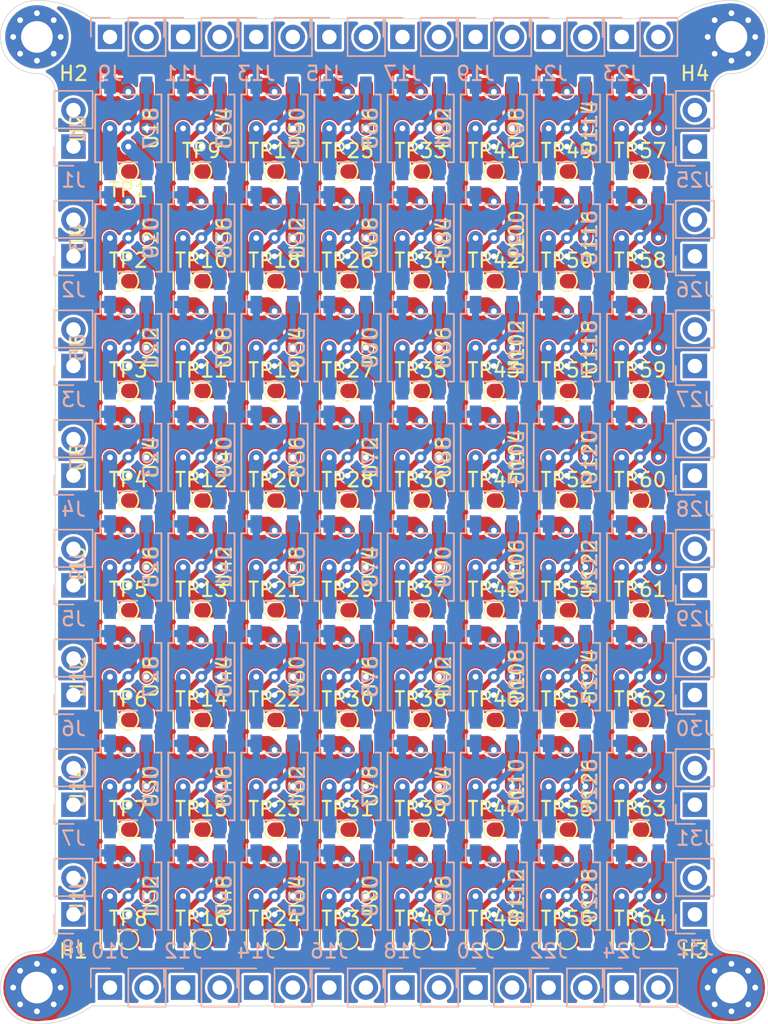
<source format=kicad_pcb>
(kicad_pcb (version 20171130) (host pcbnew 5.1.3)
  (layers (0 F.Cu power hide) (1 In1.Cu signal hide) (2 In2.Cu signal hide) (31 B.Cu power hide) (34 B.Paste user) (35 F.Paste user) (36 B.SilkS user) (37 F.SilkS user) (38 B.Mask user) (39 F.Mask user) (44 Edge.Cuts user))
  (net 0 "")
  (net 1 GND)
  (net 2 VDD)
  (net 3 C_SL)
  (net 4 C_FL)
  (net 5 R1_FH)
  (net 6 R1_SH)
  (net 7 R1_SL)
  (net 8 R2_SL)
  (net 9 R2_SH)
  (net 10 R2_FH)
  (net 11 R3_SL)
  (net 12 R3_SH)
  (net 13 R3_FH)
  (net 14 R4_SL)
  (net 15 R4_SH)
  (net 16 R4_FH)
  (net 17 R5_FH)
  (net 18 R5_SH)
  (net 19 R5_SL)
  (net 20 R6_FH)
  (net 21 R6_SH)
  (net 22 R6_SL)
  (net 23 R7_FH)
  (net 24 R7_SH)
  (net 25 R7_SL)
  (net 26 R8_SL)
  (net 27 R8_SH)
  (net 28 R8_FH)
  (net 29 C1_FH)
  (net 30 C1_SH)
  (net 31 C2_SH)
  (net 32 C2_FH)
  (net 33 C3_FH)
  (net 34 C3_SH)
  (net 35 C4_SH)
  (net 36 C4_FH)
  (net 37 C5_FH)
  (net 38 C5_SH)
  (net 39 C6_SH)
  (net 40 C6_FH)
  (net 41 C7_FH)
  (net 42 C7_SH)
  (net 43 C8_SH)
  (net 44 C8_FH)
  (net 45 R8SL)
  (net 46 R7SL)
  (net 47 R6SL)
  (net 48 R5SL)
  (net 49 R4SL)
  (net 50 R3SL)
  (net 51 R2SL)
  (net 52 R1SL)
  (net 53 R1C8)
  (net 54 R1C7)
  (net 55 R1C6)
  (net 56 R1C5)
  (net 57 R1C4)
  (net 58 R1C3)
  (net 59 R1C2)
  (net 60 R1C1)
  (net 61 R2C8)
  (net 62 R2C7)
  (net 63 R2C6)
  (net 64 R2C5)
  (net 65 R2C4)
  (net 66 R2C3)
  (net 67 R2C2)
  (net 68 R2C1)
  (net 69 R5C1)
  (net 70 R5C2)
  (net 71 R5C3)
  (net 72 R5C4)
  (net 73 R5C5)
  (net 74 R5C6)
  (net 75 R5C7)
  (net 76 R5C8)
  (net 77 R6C8)
  (net 78 R6C7)
  (net 79 R6C6)
  (net 80 R6C5)
  (net 81 R6C4)
  (net 82 R6C3)
  (net 83 R6C2)
  (net 84 R6C1)
  (net 85 R3C8)
  (net 86 R3C7)
  (net 87 R3C6)
  (net 88 R3C5)
  (net 89 R3C4)
  (net 90 R3C3)
  (net 91 R3C2)
  (net 92 R3C1)
  (net 93 R4C8)
  (net 94 R4C7)
  (net 95 R4C6)
  (net 96 R4C5)
  (net 97 R4C4)
  (net 98 R4C3)
  (net 99 R4C2)
  (net 100 R4C1)
  (net 101 R7C8)
  (net 102 R7C7)
  (net 103 R7C6)
  (net 104 R7C5)
  (net 105 R7C4)
  (net 106 R7C3)
  (net 107 R7C2)
  (net 108 R7C1)
  (net 109 R8C8)
  (net 110 R8C7)
  (net 111 R8C6)
  (net 112 R8C5)
  (net 113 R8C4)
  (net 114 R8C3)
  (net 115 R8C2)
  (net 116 R8C1)
  (net 117 VSS)
  (net 118 CLOCK)
  (net 119 LATCH)
  (net 120 DATA_IN)
  (net 121 DATA_OUT)
  (net 122 R1_FL)
  (net 123 R2_FL)
  (net 124 R3_FL)
  (net 125 R4_FL)
  (net 126 R5_FL)
  (net 127 R6_FL)
  (net 128 R7_FL)
  (net 129 R8_FL)
  (net 130 "Net-(JP10-Pad1)")
  (net 131 "Net-(JP9-Pad1)")
  (net 132 "Net-(JP10-Pad2)")
  (net 133 "Net-(JP11-Pad1)")
  (net 134 "Net-(R1-Pad2)")
  (net 135 "Net-(R2-Pad2)")
  (net 136 "Net-(R3-Pad2)")
  (net 137 "Net-(R4-Pad2)")
  (net 138 "Net-(R5-Pad2)")
  (net 139 "Net-(R6-Pad2)")
  (net 140 "Net-(R7-Pad2)")
  (net 141 "Net-(R8-Pad2)")
  (net 142 "Net-(R9-Pad2)")
  (net 143 "Net-(R10-Pad2)")
  (net 144 SR1C1)
  (net 145 SR2C1)
  (net 146 SR3C1)
  (net 147 SR4C1)
  (net 148 SR5C1)
  (net 149 SR6C1)
  (net 150 SR7C1)
  (net 151 SR8C1)
  (net 152 SR1C2)
  (net 153 SR2C2)
  (net 154 SR3C2)
  (net 155 SR4C2)
  (net 156 SR5C2)
  (net 157 SR6C2)
  (net 158 SR7C2)
  (net 159 SR8C2)
  (net 160 SR1C3)
  (net 161 SR2C3)
  (net 162 SR3C3)
  (net 163 SR4C3)
  (net 164 SR5C3)
  (net 165 SR6C3)
  (net 166 SR7C3)
  (net 167 SR8C3)
  (net 168 SR1C4)
  (net 169 SR2C4)
  (net 170 SR3C4)
  (net 171 SR4C4)
  (net 172 SR5C4)
  (net 173 SR6C4)
  (net 174 SR7C4)
  (net 175 SR8C4)
  (net 176 SR1C5)
  (net 177 SR2C5)
  (net 178 SR3C5)
  (net 179 SR4C5)
  (net 180 SR5C5)
  (net 181 SR6C5)
  (net 182 SR7C5)
  (net 183 SR8C5)
  (net 184 SR1C6)
  (net 185 SR2C6)
  (net 186 SR3C6)
  (net 187 SR4C6)
  (net 188 SR5C6)
  (net 189 SR6C6)
  (net 190 SR7C6)
  (net 191 SR8C6)
  (net 192 SR1C7)
  (net 193 SR2C7)
  (net 194 SR3C7)
  (net 195 SR4C7)
  (net 196 SR5C7)
  (net 197 SR6C7)
  (net 198 SR7C7)
  (net 199 SR8C7)
  (net 200 SR1C8)
  (net 201 SR2C8)
  (net 202 SR3C8)
  (net 203 SR4C8)
  (net 204 SR5C8)
  (net 205 SR6C8)
  (net 206 SR7C8)
  (net 207 SR8C8)
  (net 208 "Net-(U1-Pad2)")
  (net 209 "Net-(U3-Pad2)")
  (net 210 "Net-(U5-Pad2)")
  (net 211 "Net-(U7-Pad2)")
  (net 212 "Net-(U10-Pad1)")
  (net 213 "Net-(U11-Pad2)")
  (net 214 "Net-(U13-Pad2)")
  (net 215 "Net-(U15-Pad2)")
  (net 216 "Net-(U17-Pad2)")
  (net 217 "Net-(U19-Pad2)")
  (net 218 "Net-(U21-Pad2)")
  (net 219 "Net-(U23-Pad2)")
  (net 220 "Net-(U25-Pad2)")
  (net 221 "Net-(U27-Pad2)")
  (net 222 "Net-(U29-Pad2)")
  (net 223 "Net-(U31-Pad2)")
  (net 224 "Net-(U33-Pad2)")
  (net 225 "Net-(U35-Pad2)")
  (net 226 "Net-(U37-Pad2)")
  (net 227 "Net-(U39-Pad2)")
  (net 228 "Net-(U41-Pad2)")
  (net 229 "Net-(U43-Pad2)")
  (net 230 "Net-(U45-Pad2)")
  (net 231 "Net-(U47-Pad2)")
  (net 232 "Net-(U49-Pad2)")
  (net 233 "Net-(U51-Pad2)")
  (net 234 "Net-(U53-Pad2)")
  (net 235 "Net-(U55-Pad2)")
  (net 236 "Net-(U57-Pad2)")
  (net 237 "Net-(U59-Pad2)")
  (net 238 "Net-(U61-Pad2)")
  (net 239 "Net-(U63-Pad2)")
  (net 240 "Net-(U65-Pad2)")
  (net 241 "Net-(U67-Pad2)")
  (net 242 "Net-(U69-Pad2)")
  (net 243 "Net-(U71-Pad2)")
  (net 244 "Net-(U73-Pad2)")
  (net 245 "Net-(U75-Pad2)")
  (net 246 "Net-(U77-Pad2)")
  (net 247 "Net-(U79-Pad2)")
  (net 248 "Net-(U81-Pad2)")
  (net 249 "Net-(U83-Pad2)")
  (net 250 "Net-(U85-Pad2)")
  (net 251 "Net-(U87-Pad2)")
  (net 252 "Net-(U89-Pad2)")
  (net 253 "Net-(U91-Pad2)")
  (net 254 "Net-(U93-Pad2)")
  (net 255 "Net-(U95-Pad2)")
  (net 256 "Net-(U97-Pad2)")
  (net 257 "Net-(U100-Pad1)")
  (net 258 "Net-(U101-Pad2)")
  (net 259 "Net-(U103-Pad2)")
  (net 260 "Net-(U105-Pad2)")
  (net 261 "Net-(U107-Pad2)")
  (net 262 "Net-(U109-Pad2)")
  (net 263 "Net-(U111-Pad2)")
  (net 264 "Net-(U113-Pad2)")
  (net 265 "Net-(U115-Pad2)")
  (net 266 "Net-(U117-Pad2)")
  (net 267 "Net-(U119-Pad2)")
  (net 268 "Net-(U121-Pad2)")
  (net 269 "Net-(U123-Pad2)")
  (net 270 "Net-(U125-Pad2)")
  (net 271 "Net-(U127-Pad2)")
  (module Capacitor_SMD:C_0805_2012Metric (layer F.Cu) (at 206.284999 138.305001 270)
    (fp_text reference C1 (at 0 -1.65 270) (layer F.SilkS))
    (fp_text value C_Small)
    (pad 1 smd roundrect (at -0.9375 0 270) (size 0.975 1.4) (layers F.Cu F.Paste F.Mask) (net 1 GND))
    (pad 2 smd roundrect (at 0.9375 0 270) (size 0.975 1.4) (layers F.Cu F.Paste F.Mask) (net 2 VDD))
  )
  (module Capacitor_SMD:C_0805_2012Metric (layer F.Cu) (at 209.234999 133.895001 270)
    (fp_text reference C2 (at 0 -1.65 270) (layer F.SilkS))
    (fp_text value C_Small)
    (pad 2 smd roundrect (at 0.9375 0 270) (size 0.975 1.4) (layers F.Cu F.Paste F.Mask) (net 2 VDD))
    (pad 1 smd roundrect (at -0.9375 0 270) (size 0.975 1.4) (layers F.Cu F.Paste F.Mask) (net 1 GND))
  )
  (module Capacitor_SMD:C_0805_2012Metric (layer F.Cu) (at 209.234999 138.305001 270)
    (fp_text reference C3 (at 0 -1.65 270) (layer F.SilkS))
    (fp_text value C_Small)
    (pad 1 smd roundrect (at -0.9375 0 270) (size 0.975 1.4) (layers F.Cu F.Paste F.Mask) (net 1 GND))
    (pad 2 smd roundrect (at 0.9375 0 270) (size 0.975 1.4) (layers F.Cu F.Paste F.Mask) (net 2 VDD))
  )
  (module Capacitor_SMD:C_0805_2012Metric (layer F.Cu) (at 209.234999 129.485001 270)
    (fp_text reference C4 (at 0 -1.65 270) (layer F.SilkS))
    (fp_text value C_Small)
    (pad 1 smd roundrect (at -0.9375 0 270) (size 0.975 1.4) (layers F.Cu F.Paste F.Mask) (net 1 GND))
    (pad 2 smd roundrect (at 0.9375 0 270) (size 0.975 1.4) (layers F.Cu F.Paste F.Mask) (net 2 VDD))
  )
  (module Capacitor_SMD:C_0805_2012Metric (layer F.Cu) (at 209.234999 125.075001 270)
    (fp_text reference C5 (at 0 -1.65 270) (layer F.SilkS))
    (fp_text value C_Small)
    (pad 2 smd roundrect (at 0.9375 0 270) (size 0.975 1.4) (layers F.Cu F.Paste F.Mask) (net 2 VDD))
    (pad 1 smd roundrect (at -0.9375 0 270) (size 0.975 1.4) (layers F.Cu F.Paste F.Mask) (net 1 GND))
  )
  (module Connector_PinHeader_2.54mm:PinHeader_1x02_P2.54mm_Vertical (layer B.Cu) (at 63.5 43.18)
    (fp_text reference J1 (at 0 2.33) (layer B.SilkS) (effects (justify mirror)))
    (fp_text value Conn_01x02)
    (pad 1 thru_hole rect (at 0 0) (size 1.7 1.7) (drill 1) (layers *.Cu *.Mask) (net 5 R1_FH))
    (pad 2 thru_hole oval (at 0 -2.54) (size 1.7 1.7) (drill 1) (layers *.Cu *.Mask) (net 6 R1_SH))
  )
  (module Connector_PinHeader_2.54mm:PinHeader_1x02_P2.54mm_Vertical (layer B.Cu) (at 66.04 101.6 270)
    (fp_text reference J10 (at -2.54 0 180) (layer B.SilkS) (effects (justify mirror)))
    (fp_text value Conn_01x02)
    (pad 1 thru_hole rect (at 0 0 270) (size 1.7 1.7) (drill 1) (layers *.Cu *.Mask) (net 29 C1_FH))
    (pad 2 thru_hole oval (at 0 -2.54 270) (size 1.7 1.7) (drill 1) (layers *.Cu *.Mask) (net 30 C1_SH))
  )
  (module Connector_PinHeader_2.54mm:PinHeader_1x02_P2.54mm_Vertical (layer B.Cu) (at 71.12 35.56 270)
    (fp_text reference J11 (at 2.54 0 180) (layer B.SilkS) (effects (justify mirror)))
    (fp_text value Conn_01x02)
    (pad 2 thru_hole oval (at 0 -2.54 270) (size 1.7 1.7) (drill 1) (layers *.Cu *.Mask) (net 31 C2_SH))
    (pad 1 thru_hole rect (at 0 0 270) (size 1.7 1.7) (drill 1) (layers *.Cu *.Mask) (net 32 C2_FH))
  )
  (module Connector_PinHeader_2.54mm:PinHeader_1x02_P2.54mm_Vertical (layer B.Cu) (at 71.12 101.6 270)
    (fp_text reference J12 (at -2.54 0 180) (layer B.SilkS) (effects (justify mirror)))
    (fp_text value Conn_01x02)
    (pad 1 thru_hole rect (at 0 0 270) (size 1.7 1.7) (drill 1) (layers *.Cu *.Mask) (net 32 C2_FH))
    (pad 2 thru_hole oval (at 0 -2.54 270) (size 1.7 1.7) (drill 1) (layers *.Cu *.Mask) (net 31 C2_SH))
  )
  (module Connector_PinHeader_2.54mm:PinHeader_1x02_P2.54mm_Vertical (layer B.Cu) (at 76.2 35.56 270)
    (fp_text reference J13 (at 2.54 0 180) (layer B.SilkS) (effects (justify mirror)))
    (fp_text value Conn_01x02)
    (pad 2 thru_hole oval (at 0 -2.54 270) (size 1.7 1.7) (drill 1) (layers *.Cu *.Mask) (net 34 C3_SH))
    (pad 1 thru_hole rect (at 0 0 270) (size 1.7 1.7) (drill 1) (layers *.Cu *.Mask) (net 33 C3_FH))
  )
  (module Connector_PinHeader_2.54mm:PinHeader_1x02_P2.54mm_Vertical (layer B.Cu) (at 76.2 101.6 270)
    (fp_text reference J14 (at -2.54 0 180) (layer B.SilkS) (effects (justify mirror)))
    (fp_text value Conn_01x02)
    (pad 1 thru_hole rect (at 0 0 270) (size 1.7 1.7) (drill 1) (layers *.Cu *.Mask) (net 33 C3_FH))
    (pad 2 thru_hole oval (at 0 -2.54 270) (size 1.7 1.7) (drill 1) (layers *.Cu *.Mask) (net 34 C3_SH))
  )
  (module Connector_PinHeader_2.54mm:PinHeader_1x02_P2.54mm_Vertical (layer B.Cu) (at 81.28 35.56 270)
    (fp_text reference J15 (at 2.54 0.3175 180) (layer B.SilkS) (effects (justify mirror)))
    (fp_text value Conn_01x02)
    (pad 2 thru_hole oval (at 0 -2.54 270) (size 1.7 1.7) (drill 1) (layers *.Cu *.Mask) (net 35 C4_SH))
    (pad 1 thru_hole rect (at 0 0 270) (size 1.7 1.7) (drill 1) (layers *.Cu *.Mask) (net 36 C4_FH))
  )
  (module Connector_PinHeader_2.54mm:PinHeader_1x02_P2.54mm_Vertical (layer B.Cu) (at 81.28 101.6 270)
    (fp_text reference J16 (at -2.54 0 180) (layer B.SilkS) (effects (justify mirror)))
    (fp_text value Conn_01x02)
    (pad 1 thru_hole rect (at 0 0 270) (size 1.7 1.7) (drill 1) (layers *.Cu *.Mask) (net 36 C4_FH))
    (pad 2 thru_hole oval (at 0 -2.54 270) (size 1.7 1.7) (drill 1) (layers *.Cu *.Mask) (net 35 C4_SH))
  )
  (module Connector_PinHeader_2.54mm:PinHeader_1x02_P2.54mm_Vertical (layer B.Cu) (at 86.36 35.56 270)
    (fp_text reference J17 (at 2.54 0 180) (layer B.SilkS) (effects (justify mirror)))
    (fp_text value Conn_01x02)
    (pad 2 thru_hole oval (at 0 -2.54 270) (size 1.7 1.7) (drill 1) (layers *.Cu *.Mask) (net 38 C5_SH))
    (pad 1 thru_hole rect (at 0 0 270) (size 1.7 1.7) (drill 1) (layers *.Cu *.Mask) (net 37 C5_FH))
  )
  (module Resistor_SMD:R_0805_2012Metric (layer F.Cu) (at 206.284999 125.075001 270)
    (fp_text reference R1 (at 0 -1.65 270) (layer F.SilkS))
    (fp_text value 10k)
    (pad 1 smd roundrect (at -0.9375 0 270) (size 0.975 1.4) (layers F.Cu F.Paste F.Mask) (net 1 GND))
    (pad 2 smd roundrect (at 0.9375 0 270) (size 0.975 1.4) (layers F.Cu F.Paste F.Mask) (net 134 "Net-(R1-Pad2)"))
  )
  (module Resistor_SMD:R_0805_2012Metric (layer F.Cu) (at 206.284999 129.485001 270)
    (fp_text reference R2 (at 0 -1.65 270) (layer F.SilkS))
    (fp_text value 0R)
    (pad 2 smd roundrect (at 0.9375 0 270) (size 0.975 1.4) (layers F.Cu F.Paste F.Mask) (net 135 "Net-(R2-Pad2)"))
    (pad 1 smd roundrect (at -0.9375 0 270) (size 0.975 1.4) (layers F.Cu F.Paste F.Mask) (net 1 GND))
  )
  (module Resistor_SMD:R_0805_2012Metric (layer F.Cu) (at 206.284999 133.895001 270)
    (fp_text reference R3 (at 0 -1.65 270) (layer F.SilkS))
    (fp_text value 10k)
    (pad 1 smd roundrect (at -0.9375 0 270) (size 0.975 1.4) (layers F.Cu F.Paste F.Mask) (net 1 GND))
    (pad 2 smd roundrect (at 0.9375 0 270) (size 0.975 1.4) (layers F.Cu F.Paste F.Mask) (net 136 "Net-(R3-Pad2)"))
  )
  (module Resistor_SMD:R_0805_2012Metric (layer F.Cu) (at 209.234999 142.715001 270)
    (fp_text reference R4 (at 0 -1.65 270) (layer F.SilkS))
    (fp_text value 0R)
    (pad 1 smd roundrect (at -0.9375 0 270) (size 0.975 1.4) (layers F.Cu F.Paste F.Mask) (net 1 GND))
    (pad 2 smd roundrect (at 0.9375 0 270) (size 0.975 1.4) (layers F.Cu F.Paste F.Mask) (net 137 "Net-(R4-Pad2)"))
  )
  (module Resistor_SMD:R_0805_2012Metric (layer F.Cu) (at 203.334999 133.895001 270)
    (fp_text reference R5 (at 0 -1.65 270) (layer F.SilkS))
    (fp_text value 10k)
    (pad 1 smd roundrect (at -0.9375 0 270) (size 0.975 1.4) (layers F.Cu F.Paste F.Mask) (net 1 GND))
    (pad 2 smd roundrect (at 0.9375 0 270) (size 0.975 1.4) (layers F.Cu F.Paste F.Mask) (net 138 "Net-(R5-Pad2)"))
  )
  (module Resistor_SMD:R_0805_2012Metric (layer F.Cu) (at 203.334999 129.485001 270)
    (fp_text reference R6 (at 0 -1.65 270) (layer F.SilkS))
    (fp_text value 0R)
    (pad 2 smd roundrect (at 0.9375 0 270) (size 0.975 1.4) (layers F.Cu F.Paste F.Mask) (net 139 "Net-(R6-Pad2)"))
    (pad 1 smd roundrect (at -0.9375 0 270) (size 0.975 1.4) (layers F.Cu F.Paste F.Mask) (net 1 GND))
  )
  (module Resistor_SMD:R_0805_2012Metric (layer F.Cu) (at 203.334999 125.075001 270)
    (fp_text reference R7 (at 0 -1.65 270) (layer F.SilkS))
    (fp_text value 10k)
    (pad 2 smd roundrect (at 0.9375 0 270) (size 0.975 1.4) (layers F.Cu F.Paste F.Mask) (net 140 "Net-(R7-Pad2)"))
    (pad 1 smd roundrect (at -0.9375 0 270) (size 0.975 1.4) (layers F.Cu F.Paste F.Mask) (net 1 GND))
  )
  (module Package_SO:SO-4_4.4x4.3mm_P2.54mm (layer F.Cu) (at 67.31 57.15 90)
    (fp_text reference U6 (at 0 -3.5 90) (layer F.SilkS))
    (fp_text value ASSR-1218)
    (pad 3 smd rect (at 3 1.27) (size 0.8 1.2) (layers F.Cu F.Paste F.Mask) (net 30 C1_SH))
    (pad 2 smd rect (at -3 1.27) (size 0.8 1.2) (layers F.Cu F.Paste F.Mask) (net 92 R3C1))
    (pad 1 smd rect (at -3 -1.27) (size 0.8 1.2) (layers F.Cu F.Paste F.Mask) (net 210 "Net-(U5-Pad2)"))
    (pad 4 smd rect (at 3 -1.27) (size 0.8 1.2) (layers F.Cu F.Paste F.Mask) (net 12 R3_SH))
  )
  (module Package_SO:SO-4_4.4x4.3mm_P2.54mm (layer B.Cu) (at 67.31 64.77 270)
    (fp_text reference U7 (at 0 3.5 270) (layer B.SilkS) (effects (justify mirror)))
    (fp_text value ASSR-1218)
    (pad 4 smd rect (at 3 1.27) (size 0.8 1.2) (layers B.Cu B.Paste B.Mask) (net 29 C1_FH))
    (pad 1 smd rect (at -3 1.27) (size 0.8 1.2) (layers B.Cu B.Paste B.Mask) (net 2 VDD))
    (pad 2 smd rect (at -3 -1.27) (size 0.8 1.2) (layers B.Cu B.Paste B.Mask) (net 211 "Net-(U7-Pad2)"))
    (pad 3 smd rect (at 3 -1.27) (size 0.8 1.2) (layers B.Cu B.Paste B.Mask) (net 16 R4_FH))
  )
  (module Package_SO:SO-4_4.4x4.3mm_P2.54mm (layer F.Cu) (at 67.31 64.77 90)
    (fp_text reference U8 (at 0 -3.5 90) (layer F.SilkS))
    (fp_text value ASSR-1218)
    (pad 3 smd rect (at 3 1.27) (size 0.8 1.2) (layers F.Cu F.Paste F.Mask) (net 30 C1_SH))
    (pad 2 smd rect (at -3 1.27) (size 0.8 1.2) (layers F.Cu F.Paste F.Mask) (net 100 R4C1))
    (pad 1 smd rect (at -3 -1.27) (size 0.8 1.2) (layers F.Cu F.Paste F.Mask) (net 211 "Net-(U7-Pad2)"))
    (pad 4 smd rect (at 3 -1.27) (size 0.8 1.2) (layers F.Cu F.Paste F.Mask) (net 15 R4_SH))
  )
  (module Package_SO:SO-4_4.4x4.3mm_P2.54mm (layer B.Cu) (at 67.31 72.39 270)
    (fp_text reference U9 (at 0 3.5 270) (layer B.SilkS) (effects (justify mirror)))
    (fp_text value ASSR-1218)
    (pad 4 smd rect (at 3 1.27) (size 0.8 1.2) (layers B.Cu B.Paste B.Mask) (net 29 C1_FH))
    (pad 1 smd rect (at -3 1.27) (size 0.8 1.2) (layers B.Cu B.Paste B.Mask) (net 2 VDD))
    (pad 2 smd rect (at -3 -1.27) (size 0.8 1.2) (layers B.Cu B.Paste B.Mask) (net 212 "Net-(U10-Pad1)"))
    (pad 3 smd rect (at 3 -1.27) (size 0.8 1.2) (layers B.Cu B.Paste B.Mask) (net 17 R5_FH))
  )
  (module Package_SO:SO-4_4.4x4.3mm_P2.54mm (layer F.Cu) (at 67.31 72.39 90)
    (fp_text reference U10 (at 0 -3.5 90) (layer F.SilkS))
    (fp_text value ASSR-1218)
    (pad 3 smd rect (at 3 1.27) (size 0.8 1.2) (layers F.Cu F.Paste F.Mask) (net 30 C1_SH))
    (pad 2 smd rect (at -3 1.27) (size 0.8 1.2) (layers F.Cu F.Paste F.Mask) (net 69 R5C1))
    (pad 1 smd rect (at -3 -1.27) (size 0.8 1.2) (layers F.Cu F.Paste F.Mask) (net 212 "Net-(U10-Pad1)"))
    (pad 4 smd rect (at 3 -1.27) (size 0.8 1.2) (layers F.Cu F.Paste F.Mask) (net 18 R5_SH))
  )
  (module Package_SO:SO-4_4.4x4.3mm_P2.54mm (layer B.Cu) (at 67.31 80.01 270)
    (fp_text reference U11 (at 0 3.5 270) (layer B.SilkS) (effects (justify mirror)))
    (fp_text value ASSR-1218)
    (pad 4 smd rect (at 3 1.27) (size 0.8 1.2) (layers B.Cu B.Paste B.Mask) (net 29 C1_FH))
    (pad 1 smd rect (at -3 1.27) (size 0.8 1.2) (layers B.Cu B.Paste B.Mask) (net 2 VDD))
    (pad 2 smd rect (at -3 -1.27) (size 0.8 1.2) (layers B.Cu B.Paste B.Mask) (net 213 "Net-(U11-Pad2)"))
    (pad 3 smd rect (at 3 -1.27) (size 0.8 1.2) (layers B.Cu B.Paste B.Mask) (net 20 R6_FH))
  )
  (module Package_SO:SO-4_4.4x4.3mm_P2.54mm (layer F.Cu) (at 67.31 80.01 90)
    (fp_text reference U12 (at 0 -3.5 90) (layer F.SilkS))
    (fp_text value ASSR-1218)
    (pad 3 smd rect (at 3 1.27) (size 0.8 1.2) (layers F.Cu F.Paste F.Mask) (net 30 C1_SH))
    (pad 2 smd rect (at -3 1.27) (size 0.8 1.2) (layers F.Cu F.Paste F.Mask) (net 84 R6C1))
    (pad 1 smd rect (at -3 -1.27) (size 0.8 1.2) (layers F.Cu F.Paste F.Mask) (net 213 "Net-(U11-Pad2)"))
    (pad 4 smd rect (at 3 -1.27) (size 0.8 1.2) (layers F.Cu F.Paste F.Mask) (net 21 R6_SH))
  )
  (module Package_SO:SO-4_4.4x4.3mm_P2.54mm (layer B.Cu) (at 67.31 87.63 270)
    (fp_text reference U13 (at 0 3.5 270) (layer B.SilkS) (effects (justify mirror)))
    (fp_text value ASSR-1218)
    (pad 4 smd rect (at 3 1.27) (size 0.8 1.2) (layers B.Cu B.Paste B.Mask) (net 29 C1_FH))
    (pad 1 smd rect (at -3 1.27) (size 0.8 1.2) (layers B.Cu B.Paste B.Mask) (net 2 VDD))
    (pad 2 smd rect (at -3 -1.27) (size 0.8 1.2) (layers B.Cu B.Paste B.Mask) (net 214 "Net-(U13-Pad2)"))
    (pad 3 smd rect (at 3 -1.27) (size 0.8 1.2) (layers B.Cu B.Paste B.Mask) (net 23 R7_FH))
  )
  (module Package_SO:SO-4_4.4x4.3mm_P2.54mm (layer F.Cu) (at 67.31 87.63 90)
    (fp_text reference U14 (at 0 -3.5 90) (layer F.SilkS))
    (fp_text value ASSR-1218)
    (pad 3 smd rect (at 3 1.27) (size 0.8 1.2) (layers F.Cu F.Paste F.Mask) (net 30 C1_SH))
    (pad 2 smd rect (at -3 1.27) (size 0.8 1.2) (layers F.Cu F.Paste F.Mask) (net 108 R7C1))
    (pad 1 smd rect (at -3 -1.27) (size 0.8 1.2) (layers F.Cu F.Paste F.Mask) (net 214 "Net-(U13-Pad2)"))
    (pad 4 smd rect (at 3 -1.27) (size 0.8 1.2) (layers F.Cu F.Paste F.Mask) (net 24 R7_SH))
  )
  (module Package_SO:SO-4_4.4x4.3mm_P2.54mm (layer B.Cu) (at 67.31 95.25 270)
    (fp_text reference U15 (at 0 3.5 270) (layer B.SilkS) (effects (justify mirror)))
    (fp_text value ASSR-1218)
    (pad 4 smd rect (at 3 1.27) (size 0.8 1.2) (layers B.Cu B.Paste B.Mask) (net 29 C1_FH))
    (pad 1 smd rect (at -3 1.27) (size 0.8 1.2) (layers B.Cu B.Paste B.Mask) (net 2 VDD))
    (pad 2 smd rect (at -3 -1.27) (size 0.8 1.2) (layers B.Cu B.Paste B.Mask) (net 215 "Net-(U15-Pad2)"))
    (pad 3 smd rect (at 3 -1.27) (size 0.8 1.2) (layers B.Cu B.Paste B.Mask) (net 28 R8_FH))
  )
  (module Package_SO:SO-4_4.4x4.3mm_P2.54mm (layer F.Cu) (at 67.31 95.25 90)
    (fp_text reference U16 (at 0 -3.5 90) (layer F.SilkS))
    (fp_text value ASSR-1218)
    (pad 4 smd rect (at 3 -1.27) (size 0.8 1.2) (layers F.Cu F.Paste F.Mask) (net 27 R8_SH))
    (pad 1 smd rect (at -3 -1.27) (size 0.8 1.2) (layers F.Cu F.Paste F.Mask) (net 215 "Net-(U15-Pad2)"))
    (pad 2 smd rect (at -3 1.27) (size 0.8 1.2) (layers F.Cu F.Paste F.Mask) (net 116 R8C1))
    (pad 3 smd rect (at 3 1.27) (size 0.8 1.2) (layers F.Cu F.Paste F.Mask) (net 30 C1_SH))
  )
  (module Package_SO:SO-4_4.4x4.3mm_P2.54mm (layer B.Cu) (at 72.39 41.91 270)
    (fp_text reference U17 (at 0 3.5 90) (layer B.SilkS) (effects (justify mirror)))
    (fp_text value ASSR-1218)
    (pad 3 smd rect (at 3 -1.27) (size 0.8 1.2) (layers B.Cu B.Paste B.Mask) (net 5 R1_FH))
    (pad 2 smd rect (at -3 -1.27) (size 0.8 1.2) (layers B.Cu B.Paste B.Mask) (net 216 "Net-(U17-Pad2)"))
    (pad 1 smd rect (at -3 1.27) (size 0.8 1.2) (layers B.Cu B.Paste B.Mask) (net 2 VDD))
    (pad 4 smd rect (at 3 1.27) (size 0.8 1.2) (layers B.Cu B.Paste B.Mask) (net 32 C2_FH))
  )
  (module Package_SO:SO-4_4.4x4.3mm_P2.54mm (layer F.Cu) (at 72.39 41.91 90)
    (fp_text reference U18 (at 0 -3.5 90) (layer F.SilkS))
    (fp_text value ASSR-1218)
    (pad 3 smd rect (at 3 1.27) (size 0.8 1.2) (layers F.Cu F.Paste F.Mask) (net 31 C2_SH))
    (pad 2 smd rect (at -3 1.27) (size 0.8 1.2) (layers F.Cu F.Paste F.Mask) (net 59 R1C2))
    (pad 1 smd rect (at -3 -1.27) (size 0.8 1.2) (layers F.Cu F.Paste F.Mask) (net 216 "Net-(U17-Pad2)"))
    (pad 4 smd rect (at 3 -1.27) (size 0.8 1.2) (layers F.Cu F.Paste F.Mask) (net 6 R1_SH))
  )
  (module Package_SO:SO-4_4.4x4.3mm_P2.54mm (layer B.Cu) (at 72.39 49.53 270)
    (fp_text reference U19 (at 0 3.5 90) (layer B.SilkS) (effects (justify mirror)))
    (fp_text value ASSR-1218)
    (pad 4 smd rect (at 3 1.27) (size 0.8 1.2) (layers B.Cu B.Paste B.Mask) (net 32 C2_FH))
    (pad 1 smd rect (at -3 1.27) (size 0.8 1.2) (layers B.Cu B.Paste B.Mask) (net 2 VDD))
    (pad 2 smd rect (at -3 -1.27) (size 0.8 1.2) (layers B.Cu B.Paste B.Mask) (net 217 "Net-(U19-Pad2)"))
    (pad 3 smd rect (at 3 -1.27) (size 0.8 1.2) (layers B.Cu B.Paste B.Mask) (net 10 R2_FH))
  )
  (module Package_SO:SO-4_4.4x4.3mm_P2.54mm (layer F.Cu) (at 72.39 49.53 90)
    (fp_text reference U20 (at 0 -3.5 90) (layer F.SilkS))
    (fp_text value ASSR-1218)
    (pad 3 smd rect (at 3 1.27) (size 0.8 1.2) (layers F.Cu F.Paste F.Mask) (net 31 C2_SH))
    (pad 2 smd rect (at -3 1.27) (size 0.8 1.2) (layers F.Cu F.Paste F.Mask) (net 67 R2C2))
    (pad 1 smd rect (at -3 -1.27) (size 0.8 1.2) (layers F.Cu F.Paste F.Mask) (net 217 "Net-(U19-Pad2)"))
    (pad 4 smd rect (at 3 -1.27) (size 0.8 1.2) (layers F.Cu F.Paste F.Mask) (net 9 R2_SH))
  )
  (module Package_SO:SO-4_4.4x4.3mm_P2.54mm (layer B.Cu) (at 72.39 57.15 270)
    (fp_text reference U21 (at 0 3.5 90) (layer B.SilkS) (effects (justify mirror)))
    (fp_text value ASSR-1218)
    (pad 4 smd rect (at 3 1.27) (size 0.8 1.2) (layers B.Cu B.Paste B.Mask) (net 32 C2_FH))
    (pad 1 smd rect (at -3 1.27) (size 0.8 1.2) (layers B.Cu B.Paste B.Mask) (net 2 VDD))
    (pad 2 smd rect (at -3 -1.27) (size 0.8 1.2) (layers B.Cu B.Paste B.Mask) (net 218 "Net-(U21-Pad2)"))
    (pad 3 smd rect (at 3 -1.27) (size 0.8 1.2) (layers B.Cu B.Paste B.Mask) (net 13 R3_FH))
  )
  (module Package_SO:SO-4_4.4x4.3mm_P2.54mm (layer F.Cu) (at 72.39 57.15 90)
    (fp_text reference U22 (at 0 -3.5 90) (layer F.SilkS))
    (fp_text value ASSR-1218)
    (pad 3 smd rect (at 3 1.27) (size 0.8 1.2) (layers F.Cu F.Paste F.Mask) (net 31 C2_SH))
    (pad 2 smd rect (at -3 1.27) (size 0.8 1.2) (layers F.Cu F.Paste F.Mask) (net 91 R3C2))
    (pad 1 smd rect (at -3 -1.27) (size 0.8 1.2) (layers F.Cu F.Paste F.Mask) (net 218 "Net-(U21-Pad2)"))
    (pad 4 smd rect (at 3 -1.27) (size 0.8 1.2) (layers F.Cu F.Paste F.Mask) (net 12 R3_SH))
  )
  (module Package_SO:SO-4_4.4x4.3mm_P2.54mm (layer B.Cu) (at 72.39 64.77 270)
    (fp_text reference U23 (at 0 3.5 270) (layer B.SilkS) (effects (justify mirror)))
    (fp_text value ASSR-1218)
    (pad 4 smd rect (at 3 1.27) (size 0.8 1.2) (layers B.Cu B.Paste B.Mask) (net 32 C2_FH))
    (pad 1 smd rect (at -3 1.27) (size 0.8 1.2) (layers B.Cu B.Paste B.Mask) (net 2 VDD))
    (pad 2 smd rect (at -3 -1.27) (size 0.8 1.2) (layers B.Cu B.Paste B.Mask) (net 219 "Net-(U23-Pad2)"))
    (pad 3 smd rect (at 3 -1.27) (size 0.8 1.2) (layers B.Cu B.Paste B.Mask) (net 16 R4_FH))
  )
  (module Package_SO:SO-4_4.4x4.3mm_P2.54mm (layer F.Cu) (at 72.39 64.77 90)
    (fp_text reference U24 (at 0 -3.5 90) (layer F.SilkS))
    (fp_text value ASSR-1218)
    (pad 4 smd rect (at 3 -1.27) (size 0.8 1.2) (layers F.Cu F.Paste F.Mask) (net 15 R4_SH))
    (pad 1 smd rect (at -3 -1.27) (size 0.8 1.2) (layers F.Cu F.Paste F.Mask) (net 219 "Net-(U23-Pad2)"))
    (pad 2 smd rect (at -3 1.27) (size 0.8 1.2) (layers F.Cu F.Paste F.Mask) (net 99 R4C2))
    (pad 3 smd rect (at 3 1.27) (size 0.8 1.2) (layers F.Cu F.Paste F.Mask) (net 31 C2_SH))
  )
  (module Package_SO:SO-4_4.4x4.3mm_P2.54mm (layer B.Cu) (at 72.39 72.39 270)
    (fp_text reference U25 (at 0 3.5 90) (layer B.SilkS) (effects (justify mirror)))
    (fp_text value ASSR-1218)
    (pad 3 smd rect (at 3 -1.27) (size 0.8 1.2) (layers B.Cu B.Paste B.Mask) (net 17 R5_FH))
    (pad 2 smd rect (at -3 -1.27) (size 0.8 1.2) (layers B.Cu B.Paste B.Mask) (net 220 "Net-(U25-Pad2)"))
    (pad 1 smd rect (at -3 1.27) (size 0.8 1.2) (layers B.Cu B.Paste B.Mask) (net 2 VDD))
    (pad 4 smd rect (at 3 1.27) (size 0.8 1.2) (layers B.Cu B.Paste B.Mask) (net 32 C2_FH))
  )
  (module Package_SO:SO-4_4.4x4.3mm_P2.54mm (layer F.Cu) (at 72.39 72.39 90)
    (fp_text reference U26 (at 0 -3.5 90) (layer F.SilkS))
    (fp_text value ASSR-1218)
    (pad 3 smd rect (at 3 1.27) (size 0.8 1.2) (layers F.Cu F.Paste F.Mask) (net 31 C2_SH))
    (pad 2 smd rect (at -3 1.27) (size 0.8 1.2) (layers F.Cu F.Paste F.Mask) (net 70 R5C2))
    (pad 1 smd rect (at -3 -1.27) (size 0.8 1.2) (layers F.Cu F.Paste F.Mask) (net 220 "Net-(U25-Pad2)"))
    (pad 4 smd rect (at 3 -1.27) (size 0.8 1.2) (layers F.Cu F.Paste F.Mask) (net 18 R5_SH))
  )
  (module Package_SO:SO-4_4.4x4.3mm_P2.54mm (layer B.Cu) (at 72.39 80.01 270)
    (fp_text reference U27 (at 0 3.5 270) (layer B.SilkS) (effects (justify mirror)))
    (fp_text value ASSR-1218)
    (pad 4 smd rect (at 3 1.27) (size 0.8 1.2) (layers B.Cu B.Paste B.Mask) (net 32 C2_FH))
    (pad 1 smd rect (at -3 1.27) (size 0.8 1.2) (layers B.Cu B.Paste B.Mask) (net 2 VDD))
    (pad 2 smd rect (at -3 -1.27) (size 0.8 1.2) (layers B.Cu B.Paste B.Mask) (net 221 "Net-(U27-Pad2)"))
    (pad 3 smd rect (at 3 -1.27) (size 0.8 1.2) (layers B.Cu B.Paste B.Mask) (net 20 R6_FH))
  )
  (module Package_SO:SO-4_4.4x4.3mm_P2.54mm (layer F.Cu) (at 72.39 80.01 90)
    (fp_text reference U28 (at 0 -3.5 90) (layer F.SilkS))
    (fp_text value ASSR-1218)
    (pad 3 smd rect (at 3 1.27) (size 0.8 1.2) (layers F.Cu F.Paste F.Mask) (net 31 C2_SH))
    (pad 2 smd rect (at -3 1.27) (size 0.8 1.2) (layers F.Cu F.Paste F.Mask) (net 83 R6C2))
    (pad 1 smd rect (at -3 -1.27) (size 0.8 1.2) (layers F.Cu F.Paste F.Mask) (net 221 "Net-(U27-Pad2)"))
    (pad 4 smd rect (at 3 -1.27) (size 0.8 1.2) (layers F.Cu F.Paste F.Mask) (net 21 R6_SH))
  )
  (module Package_SO:SO-4_4.4x4.3mm_P2.54mm (layer B.Cu) (at 72.39 87.63 270)
    (fp_text reference U29 (at 0 3.5 270) (layer B.SilkS) (effects (justify mirror)))
    (fp_text value ASSR-1218)
    (pad 4 smd rect (at 3 1.27) (size 0.8 1.2) (layers B.Cu B.Paste B.Mask) (net 32 C2_FH))
    (pad 1 smd rect (at -3 1.27) (size 0.8 1.2) (layers B.Cu B.Paste B.Mask) (net 2 VDD))
    (pad 2 smd rect (at -3 -1.27) (size 0.8 1.2) (layers B.Cu B.Paste B.Mask) (net 222 "Net-(U29-Pad2)"))
    (pad 3 smd rect (at 3 -1.27) (size 0.8 1.2) (layers B.Cu B.Paste B.Mask) (net 23 R7_FH))
  )
  (module Package_SO:SO-4_4.4x4.3mm_P2.54mm (layer F.Cu) (at 72.39 87.63 90)
    (fp_text reference U30 (at 0 -3.5 90) (layer F.SilkS))
    (fp_text value ASSR-1218)
    (pad 3 smd rect (at 3 1.27) (size 0.8 1.2) (layers F.Cu F.Paste F.Mask) (net 31 C2_SH))
    (pad 2 smd rect (at -3 1.27) (size 0.8 1.2) (layers F.Cu F.Paste F.Mask) (net 107 R7C2))
    (pad 1 smd rect (at -3 -1.27) (size 0.8 1.2) (layers F.Cu F.Paste F.Mask) (net 222 "Net-(U29-Pad2)"))
    (pad 4 smd rect (at 3 -1.27) (size 0.8 1.2) (layers F.Cu F.Paste F.Mask) (net 24 R7_SH))
  )
  (module Package_SO:SO-4_4.4x4.3mm_P2.54mm (layer B.Cu) (at 72.39 95.25 270)
    (fp_text reference U31 (at 0 3.5 270) (layer B.SilkS) (effects (justify mirror)))
    (fp_text value ASSR-1218)
    (pad 4 smd rect (at 3 1.27) (size 0.8 1.2) (layers B.Cu B.Paste B.Mask) (net 32 C2_FH))
    (pad 1 smd rect (at -3 1.27) (size 0.8 1.2) (layers B.Cu B.Paste B.Mask) (net 2 VDD))
    (pad 2 smd rect (at -3 -1.27) (size 0.8 1.2) (layers B.Cu B.Paste B.Mask) (net 223 "Net-(U31-Pad2)"))
    (pad 3 smd rect (at 3 -1.27) (size 0.8 1.2) (layers B.Cu B.Paste B.Mask) (net 28 R8_FH))
  )
  (module Package_SO:SO-4_4.4x4.3mm_P2.54mm (layer F.Cu) (at 72.39 95.25 90)
    (fp_text reference U32 (at 0 -3.5 90) (layer F.SilkS))
    (fp_text value ASSR-1218)
    (pad 4 smd rect (at 3 -1.27) (size 0.8 1.2) (layers F.Cu F.Paste F.Mask) (net 27 R8_SH))
    (pad 1 smd rect (at -3 -1.27) (size 0.8 1.2) (layers F.Cu F.Paste F.Mask) (net 223 "Net-(U31-Pad2)"))
    (pad 2 smd rect (at -3 1.27) (size 0.8 1.2) (layers F.Cu F.Paste F.Mask) (net 115 R8C2))
    (pad 3 smd rect (at 3 1.27) (size 0.8 1.2) (layers F.Cu F.Paste F.Mask) (net 31 C2_SH))
  )
  (module Package_SO:SO-4_4.4x4.3mm_P2.54mm (layer B.Cu) (at 77.47 41.91 270)
    (fp_text reference U33 (at 0 3.5 90) (layer B.SilkS) (effects (justify mirror)))
    (fp_text value ASSR-1218)
    (pad 3 smd rect (at 3 -1.27) (size 0.8 1.2) (layers B.Cu B.Paste B.Mask) (net 5 R1_FH))
    (pad 2 smd rect (at -3 -1.27) (size 0.8 1.2) (layers B.Cu B.Paste B.Mask) (net 224 "Net-(U33-Pad2)"))
    (pad 1 smd rect (at -3 1.27) (size 0.8 1.2) (layers B.Cu B.Paste B.Mask) (net 2 VDD))
    (pad 4 smd rect (at 3 1.27) (size 0.8 1.2) (layers B.Cu B.Paste B.Mask) (net 33 C3_FH))
  )
  (module Package_SO:SO-4_4.4x4.3mm_P2.54mm (layer F.Cu) (at 77.47 41.91 90)
    (fp_text reference U34 (at 0 -3.5 90) (layer F.SilkS))
    (fp_text value ASSR-1218)
    (pad 3 smd rect (at 3 1.27) (size 0.8 1.2) (layers F.Cu F.Paste F.Mask) (net 34 C3_SH))
    (pad 2 smd rect (at -3 1.27) (size 0.8 1.2) (layers F.Cu F.Paste F.Mask) (net 58 R1C3))
    (pad 1 smd rect (at -3 -1.27) (size 0.8 1.2) (layers F.Cu F.Paste F.Mask) (net 224 "Net-(U33-Pad2)"))
    (pad 4 smd rect (at 3 -1.27) (size 0.8 1.2) (layers F.Cu F.Paste F.Mask) (net 6 R1_SH))
  )
  (module Package_SO:SO-4_4.4x4.3mm_P2.54mm (layer B.Cu) (at 77.47 49.53 270)
    (fp_text reference U35 (at 0 3.5 90) (layer B.SilkS) (effects (justify mirror)))
    (fp_text value ASSR-1218)
    (pad 4 smd rect (at 3 1.27) (size 0.8 1.2) (layers B.Cu B.Paste B.Mask) (net 33 C3_FH))
    (pad 1 smd rect (at -3 1.27) (size 0.8 1.2) (layers B.Cu B.Paste B.Mask) (net 2 VDD))
    (pad 2 smd rect (at -3 -1.27) (size 0.8 1.2) (layers B.Cu B.Paste B.Mask) (net 225 "Net-(U35-Pad2)"))
    (pad 3 smd rect (at 3 -1.27) (size 0.8 1.2) (layers B.Cu B.Paste B.Mask) (net 10 R2_FH))
  )
  (module Package_SO:SO-4_4.4x4.3mm_P2.54mm (layer F.Cu) (at 77.47 49.53 90)
    (fp_text reference U36 (at 0 -3.5 90) (layer F.SilkS))
    (fp_text value ASSR-1218)
    (pad 3 smd rect (at 3 1.27) (size 0.8 1.2) (layers F.Cu F.Paste F.Mask) (net 34 C3_SH))
    (pad 2 smd rect (at -3 1.27) (size 0.8 1.2) (layers F.Cu F.Paste F.Mask) (net 66 R2C3))
    (pad 1 smd rect (at -3 -1.27) (size 0.8 1.2) (layers F.Cu F.Paste F.Mask) (net 225 "Net-(U35-Pad2)"))
    (pad 4 smd rect (at 3 -1.27) (size 0.8 1.2) (layers F.Cu F.Paste F.Mask) (net 9 R2_SH))
  )
  (module Package_SO:SO-4_4.4x4.3mm_P2.54mm (layer B.Cu) (at 77.47 57.15 270)
    (fp_text reference U37 (at 0 3.5 90) (layer B.SilkS) (effects (justify mirror)))
    (fp_text value ASSR-1218)
    (pad 4 smd rect (at 3 1.27) (size 0.8 1.2) (layers B.Cu B.Paste B.Mask) (net 33 C3_FH))
    (pad 1 smd rect (at -3 1.27) (size 0.8 1.2) (layers B.Cu B.Paste B.Mask) (net 2 VDD))
    (pad 2 smd rect (at -3 -1.27) (size 0.8 1.2) (layers B.Cu B.Paste B.Mask) (net 226 "Net-(U37-Pad2)"))
    (pad 3 smd rect (at 3 -1.27) (size 0.8 1.2) (layers B.Cu B.Paste B.Mask) (net 13 R3_FH))
  )
  (module Package_SO:SO-4_4.4x4.3mm_P2.54mm (layer F.Cu) (at 77.47 57.15 90)
    (fp_text reference U38 (at 0 -3.5 90) (layer F.SilkS))
    (fp_text value ASSR-1218)
    (pad 3 smd rect (at 3 1.27) (size 0.8 1.2) (layers F.Cu F.Paste F.Mask) (net 34 C3_SH))
    (pad 2 smd rect (at -3 1.27) (size 0.8 1.2) (layers F.Cu F.Paste F.Mask) (net 90 R3C3))
    (pad 1 smd rect (at -3 -1.27) (size 0.8 1.2) (layers F.Cu F.Paste F.Mask) (net 226 "Net-(U37-Pad2)"))
    (pad 4 smd rect (at 3 -1.27) (size 0.8 1.2) (layers F.Cu F.Paste F.Mask) (net 12 R3_SH))
  )
  (module Package_SO:SO-4_4.4x4.3mm_P2.54mm (layer B.Cu) (at 77.47 64.77 270)
    (fp_text reference U39 (at 0 3.5 270) (layer B.SilkS) (effects (justify mirror)))
    (fp_text value ASSR-1218)
    (pad 4 smd rect (at 3 1.27) (size 0.8 1.2) (layers B.Cu B.Paste B.Mask) (net 33 C3_FH))
    (pad 1 smd rect (at -3 1.27) (size 0.8 1.2) (layers B.Cu B.Paste B.Mask) (net 2 VDD))
    (pad 2 smd rect (at -3 -1.27) (size 0.8 1.2) (layers B.Cu B.Paste B.Mask) (net 227 "Net-(U39-Pad2)"))
    (pad 3 smd rect (at 3 -1.27) (size 0.8 1.2) (layers B.Cu B.Paste B.Mask) (net 16 R4_FH))
  )
  (module Package_SO:SO-4_4.4x4.3mm_P2.54mm (layer F.Cu) (at 77.47 64.77 90)
    (fp_text reference U40 (at 0 -3.5 90) (layer F.SilkS))
    (fp_text value ASSR-1218)
    (pad 4 smd rect (at 3 -1.27) (size 0.8 1.2) (layers F.Cu F.Paste F.Mask) (net 15 R4_SH))
    (pad 1 smd rect (at -3 -1.27) (size 0.8 1.2) (layers F.Cu F.Paste F.Mask) (net 227 "Net-(U39-Pad2)"))
    (pad 2 smd rect (at -3 1.27) (size 0.8 1.2) (layers F.Cu F.Paste F.Mask) (net 98 R4C3))
    (pad 3 smd rect (at 3 1.27) (size 0.8 1.2) (layers F.Cu F.Paste F.Mask) (net 34 C3_SH))
  )
  (module Package_SO:SO-4_4.4x4.3mm_P2.54mm (layer B.Cu) (at 77.47 72.39 270)
    (fp_text reference U41 (at 0 3.5 90) (layer B.SilkS) (effects (justify mirror)))
    (fp_text value ASSR-1218)
    (pad 3 smd rect (at 3 -1.27) (size 0.8 1.2) (layers B.Cu B.Paste B.Mask) (net 17 R5_FH))
    (pad 2 smd rect (at -3 -1.27) (size 0.8 1.2) (layers B.Cu B.Paste B.Mask) (net 228 "Net-(U41-Pad2)"))
    (pad 1 smd rect (at -3 1.27) (size 0.8 1.2) (layers B.Cu B.Paste B.Mask) (net 2 VDD))
    (pad 4 smd rect (at 3 1.27) (size 0.8 1.2) (layers B.Cu B.Paste B.Mask) (net 33 C3_FH))
  )
  (module Package_SO:SO-4_4.4x4.3mm_P2.54mm (layer F.Cu) (at 77.47 72.39 90)
    (fp_text reference U42 (at 0 -3.5 90) (layer F.SilkS))
    (fp_text value ASSR-1218)
    (pad 3 smd rect (at 3 1.27) (size 0.8 1.2) (layers F.Cu F.Paste F.Mask) (net 34 C3_SH))
    (pad 2 smd rect (at -3 1.27) (size 0.8 1.2) (layers F.Cu F.Paste F.Mask) (net 71 R5C3))
    (pad 1 smd rect (at -3 -1.27) (size 0.8 1.2) (layers F.Cu F.Paste F.Mask) (net 228 "Net-(U41-Pad2)"))
    (pad 4 smd rect (at 3 -1.27) (size 0.8 1.2) (layers F.Cu F.Paste F.Mask) (net 18 R5_SH))
  )
  (module Package_SO:SO-4_4.4x4.3mm_P2.54mm (layer B.Cu) (at 77.47 80.01 270)
    (fp_text reference U43 (at 0 3.5 270) (layer B.SilkS) (effects (justify mirror)))
    (fp_text value ASSR-1218)
    (pad 4 smd rect (at 3 1.27) (size 0.8 1.2) (layers B.Cu B.Paste B.Mask) (net 33 C3_FH))
    (pad 1 smd rect (at -3 1.27) (size 0.8 1.2) (layers B.Cu B.Paste B.Mask) (net 2 VDD))
    (pad 2 smd rect (at -3 -1.27) (size 0.8 1.2) (layers B.Cu B.Paste B.Mask) (net 229 "Net-(U43-Pad2)"))
    (pad 3 smd rect (at 3 -1.27) (size 0.8 1.2) (layers B.Cu B.Paste B.Mask) (net 20 R6_FH))
  )
  (module Package_SO:SO-4_4.4x4.3mm_P2.54mm (layer F.Cu) (at 77.47 80.01 90)
    (fp_text reference U44 (at 0 -3.5 90) (layer F.SilkS))
    (fp_text value ASSR-1218)
    (pad 3 smd rect (at 3 1.27) (size 0.8 1.2) (layers F.Cu F.Paste F.Mask) (net 34 C3_SH))
    (pad 2 smd rect (at -3 1.27) (size 0.8 1.2) (layers F.Cu F.Paste F.Mask) (net 82 R6C3))
    (pad 1 smd rect (at -3 -1.27) (size 0.8 1.2) (layers F.Cu F.Paste F.Mask) (net 229 "Net-(U43-Pad2)"))
    (pad 4 smd rect (at 3 -1.27) (size 0.8 1.2) (layers F.Cu F.Paste F.Mask) (net 21 R6_SH))
  )
  (module Package_SO:SO-4_4.4x4.3mm_P2.54mm (layer B.Cu) (at 77.47 87.63 270)
    (fp_text reference U45 (at 0 3.5 270) (layer B.SilkS) (effects (justify mirror)))
    (fp_text value ASSR-1218)
    (pad 4 smd rect (at 3 1.27) (size 0.8 1.2) (layers B.Cu B.Paste B.Mask) (net 33 C3_FH))
    (pad 1 smd rect (at -3 1.27) (size 0.8 1.2) (layers B.Cu B.Paste B.Mask) (net 2 VDD))
    (pad 2 smd rect (at -3 -1.27) (size 0.8 1.2) (layers B.Cu B.Paste B.Mask) (net 230 "Net-(U45-Pad2)"))
    (pad 3 smd rect (at 3 -1.27) (size 0.8 1.2) (layers B.Cu B.Paste B.Mask) (net 23 R7_FH))
  )
  (module Package_SO:SO-4_4.4x4.3mm_P2.54mm (layer F.Cu) (at 77.47 87.63 90)
    (fp_text reference U46 (at 0 -3.5 90) (layer F.SilkS))
    (fp_text value ASSR-1218)
    (pad 3 smd rect (at 3 1.27) (size 0.8 1.2) (layers F.Cu F.Paste F.Mask) (net 34 C3_SH))
    (pad 2 smd rect (at -3 1.27) (size 0.8 1.2) (layers F.Cu F.Paste F.Mask) (net 106 R7C3))
    (pad 1 smd rect (at -3 -1.27) (size 0.8 1.2) (layers F.Cu F.Paste F.Mask) (net 230 "Net-(U45-Pad2)"))
    (pad 4 smd rect (at 3 -1.27) (size 0.8 1.2) (layers F.Cu F.Paste F.Mask) (net 24 R7_SH))
  )
  (module Package_SO:SO-4_4.4x4.3mm_P2.54mm (layer B.Cu) (at 77.47 95.25 270)
    (fp_text reference U47 (at 0 3.5 90) (layer B.SilkS) (effects (justify mirror)))
    (fp_text value ASSR-1218)
    (pad 4 smd rect (at 3 1.27) (size 0.8 1.2) (layers B.Cu B.Paste B.Mask) (net 33 C3_FH))
    (pad 1 smd rect (at -3 1.27) (size 0.8 1.2) (layers B.Cu B.Paste B.Mask) (net 2 VDD))
    (pad 2 smd rect (at -3 -1.27) (size 0.8 1.2) (layers B.Cu B.Paste B.Mask) (net 231 "Net-(U47-Pad2)"))
    (pad 3 smd rect (at 3 -1.27) (size 0.8 1.2) (layers B.Cu B.Paste B.Mask) (net 28 R8_FH))
  )
  (module Package_SO:SO-4_4.4x4.3mm_P2.54mm (layer F.Cu) (at 77.47 95.25 90)
    (fp_text reference U48 (at 0 -3.5 90) (layer F.SilkS))
    (fp_text value ASSR-1218)
    (pad 4 smd rect (at 3 -1.27) (size 0.8 1.2) (layers F.Cu F.Paste F.Mask) (net 27 R8_SH))
    (pad 1 smd rect (at -3 -1.27) (size 0.8 1.2) (layers F.Cu F.Paste F.Mask) (net 231 "Net-(U47-Pad2)"))
    (pad 2 smd rect (at -3 1.27) (size 0.8 1.2) (layers F.Cu F.Paste F.Mask) (net 114 R8C3))
    (pad 3 smd rect (at 3 1.27) (size 0.8 1.2) (layers F.Cu F.Paste F.Mask) (net 34 C3_SH))
  )
  (module Package_SO:SO-4_4.4x4.3mm_P2.54mm (layer B.Cu) (at 82.55 41.91 270)
    (fp_text reference U49 (at 0 3.5 90) (layer B.SilkS) (effects (justify mirror)))
    (fp_text value ASSR-1218)
    (pad 3 smd rect (at 3 -1.27) (size 0.8 1.2) (layers B.Cu B.Paste B.Mask) (net 5 R1_FH))
    (pad 2 smd rect (at -3 -1.27) (size 0.8 1.2) (layers B.Cu B.Paste B.Mask) (net 232 "Net-(U49-Pad2)"))
    (pad 1 smd rect (at -3 1.27) (size 0.8 1.2) (layers B.Cu B.Paste B.Mask) (net 2 VDD))
    (pad 4 smd rect (at 3 1.27) (size 0.8 1.2) (layers B.Cu B.Paste B.Mask) (net 36 C4_FH))
  )
  (module Package_SO:SO-4_4.4x4.3mm_P2.54mm (layer F.Cu) (at 82.55 41.91 90)
    (fp_text reference U50 (at 0 -3.5 90) (layer F.SilkS))
    (fp_text value ASSR-1218)
    (pad 3 smd rect (at 3 1.27) (size 0.8 1.2) (layers F.Cu F.Paste F.Mask) (net 35 C4_SH))
    (pad 2 smd rect (at -3 1.27) (size 0.8 1.2) (layers F.Cu F.Paste F.Mask) (net 57 R1C4))
    (pad 1 smd rect (at -3 -1.27) (size 0.8 1.2) (layers F.Cu F.Paste F.Mask) (net 232 "Net-(U49-Pad2)"))
    (pad 4 smd rect (at 3 -1.27) (size 0.8 1.2) (layers F.Cu F.Paste F.Mask) (net 6 R1_SH))
  )
  (module Package_SO:SO-4_4.4x4.3mm_P2.54mm (layer B.Cu) (at 82.55 49.53 270)
    (fp_text reference U51 (at 0 3.5 90) (layer B.SilkS) (effects (justify mirror)))
    (fp_text value ASSR-1218)
    (pad 4 smd rect (at 3 1.27) (size 0.8 1.2) (layers B.Cu B.Paste B.Mask) (net 36 C4_FH))
    (pad 1 smd rect (at -3 1.27) (size 0.8 1.2) (layers B.Cu B.Paste B.Mask) (net 2 VDD))
    (pad 2 smd rect (at -3 -1.27) (size 0.8 1.2) (layers B.Cu B.Paste B.Mask) (net 233 "Net-(U51-Pad2)"))
    (pad 3 smd rect (at 3 -1.27) (size 0.8 1.2) (layers B.Cu B.Paste B.Mask) (net 10 R2_FH))
  )
  (module Package_SO:SO-4_4.4x4.3mm_P2.54mm (layer F.Cu) (at 82.55 49.53 90)
    (fp_text reference U52 (at 0 -3.5 90) (layer F.SilkS))
    (fp_text value ASSR-1218)
    (pad 3 smd rect (at 3 1.27) (size 0.8 1.2) (layers F.Cu F.Paste F.Mask) (net 35 C4_SH))
    (pad 2 smd rect (at -3 1.27) (size 0.8 1.2) (layers F.Cu F.Paste F.Mask) (net 65 R2C4))
    (pad 1 smd rect (at -3 -1.27) (size 0.8 1.2) (layers F.Cu F.Paste F.Mask) (net 233 "Net-(U51-Pad2)"))
    (pad 4 smd rect (at 3 -1.27) (size 0.8 1.2) (layers F.Cu F.Paste F.Mask) (net 9 R2_SH))
  )
  (module Package_SO:SO-4_4.4x4.3mm_P2.54mm (layer B.Cu) (at 82.55 57.15 270)
    (fp_text reference U53 (at 0 3.5 90) (layer B.SilkS) (effects (justify mirror)))
    (fp_text value ASSR-1218)
    (pad 4 smd rect (at 3 1.27) (size 0.8 1.2) (layers B.Cu B.Paste B.Mask) (net 36 C4_FH))
    (pad 1 smd rect (at -3 1.27) (size 0.8 1.2) (layers B.Cu B.Paste B.Mask) (net 2 VDD))
    (pad 2 smd rect (at -3 -1.27) (size 0.8 1.2) (layers B.Cu B.Paste B.Mask) (net 234 "Net-(U53-Pad2)"))
    (pad 3 smd rect (at 3 -1.27) (size 0.8 1.2) (layers B.Cu B.Paste B.Mask) (net 13 R3_FH))
  )
  (module Package_SO:SO-4_4.4x4.3mm_P2.54mm (layer F.Cu) (at 82.55 57.15 90)
    (fp_text reference U54 (at 0 -3.5 90) (layer F.SilkS))
    (fp_text value ASSR-1218)
    (pad 3 smd rect (at 3 1.27) (size 0.8 1.2) (layers F.Cu F.Paste F.Mask) (net 35 C4_SH))
    (pad 2 smd rect (at -3 1.27) (size 0.8 1.2) (layers F.Cu F.Paste F.Mask) (net 89 R3C4))
    (pad 1 smd rect (at -3 -1.27) (size 0.8 1.2) (layers F.Cu F.Paste F.Mask) (net 234 "Net-(U53-Pad2)"))
    (pad 4 smd rect (at 3 -1.27) (size 0.8 1.2) (layers F.Cu F.Paste F.Mask) (net 12 R3_SH))
  )
  (module Package_SO:SO-4_4.4x4.3mm_P2.54mm (layer B.Cu) (at 82.55 64.77 270)
    (fp_text reference U55 (at 0 3.5 270) (layer B.SilkS) (effects (justify mirror)))
    (fp_text value ASSR-1218)
    (pad 4 smd rect (at 3 1.27) (size 0.8 1.2) (layers B.Cu B.Paste B.Mask) (net 36 C4_FH))
    (pad 1 smd rect (at -3 1.27) (size 0.8 1.2) (layers B.Cu B.Paste B.Mask) (net 2 VDD))
    (pad 2 smd rect (at -3 -1.27) (size 0.8 1.2) (layers B.Cu B.Paste B.Mask) (net 235 "Net-(U55-Pad2)"))
    (pad 3 smd rect (at 3 -1.27) (size 0.8 1.2) (layers B.Cu B.Paste B.Mask) (net 16 R4_FH))
  )
  (module Package_SO:SO-4_4.4x4.3mm_P2.54mm (layer F.Cu) (at 82.55 64.77 90)
    (fp_text reference U56 (at 0 -3.5 90) (layer F.SilkS))
    (fp_text value ASSR-1218)
    (pad 4 smd rect (at 3 -1.27) (size 0.8 1.2) (layers F.Cu F.Paste F.Mask) (net 15 R4_SH))
    (pad 1 smd rect (at -3 -1.27) (size 0.8 1.2) (layers F.Cu F.Paste F.Mask) (net 235 "Net-(U55-Pad2)"))
    (pad 2 smd rect (at -3 1.27) (size 0.8 1.2) (layers F.Cu F.Paste F.Mask) (net 97 R4C4))
    (pad 3 smd rect (at 3 1.27) (size 0.8 1.2) (layers F.Cu F.Paste F.Mask) (net 35 C4_SH))
  )
  (module Package_SO:SO-4_4.4x4.3mm_P2.54mm (layer B.Cu) (at 82.55 72.39 270)
    (fp_text reference U57 (at 0 3.5 270) (layer B.SilkS) (effects (justify mirror)))
    (fp_text value ASSR-1218)
    (pad 3 smd rect (at 3 -1.27) (size 0.8 1.2) (layers B.Cu B.Paste B.Mask) (net 17 R5_FH))
    (pad 2 smd rect (at -3 -1.27) (size 0.8 1.2) (layers B.Cu B.Paste B.Mask) (net 236 "Net-(U57-Pad2)"))
    (pad 1 smd rect (at -3 1.27) (size 0.8 1.2) (layers B.Cu B.Paste B.Mask) (net 2 VDD))
    (pad 4 smd rect (at 3 1.27) (size 0.8 1.2) (layers B.Cu B.Paste B.Mask) (net 36 C4_FH))
  )
  (module Package_SO:SO-4_4.4x4.3mm_P2.54mm (layer F.Cu) (at 82.55 72.39 90)
    (fp_text reference U58 (at 0 -3.5 90) (layer F.SilkS))
    (fp_text value ASSR-1218)
    (pad 3 smd rect (at 3 1.27) (size 0.8 1.2) (layers F.Cu F.Paste F.Mask) (net 35 C4_SH))
    (pad 2 smd rect (at -3 1.27) (size 0.8 1.2) (layers F.Cu F.Paste F.Mask) (net 72 R5C4))
    (pad 1 smd rect (at -3 -1.27) (size 0.8 1.2) (layers F.Cu F.Paste F.Mask) (net 236 "Net-(U57-Pad2)"))
    (pad 4 smd rect (at 3 -1.27) (size 0.8 1.2) (layers F.Cu F.Paste F.Mask) (net 18 R5_SH))
  )
  (module Package_SO:SO-4_4.4x4.3mm_P2.54mm (layer B.Cu) (at 82.55 80.01 270)
    (fp_text reference U59 (at 0 3.5 270) (layer B.SilkS) (effects (justify mirror)))
    (fp_text value ASSR-1218)
    (pad 4 smd rect (at 3 1.27) (size 0.8 1.2) (layers B.Cu B.Paste B.Mask) (net 36 C4_FH))
    (pad 1 smd rect (at -3 1.27) (size 0.8 1.2) (layers B.Cu B.Paste B.Mask) (net 2 VDD))
    (pad 2 smd rect (at -3 -1.27) (size 0.8 1.2) (layers B.Cu B.Paste B.Mask) (net 237 "Net-(U59-Pad2)"))
    (pad 3 smd rect (at 3 -1.27) (size 0.8 1.2) (layers B.Cu B.Paste B.Mask) (net 20 R6_FH))
  )
  (module Package_SO:SO-4_4.4x4.3mm_P2.54mm (layer F.Cu) (at 82.55 80.01 90)
    (fp_text reference U60 (at 0 -3.5 90) (layer F.SilkS))
    (fp_text value ASSR-1218)
    (pad 3 smd rect (at 3 1.27) (size 0.8 1.2) (layers F.Cu F.Paste F.Mask) (net 35 C4_SH))
    (pad 2 smd rect (at -3 1.27) (size 0.8 1.2) (layers F.Cu F.Paste F.Mask) (net 81 R6C4))
    (pad 1 smd rect (at -3 -1.27) (size 0.8 1.2) (layers F.Cu F.Paste F.Mask) (net 237 "Net-(U59-Pad2)"))
    (pad 4 smd rect (at 3 -1.27) (size 0.8 1.2) (layers F.Cu F.Paste F.Mask) (net 21 R6_SH))
  )
  (module Package_SO:SO-4_4.4x4.3mm_P2.54mm (layer B.Cu) (at 82.55 87.63 270)
    (fp_text reference U61 (at 0 3.5 270) (layer B.SilkS) (effects (justify mirror)))
    (fp_text value ASSR-1218)
    (pad 4 smd rect (at 3 1.27) (size 0.8 1.2) (layers B.Cu B.Paste B.Mask) (net 36 C4_FH))
    (pad 1 smd rect (at -3 1.27) (size 0.8 1.2) (layers B.Cu B.Paste B.Mask) (net 2 VDD))
    (pad 2 smd rect (at -3 -1.27) (size 0.8 1.2) (layers B.Cu B.Paste B.Mask) (net 238 "Net-(U61-Pad2)"))
    (pad 3 smd rect (at 3 -1.27) (size 0.8 1.2) (layers B.Cu B.Paste B.Mask) (net 23 R7_FH))
  )
  (module Package_SO:SO-4_4.4x4.3mm_P2.54mm (layer F.Cu) (at 82.55 87.63 90)
    (fp_text reference U62 (at 0 -3.5 90) (layer F.SilkS))
    (fp_text value ASSR-1218)
    (pad 3 smd rect (at 3 1.27) (size 0.8 1.2) (layers F.Cu F.Paste F.Mask) (net 35 C4_SH))
    (pad 2 smd rect (at -3 1.27) (size 0.8 1.2) (layers F.Cu F.Paste F.Mask) (net 105 R7C4))
    (pad 1 smd rect (at -3 -1.27) (size 0.8 1.2) (layers F.Cu F.Paste F.Mask) (net 238 "Net-(U61-Pad2)"))
    (pad 4 smd rect (at 3 -1.27) (size 0.8 1.2) (layers F.Cu F.Paste F.Mask) (net 24 R7_SH))
  )
  (module Package_SO:SO-4_4.4x4.3mm_P2.54mm (layer B.Cu) (at 82.55 95.25 270)
    (fp_text reference U63 (at 0 3.5 270) (layer B.SilkS) (effects (justify mirror)))
    (fp_text value ASSR-1218)
    (pad 4 smd rect (at 3 1.27) (size 0.8 1.2) (layers B.Cu B.Paste B.Mask) (net 36 C4_FH))
    (pad 1 smd rect (at -3 1.27) (size 0.8 1.2) (layers B.Cu B.Paste B.Mask) (net 2 VDD))
    (pad 2 smd rect (at -3 -1.27) (size 0.8 1.2) (layers B.Cu B.Paste B.Mask) (net 239 "Net-(U63-Pad2)"))
    (pad 3 smd rect (at 3 -1.27) (size 0.8 1.2) (layers B.Cu B.Paste B.Mask) (net 28 R8_FH))
  )
  (module Package_SO:SO-4_4.4x4.3mm_P2.54mm (layer F.Cu) (at 82.55 95.25 90)
    (fp_text reference U64 (at 0 -3.5 90) (layer F.SilkS))
    (fp_text value ASSR-1218)
    (pad 4 smd rect (at 3 -1.27) (size 0.8 1.2) (layers F.Cu F.Paste F.Mask) (net 27 R8_SH))
    (pad 1 smd rect (at -3 -1.27) (size 0.8 1.2) (layers F.Cu F.Paste F.Mask) (net 239 "Net-(U63-Pad2)"))
    (pad 2 smd rect (at -3 1.27) (size 0.8 1.2) (layers F.Cu F.Paste F.Mask) (net 113 R8C4))
    (pad 3 smd rect (at 3 1.27) (size 0.8 1.2) (layers F.Cu F.Paste F.Mask) (net 35 C4_SH))
  )
  (module Package_SO:SO-4_4.4x4.3mm_P2.54mm (layer B.Cu) (at 87.63 41.91 270)
    (fp_text reference U65 (at 0 3.5 90) (layer B.SilkS) (effects (justify mirror)))
    (fp_text value ASSR-1218)
    (pad 3 smd rect (at 3 -1.27) (size 0.8 1.2) (layers B.Cu B.Paste B.Mask) (net 5 R1_FH))
    (pad 2 smd rect (at -3 -1.27) (size 0.8 1.2) (layers B.Cu B.Paste B.Mask) (net 240 "Net-(U65-Pad2)"))
    (pad 1 smd rect (at -3 1.27) (size 0.8 1.2) (layers B.Cu B.Paste B.Mask) (net 2 VDD))
    (pad 4 smd rect (at 3 1.27) (size 0.8 1.2) (layers B.Cu B.Paste B.Mask) (net 37 C5_FH))
  )
  (module Package_SO:SO-4_4.4x4.3mm_P2.54mm (layer F.Cu) (at 87.63 41.91 90)
    (fp_text reference U66 (at 0 -3.5 90) (layer F.SilkS))
    (fp_text value ASSR-1218)
    (pad 3 smd rect (at 3 1.27) (size 0.8 1.2) (layers F.Cu F.Paste F.Mask) (net 38 C5_SH))
    (pad 2 smd rect (at -3 1.27) (size 0.8 1.2) (layers F.Cu F.Paste F.Mask) (net 56 R1C5))
    (pad 1 smd rect (at -3 -1.27) (size 0.8 1.2) (layers F.Cu F.Paste F.Mask) (net 240 "Net-(U65-Pad2)"))
    (pad 4 smd rect (at 3 -1.27) (size 0.8 1.2) (layers F.Cu F.Paste F.Mask) (net 6 R1_SH))
  )
  (module Package_SO:SO-4_4.4x4.3mm_P2.54mm (layer B.Cu) (at 87.63 49.53 270)
    (fp_text reference U67 (at 0 3.5 90) (layer B.SilkS) (effects (justify mirror)))
    (fp_text value ASSR-1218)
    (pad 4 smd rect (at 3 1.27) (size 0.8 1.2) (layers B.Cu B.Paste B.Mask) (net 37 C5_FH))
    (pad 1 smd rect (at -3 1.27) (size 0.8 1.2) (layers B.Cu B.Paste B.Mask) (net 2 VDD))
    (pad 2 smd rect (at -3 -1.27) (size 0.8 1.2) (layers B.Cu B.Paste B.Mask) (net 241 "Net-(U67-Pad2)"))
    (pad 3 smd rect (at 3 -1.27) (size 0.8 1.2) (layers B.Cu B.Paste B.Mask) (net 10 R2_FH))
  )
  (module Package_SO:SO-4_4.4x4.3mm_P2.54mm (layer F.Cu) (at 87.63 49.53 90)
    (fp_text reference U68 (at 0 -3.5 90) (layer F.SilkS))
    (fp_text value ASSR-1218)
    (pad 3 smd rect (at 3 1.27) (size 0.8 1.2) (layers F.Cu F.Paste F.Mask) (net 38 C5_SH))
    (pad 2 smd rect (at -3 1.27) (size 0.8 1.2) (layers F.Cu F.Paste F.Mask) (net 64 R2C5))
    (pad 1 smd rect (at -3 -1.27) (size 0.8 1.2) (layers F.Cu F.Paste F.Mask) (net 241 "Net-(U67-Pad2)"))
    (pad 4 smd rect (at 3 -1.27) (size 0.8 1.2) (layers F.Cu F.Paste F.Mask) (net 9 R2_SH))
  )
  (module Package_SO:SO-4_4.4x4.3mm_P2.54mm (layer B.Cu) (at 87.63 57.15 270)
    (fp_text reference U69 (at 0 3.5 90) (layer B.SilkS) (effects (justify mirror)))
    (fp_text value ASSR-1218)
    (pad 4 smd rect (at 3 1.27) (size 0.8 1.2) (layers B.Cu B.Paste B.Mask) (net 37 C5_FH))
    (pad 1 smd rect (at -3 1.27) (size 0.8 1.2) (layers B.Cu B.Paste B.Mask) (net 2 VDD))
    (pad 2 smd rect (at -3 -1.27) (size 0.8 1.2) (layers B.Cu B.Paste B.Mask) (net 242 "Net-(U69-Pad2)"))
    (pad 3 smd rect (at 3 -1.27) (size 0.8 1.2) (layers B.Cu B.Paste B.Mask) (net 13 R3_FH))
  )
  (module Package_SO:SO-4_4.4x4.3mm_P2.54mm (layer F.Cu) (at 87.63 57.15 90)
    (fp_text reference U70 (at 0 -3.5 90) (layer F.SilkS))
    (fp_text value ASSR-1218)
    (pad 3 smd rect (at 3 1.27) (size 0.8 1.2) (layers F.Cu F.Paste F.Mask) (net 38 C5_SH))
    (pad 2 smd rect (at -3 1.27) (size 0.8 1.2) (layers F.Cu F.Paste F.Mask) (net 88 R3C5))
    (pad 1 smd rect (at -3 -1.27) (size 0.8 1.2) (layers F.Cu F.Paste F.Mask) (net 242 "Net-(U69-Pad2)"))
    (pad 4 smd rect (at 3 -1.27) (size 0.8 1.2) (layers F.Cu F.Paste F.Mask) (net 12 R3_SH))
  )
  (module Package_SO:SO-4_4.4x4.3mm_P2.54mm (layer B.Cu) (at 87.63 64.77 270)
    (fp_text reference U71 (at 0 3.5 270) (layer B.SilkS) (effects (justify mirror)))
    (fp_text value ASSR-1218)
    (pad 4 smd rect (at 3 1.27) (size 0.8 1.2) (layers B.Cu B.Paste B.Mask) (net 37 C5_FH))
    (pad 1 smd rect (at -3 1.27) (size 0.8 1.2) (layers B.Cu B.Paste B.Mask) (net 2 VDD))
    (pad 2 smd rect (at -3 -1.27) (size 0.8 1.2) (layers B.Cu B.Paste B.Mask) (net 243 "Net-(U71-Pad2)"))
    (pad 3 smd rect (at 3 -1.27) (size 0.8 1.2) (layers B.Cu B.Paste B.Mask) (net 16 R4_FH))
  )
  (module Package_SO:SO-4_4.4x4.3mm_P2.54mm (layer F.Cu) (at 87.63 64.77 90)
    (fp_text reference U72 (at 0 -3.5 90) (layer F.SilkS))
    (fp_text value ASSR-1218)
    (pad 4 smd rect (at 3 -1.27) (size 0.8 1.2) (layers F.Cu F.Paste F.Mask) (net 15 R4_SH))
    (pad 1 smd rect (at -3 -1.27) (size 0.8 1.2) (layers F.Cu F.Paste F.Mask) (net 243 "Net-(U71-Pad2)"))
    (pad 2 smd rect (at -3 1.27) (size 0.8 1.2) (layers F.Cu F.Paste F.Mask) (net 96 R4C5))
    (pad 3 smd rect (at 3 1.27) (size 0.8 1.2) (layers F.Cu F.Paste F.Mask) (net 38 C5_SH))
  )
  (module Package_SO:SO-4_4.4x4.3mm_P2.54mm (layer B.Cu) (at 87.63 72.39 270)
    (fp_text reference U73 (at 0 3.5 90) (layer B.SilkS) (effects (justify mirror)))
    (fp_text value ASSR-1218)
    (pad 3 smd rect (at 3 -1.27) (size 0.8 1.2) (layers B.Cu B.Paste B.Mask) (net 17 R5_FH))
    (pad 2 smd rect (at -3 -1.27) (size 0.8 1.2) (layers B.Cu B.Paste B.Mask) (net 244 "Net-(U73-Pad2)"))
    (pad 1 smd rect (at -3 1.27) (size 0.8 1.2) (layers B.Cu B.Paste B.Mask) (net 2 VDD))
    (pad 4 smd rect (at 3 1.27) (size 0.8 1.2) (layers B.Cu B.Paste B.Mask) (net 37 C5_FH))
  )
  (module Package_SO:SO-4_4.4x4.3mm_P2.54mm (layer F.Cu) (at 87.63 72.39 90)
    (fp_text reference U74 (at 0 -3.5 90) (layer F.SilkS))
    (fp_text value ASSR-1218)
    (pad 4 smd rect (at 3 -1.27) (size 0.8 1.2) (layers F.Cu F.Paste F.Mask) (net 18 R5_SH))
    (pad 1 smd rect (at -3 -1.27) (size 0.8 1.2) (layers F.Cu F.Paste F.Mask) (net 244 "Net-(U73-Pad2)"))
    (pad 2 smd rect (at -3 1.27) (size 0.8 1.2) (layers F.Cu F.Paste F.Mask) (net 73 R5C5))
    (pad 3 smd rect (at 3 1.27) (size 0.8 1.2) (layers F.Cu F.Paste F.Mask) (net 38 C5_SH))
  )
  (module Package_SO:SO-4_4.4x4.3mm_P2.54mm (layer B.Cu) (at 87.63 80.01 270)
    (fp_text reference U75 (at 0 3.5 270) (layer B.SilkS) (effects (justify mirror)))
    (fp_text value ASSR-1218)
    (pad 3 smd rect (at 3 -1.27) (size 0.8 1.2) (layers B.Cu B.Paste B.Mask) (net 20 R6_FH))
    (pad 2 smd rect (at -3 -1.27) (size 0.8 1.2) (layers B.Cu B.Paste B.Mask) (net 245 "Net-(U75-Pad2)"))
    (pad 1 smd rect (at -3 1.27) (size 0.8 1.2) (layers B.Cu B.Paste B.Mask) (net 2 VDD))
    (pad 4 smd rect (at 3 1.27) (size 0.8 1.2) (layers B.Cu B.Paste B.Mask) (net 37 C5_FH))
  )
  (module Package_SO:SO-4_4.4x4.3mm_P2.54mm (layer F.Cu) (at 87.63 80.01 90)
    (fp_text reference U76 (at 0 -3.5 90) (layer F.SilkS))
    (fp_text value ASSR-1218)
    (pad 3 smd rect (at 3 1.27) (size 0.8 1.2) (layers F.Cu F.Paste F.Mask) (net 38 C5_SH))
    (pad 2 smd rect (at -3 1.27) (size 0.8 1.2) (layers F.Cu F.Paste F.Mask) (net 80 R6C5))
    (pad 1 smd rect (at -3 -1.27) (size 0.8 1.2) (layers F.Cu F.Paste F.Mask) (net 245 "Net-(U75-Pad2)"))
    (pad 4 smd rect (at 3 -1.27) (size 0.8 1.2) (layers F.Cu F.Paste F.Mask) (net 21 R6_SH))
  )
  (module Package_SO:SO-4_4.4x4.3mm_P2.54mm (layer B.Cu) (at 87.63 87.63 270)
    (fp_text reference U77 (at 0 3.5 270) (layer B.SilkS) (effects (justify mirror)))
    (fp_text value ASSR-1218)
    (pad 4 smd rect (at 3 1.27) (size 0.8 1.2) (layers B.Cu B.Paste B.Mask) (net 37 C5_FH))
    (pad 1 smd rect (at -3 1.27) (size 0.8 1.2) (layers B.Cu B.Paste B.Mask) (net 2 VDD))
    (pad 2 smd rect (at -3 -1.27) (size 0.8 1.2) (layers B.Cu B.Paste B.Mask) (net 246 "Net-(U77-Pad2)"))
    (pad 3 smd rect (at 3 -1.27) (size 0.8 1.2) (layers B.Cu B.Paste B.Mask) (net 23 R7_FH))
  )
  (module Package_SO:SO-4_4.4x4.3mm_P2.54mm (layer F.Cu) (at 87.63 87.63 90)
    (fp_text reference U78 (at 0 -3.5 90) (layer F.SilkS))
    (fp_text value ASSR-1218)
    (pad 3 smd rect (at 3 1.27) (size 0.8 1.2) (layers F.Cu F.Paste F.Mask) (net 38 C5_SH))
    (pad 2 smd rect (at -3 1.27) (size 0.8 1.2) (layers F.Cu F.Paste F.Mask) (net 104 R7C5))
    (pad 1 smd rect (at -3 -1.27) (size 0.8 1.2) (layers F.Cu F.Paste F.Mask) (net 246 "Net-(U77-Pad2)"))
    (pad 4 smd rect (at 3 -1.27) (size 0.8 1.2) (layers F.Cu F.Paste F.Mask) (net 24 R7_SH))
  )
  (module Package_SO:SO-4_4.4x4.3mm_P2.54mm (layer B.Cu) (at 87.63 95.25 270)
    (fp_text reference U79 (at 0 3.5 270) (layer B.SilkS) (effects (justify mirror)))
    (fp_text value ASSR-1218)
    (pad 4 smd rect (at 3 1.27) (size 0.8 1.2) (layers B.Cu B.Paste B.Mask) (net 37 C5_FH))
    (pad 1 smd rect (at -3 1.27) (size 0.8 1.2) (layers B.Cu B.Paste B.Mask) (net 2 VDD))
    (pad 2 smd rect (at -3 -1.27) (size 0.8 1.2) (layers B.Cu B.Paste B.Mask) (net 247 "Net-(U79-Pad2)"))
    (pad 3 smd rect (at 3 -1.27) (size 0.8 1.2) (layers B.Cu B.Paste B.Mask) (net 28 R8_FH))
  )
  (module Package_SO:SO-4_4.4x4.3mm_P2.54mm (layer F.Cu) (at 87.63 95.25 90)
    (fp_text reference U80 (at 0 -3.5 90) (layer F.SilkS))
    (fp_text value ASSR-1218)
    (pad 4 smd rect (at 3 -1.27) (size 0.8 1.2) (layers F.Cu F.Paste F.Mask) (net 27 R8_SH))
    (pad 1 smd rect (at -3 -1.27) (size 0.8 1.2) (layers F.Cu F.Paste F.Mask) (net 247 "Net-(U79-Pad2)"))
    (pad 2 smd rect (at -3 1.27) (size 0.8 1.2) (layers F.Cu F.Paste F.Mask) (net 112 R8C5))
    (pad 3 smd rect (at 3 1.27) (size 0.8 1.2) (layers F.Cu F.Paste F.Mask) (net 38 C5_SH))
  )
  (module Package_SO:SO-4_4.4x4.3mm_P2.54mm (layer B.Cu) (at 92.71 41.91 270)
    (fp_text reference U81 (at 0 3.5 90) (layer B.SilkS) (effects (justify mirror)))
    (fp_text value ASSR-1218)
    (pad 3 smd rect (at 3 -1.27) (size 0.8 1.2) (layers B.Cu B.Paste B.Mask) (net 5 R1_FH))
    (pad 2 smd rect (at -3 -1.27) (size 0.8 1.2) (layers B.Cu B.Paste B.Mask) (net 248 "Net-(U81-Pad2)"))
    (pad 1 smd rect (at -3 1.27) (size 0.8 1.2) (layers B.Cu B.Paste B.Mask) (net 2 VDD))
    (pad 4 smd rect (at 3 1.27) (size 0.8 1.2) (layers B.Cu B.Paste B.Mask) (net 40 C6_FH))
  )
  (module Package_SO:SO-4_4.4x4.3mm_P2.54mm (layer F.Cu) (at 92.71 41.91 90)
    (fp_text reference U82 (at 0 -3.5 90) (layer F.SilkS))
    (fp_text value ASSR-1218)
    (pad 3 smd rect (at 3 1.27) (size 0.8 1.2) (layers F.Cu F.Paste F.Mask) (net 39 C6_SH))
    (pad 2 smd rect (at -3 1.27) (size 0.8 1.2) (layers F.Cu F.Paste F.Mask) (net 55 R1C6))
    (pad 1 smd rect (at -3 -1.27) (size 0.8 1.2) (layers F.Cu F.Paste F.Mask) (net 248 "Net-(U81-Pad2)"))
    (pad 4 smd rect (at 3 -1.27) (size 0.8 1.2) (layers F.Cu F.Paste F.Mask) (net 6 R1_SH))
  )
  (module Package_SO:SO-4_4.4x4.3mm_P2.54mm (layer B.Cu) (at 92.71 49.53 270)
    (fp_text reference U83 (at 0 3.5 90) (layer B.SilkS) (effects (justify mirror)))
    (fp_text value ASSR-1218)
    (pad 4 smd rect (at 3 1.27) (size 0.8 1.2) (layers B.Cu B.Paste B.Mask) (net 40 C6_FH))
    (pad 1 smd rect (at -3 1.27) (size 0.8 1.2) (layers B.Cu B.Paste B.Mask) (net 2 VDD))
    (pad 2 smd rect (at -3 -1.27) (size 0.8 1.2) (layers B.Cu B.Paste B.Mask) (net 249 "Net-(U83-Pad2)"))
    (pad 3 smd rect (at 3 -1.27) (size 0.8 1.2) (layers B.Cu B.Paste B.Mask) (net 10 R2_FH))
  )
  (module Package_SO:SO-4_4.4x4.3mm_P2.54mm (layer F.Cu) (at 92.71 49.53 90)
    (fp_text reference U84 (at 0 -3.5 90) (layer F.SilkS))
    (fp_text value ASSR-1218)
    (pad 3 smd rect (at 3 1.27) (size 0.8 1.2) (layers F.Cu F.Paste F.Mask) (net 39 C6_SH))
    (pad 2 smd rect (at -3 1.27) (size 0.8 1.2) (layers F.Cu F.Paste F.Mask) (net 63 R2C6))
    (pad 1 smd rect (at -3 -1.27) (size 0.8 1.2) (layers F.Cu F.Paste F.Mask) (net 249 "Net-(U83-Pad2)"))
    (pad 4 smd rect (at 3 -1.27) (size 0.8 1.2) (layers F.Cu F.Paste F.Mask) (net 9 R2_SH))
  )
  (module Package_SO:SO-4_4.4x4.3mm_P2.54mm (layer B.Cu) (at 92.71 57.15 270)
    (fp_text reference U85 (at 0 3.5 90) (layer B.SilkS) (effects (justify mirror)))
    (fp_text value ASSR-1218)
    (pad 4 smd rect (at 3 1.27) (size 0.8 1.2) (layers B.Cu B.Paste B.Mask) (net 40 C6_FH))
    (pad 1 smd rect (at -3 1.27) (size 0.8 1.2) (layers B.Cu B.Paste B.Mask) (net 2 VDD))
    (pad 2 smd rect (at -3 -1.27) (size 0.8 1.2) (layers B.Cu B.Paste B.Mask) (net 250 "Net-(U85-Pad2)"))
    (pad 3 smd rect (at 3 -1.27) (size 0.8 1.2) (layers B.Cu B.Paste B.Mask) (net 13 R3_FH))
  )
  (module Package_SO:SO-4_4.4x4.3mm_P2.54mm (layer F.Cu) (at 92.71 57.15 90)
    (fp_text reference U86 (at 0 -3.5 90) (layer F.SilkS))
    (fp_text value ASSR-1218)
    (pad 3 smd rect (at 3 1.27) (size 0.8 1.2) (layers F.Cu F.Paste F.Mask) (net 39 C6_SH))
    (pad 2 smd rect (at -3 1.27) (size 0.8 1.2) (layers F.Cu F.Paste F.Mask) (net 87 R3C6))
    (pad 1 smd rect (at -3 -1.27) (size 0.8 1.2) (layers F.Cu F.Paste F.Mask) (net 250 "Net-(U85-Pad2)"))
    (pad 4 smd rect (at 3 -1.27) (size 0.8 1.2) (layers F.Cu F.Paste F.Mask) (net 12 R3_SH))
  )
  (module Package_SO:SO-4_4.4x4.3mm_P2.54mm (layer B.Cu) (at 92.71 64.77 270)
    (fp_text reference U87 (at 0 3.5 270) (layer B.SilkS) (effects (justify mirror)))
    (fp_text value ASSR-1218)
    (pad 4 smd rect (at 3 1.27) (size 0.8 1.2) (layers B.Cu B.Paste B.Mask) (net 40 C6_FH))
    (pad 1 smd rect (at -3 1.27) (size 0.8 1.2) (layers B.Cu B.Paste B.Mask) (net 2 VDD))
    (pad 2 smd rect (at -3 -1.27) (size 0.8 1.2) (layers B.Cu B.Paste B.Mask) (net 251 "Net-(U87-Pad2)"))
    (pad 3 smd rect (at 3 -1.27) (size 0.8 1.2) (layers B.Cu B.Paste B.Mask) (net 16 R4_FH))
  )
  (module Package_SO:SO-4_4.4x4.3mm_P2.54mm (layer F.Cu) (at 92.71 64.77 90)
    (fp_text reference U88 (at 0 -3.5 90) (layer F.SilkS))
    (fp_text value ASSR-1218)
    (pad 3 smd rect (at 3 1.27) (size 0.8 1.2) (layers F.Cu F.Paste F.Mask) (net 39 C6_SH))
    (pad 2 smd rect (at -3 1.27) (size 0.8 1.2) (layers F.Cu F.Paste F.Mask) (net 95 R4C6))
    (pad 1 smd rect (at -3 -1.27) (size 0.8 1.2) (layers F.Cu F.Paste F.Mask) (net 251 "Net-(U87-Pad2)"))
    (pad 4 smd rect (at 3 -1.27) (size 0.8 1.2) (layers F.Cu F.Paste F.Mask) (net 15 R4_SH))
  )
  (module Package_SO:SO-4_4.4x4.3mm_P2.54mm (layer B.Cu) (at 92.71 72.39 270)
    (fp_text reference U89 (at 0 3.5 90) (layer B.SilkS) (effects (justify mirror)))
    (fp_text value ASSR-1218)
    (pad 3 smd rect (at 3 -1.27) (size 0.8 1.2) (layers B.Cu B.Paste B.Mask) (net 17 R5_FH))
    (pad 2 smd rect (at -3 -1.27) (size 0.8 1.2) (layers B.Cu B.Paste B.Mask) (net 252 "Net-(U89-Pad2)"))
    (pad 1 smd rect (at -3 1.27) (size 0.8 1.2) (layers B.Cu B.Paste B.Mask) (net 2 VDD))
    (pad 4 smd rect (at 3 1.27) (size 0.8 1.2) (layers B.Cu B.Paste B.Mask) (net 40 C6_FH))
  )
  (module Package_SO:SO-4_4.4x4.3mm_P2.54mm (layer F.Cu) (at 92.71 72.39 90)
    (fp_text reference U90 (at 0 -3.5 90) (layer F.SilkS))
    (fp_text value ASSR-1218)
    (pad 3 smd rect (at 3 1.27) (size 0.8 1.2) (layers F.Cu F.Paste F.Mask) (net 39 C6_SH))
    (pad 2 smd rect (at -3 1.27) (size 0.8 1.2) (layers F.Cu F.Paste F.Mask) (net 74 R5C6))
    (pad 1 smd rect (at -3 -1.27) (size 0.8 1.2) (layers F.Cu F.Paste F.Mask) (net 252 "Net-(U89-Pad2)"))
    (pad 4 smd rect (at 3 -1.27) (size 0.8 1.2) (layers F.Cu F.Paste F.Mask) (net 18 R5_SH))
  )
  (module Package_SO:SO-4_4.4x4.3mm_P2.54mm (layer B.Cu) (at 92.71 80.01 270)
    (fp_text reference U91 (at 0 3.5 270) (layer B.SilkS) (effects (justify mirror)))
    (fp_text value ASSR-1218)
    (pad 4 smd rect (at 3 1.27) (size 0.8 1.2) (layers B.Cu B.Paste B.Mask) (net 40 C6_FH))
    (pad 1 smd rect (at -3 1.27) (size 0.8 1.2) (layers B.Cu B.Paste B.Mask) (net 2 VDD))
    (pad 2 smd rect (at -3 -1.27) (size 0.8 1.2) (layers B.Cu B.Paste B.Mask) (net 253 "Net-(U91-Pad2)"))
    (pad 3 smd rect (at 3 -1.27) (size 0.8 1.2) (layers B.Cu B.Paste B.Mask) (net 20 R6_FH))
  )
  (module Package_SO:SO-4_4.4x4.3mm_P2.54mm (layer F.Cu) (at 92.71 80.01 90)
    (fp_text reference U92 (at 0 -3.5 90) (layer F.SilkS))
    (fp_text value ASSR-1218)
    (pad 3 smd rect (at 3 1.27) (size 0.8 1.2) (layers F.Cu F.Paste F.Mask) (net 39 C6_SH))
    (pad 2 smd rect (at -3 1.27) (size 0.8 1.2) (layers F.Cu F.Paste F.Mask) (net 79 R6C6))
    (pad 1 smd rect (at -3 -1.27) (size 0.8 1.2) (layers F.Cu F.Paste F.Mask) (net 253 "Net-(U91-Pad2)"))
    (pad 4 smd rect (at 3 -1.27) (size 0.8 1.2) (layers F.Cu F.Paste F.Mask) (net 21 R6_SH))
  )
  (module Package_SO:SO-4_4.4x4.3mm_P2.54mm (layer B.Cu) (at 92.71 87.63 270)
    (fp_text reference U93 (at 0 3.5 270) (layer B.SilkS) (effects (justify mirror)))
    (fp_text value ASSR-1218)
    (pad 4 smd rect (at 3 1.27) (size 0.8 1.2) (layers B.Cu B.Paste B.Mask) (net 40 C6_FH))
    (pad 1 smd rect (at -3 1.27) (size 0.8 1.2) (layers B.Cu B.Paste B.Mask) (net 2 VDD))
    (pad 2 smd rect (at -3 -1.27) (size 0.8 1.2) (layers B.Cu B.Paste B.Mask) (net 254 "Net-(U93-Pad2)"))
    (pad 3 smd rect (at 3 -1.27) (size 0.8 1.2) (layers B.Cu B.Paste B.Mask) (net 23 R7_FH))
  )
  (module Package_SO:SO-4_4.4x4.3mm_P2.54mm (layer F.Cu) (at 92.71 87.63 90)
    (fp_text reference U94 (at 0 -3.5 90) (layer F.SilkS))
    (fp_text value ASSR-1218)
    (pad 3 smd rect (at 3 1.27) (size 0.8 1.2) (layers F.Cu F.Paste F.Mask) (net 39 C6_SH))
    (pad 2 smd rect (at -3 1.27) (size 0.8 1.2) (layers F.Cu F.Paste F.Mask) (net 103 R7C6))
    (pad 1 smd rect (at -3 -1.27) (size 0.8 1.2) (layers F.Cu F.Paste F.Mask) (net 254 "Net-(U93-Pad2)"))
    (pad 4 smd rect (at 3 -1.27) (size 0.8 1.2) (layers F.Cu F.Paste F.Mask) (net 24 R7_SH))
  )
  (module Package_SO:SO-4_4.4x4.3mm_P2.54mm (layer B.Cu) (at 92.71 95.25 270)
    (fp_text reference U95 (at 0 3.5 270) (layer B.SilkS) (effects (justify mirror)))
    (fp_text value ASSR-1218)
    (pad 4 smd rect (at 3 1.27) (size 0.8 1.2) (layers B.Cu B.Paste B.Mask) (net 40 C6_FH))
    (pad 1 smd rect (at -3 1.27) (size 0.8 1.2) (layers B.Cu B.Paste B.Mask) (net 2 VDD))
    (pad 2 smd rect (at -3 -1.27) (size 0.8 1.2) (layers B.Cu B.Paste B.Mask) (net 255 "Net-(U95-Pad2)"))
    (pad 3 smd rect (at 3 -1.27) (size 0.8 1.2) (layers B.Cu B.Paste B.Mask) (net 28 R8_FH))
  )
  (module Package_SO:SO-4_4.4x4.3mm_P2.54mm (layer F.Cu) (at 92.71 95.25 90)
    (fp_text reference U96 (at 0 -3.5 90) (layer F.SilkS))
    (fp_text value ASSR-1218)
    (pad 4 smd rect (at 3 -1.27) (size 0.8 1.2) (layers F.Cu F.Paste F.Mask) (net 27 R8_SH))
    (pad 1 smd rect (at -3 -1.27) (size 0.8 1.2) (layers F.Cu F.Paste F.Mask) (net 255 "Net-(U95-Pad2)"))
    (pad 2 smd rect (at -3 1.27) (size 0.8 1.2) (layers F.Cu F.Paste F.Mask) (net 111 R8C6))
    (pad 3 smd rect (at 3 1.27) (size 0.8 1.2) (layers F.Cu F.Paste F.Mask) (net 39 C6_SH))
  )
  (module Package_SO:SO-4_4.4x4.3mm_P2.54mm (layer B.Cu) (at 97.79 41.91 270)
    (fp_text reference U97 (at 0 3.5 90) (layer B.SilkS) (effects (justify mirror)))
    (fp_text value ASSR-1218)
    (pad 4 smd rect (at 3 1.27) (size 0.8 1.2) (layers B.Cu B.Paste B.Mask) (net 41 C7_FH))
    (pad 1 smd rect (at -3 1.27) (size 0.8 1.2) (layers B.Cu B.Paste B.Mask) (net 2 VDD))
    (pad 2 smd rect (at -3 -1.27) (size 0.8 1.2) (layers B.Cu B.Paste B.Mask) (net 256 "Net-(U97-Pad2)"))
    (pad 3 smd rect (at 3 -1.27) (size 0.8 1.2) (layers B.Cu B.Paste B.Mask) (net 5 R1_FH))
  )
  (module Package_SO:SO-4_4.4x4.3mm_P2.54mm (layer F.Cu) (at 97.79 41.91 90)
    (fp_text reference U98 (at 0 -3.5 90) (layer F.SilkS))
    (fp_text value ASSR-1218)
    (pad 3 smd rect (at 3 1.27) (size 0.8 1.2) (layers F.Cu F.Paste F.Mask) (net 42 C7_SH))
    (pad 2 smd rect (at -3 1.27) (size 0.8 1.2) (layers F.Cu F.Paste F.Mask) (net 54 R1C7))
    (pad 1 smd rect (at -3 -1.27) (size 0.8 1.2) (layers F.Cu F.Paste F.Mask) (net 256 "Net-(U97-Pad2)"))
    (pad 4 smd rect (at 3 -1.27) (size 0.8 1.2) (layers F.Cu F.Paste F.Mask) (net 6 R1_SH))
  )
  (module Package_SO:SO-4_4.4x4.3mm_P2.54mm (layer B.Cu) (at 97.79 49.53 270)
    (fp_text reference U99 (at 0 3.5 90) (layer B.SilkS) (effects (justify mirror)))
    (fp_text value ASSR-1218)
    (pad 4 smd rect (at 3 1.27) (size 0.8 1.2) (layers B.Cu B.Paste B.Mask) (net 41 C7_FH))
    (pad 1 smd rect (at -3 1.27) (size 0.8 1.2) (layers B.Cu B.Paste B.Mask) (net 2 VDD))
    (pad 2 smd rect (at -3 -1.27) (size 0.8 1.2) (layers B.Cu B.Paste B.Mask) (net 257 "Net-(U100-Pad1)"))
    (pad 3 smd rect (at 3 -1.27) (size 0.8 1.2) (layers B.Cu B.Paste B.Mask) (net 10 R2_FH))
  )
  (module Package_SO:SO-4_4.4x4.3mm_P2.54mm (layer F.Cu) (at 97.79 49.53 90)
    (fp_text reference U100 (at 0 -3.5 90) (layer F.SilkS))
    (fp_text value ASSR-1218)
    (pad 3 smd rect (at 3 1.27) (size 0.8 1.2) (layers F.Cu F.Paste F.Mask) (net 42 C7_SH))
    (pad 2 smd rect (at -3 1.27) (size 0.8 1.2) (layers F.Cu F.Paste F.Mask) (net 62 R2C7))
    (pad 1 smd rect (at -3 -1.27) (size 0.8 1.2) (layers F.Cu F.Paste F.Mask) (net 257 "Net-(U100-Pad1)"))
    (pad 4 smd rect (at 3 -1.27) (size 0.8 1.2) (layers F.Cu F.Paste F.Mask) (net 9 R2_SH))
  )
  (module Package_SO:SO-4_4.4x4.3mm_P2.54mm (layer B.Cu) (at 97.79 57.15 270)
    (fp_text reference U101 (at 0 3.5 270) (layer B.SilkS) (effects (justify mirror)))
    (fp_text value ASSR-1218)
    (pad 4 smd rect (at 3 1.27) (size 0.8 1.2) (layers B.Cu B.Paste B.Mask) (net 41 C7_FH))
    (pad 1 smd rect (at -3 1.27) (size 0.8 1.2) (layers B.Cu B.Paste B.Mask) (net 2 VDD))
    (pad 2 smd rect (at -3 -1.27) (size 0.8 1.2) (layers B.Cu B.Paste B.Mask) (net 258 "Net-(U101-Pad2)"))
    (pad 3 smd rect (at 3 -1.27) (size 0.8 1.2) (layers B.Cu B.Paste B.Mask) (net 13 R3_FH))
  )
  (module Package_SO:SO-4_4.4x4.3mm_P2.54mm (layer F.Cu) (at 97.79 57.15 90)
    (fp_text reference U102 (at 0 -3.5 90) (layer F.SilkS))
    (fp_text value ASSR-1218)
    (pad 4 smd rect (at 3 -1.27) (size 0.8 1.2) (layers F.Cu F.Paste F.Mask) (net 12 R3_SH))
    (pad 1 smd rect (at -3 -1.27) (size 0.8 1.2) (layers F.Cu F.Paste F.Mask) (net 258 "Net-(U101-Pad2)"))
    (pad 2 smd rect (at -3 1.27) (size 0.8 1.2) (layers F.Cu F.Paste F.Mask) (net 86 R3C7))
    (pad 3 smd rect (at 3 1.27) (size 0.8 1.2) (layers F.Cu F.Paste F.Mask) (net 42 C7_SH))
  )
  (module Package_SO:SO-4_4.4x4.3mm_P2.54mm (layer B.Cu) (at 97.79 64.77 270)
    (fp_text reference U103 (at 0 3.5 270) (layer B.SilkS) (effects (justify mirror)))
    (fp_text value ASSR-1218)
    (pad 4 smd rect (at 3 1.27) (size 0.8 1.2) (layers B.Cu B.Paste B.Mask) (net 41 C7_FH))
    (pad 1 smd rect (at -3 1.27) (size 0.8 1.2) (layers B.Cu B.Paste B.Mask) (net 2 VDD))
    (pad 2 smd rect (at -3 -1.27) (size 0.8 1.2) (layers B.Cu B.Paste B.Mask) (net 259 "Net-(U103-Pad2)"))
    (pad 3 smd rect (at 3 -1.27) (size 0.8 1.2) (layers B.Cu B.Paste B.Mask) (net 16 R4_FH))
  )
  (module Package_SO:SO-4_4.4x4.3mm_P2.54mm (layer F.Cu) (at 97.79 64.77 90)
    (fp_text reference U104 (at 0 -3.5 90) (layer F.SilkS))
    (fp_text value ASSR-1218)
    (pad 3 smd rect (at 3 1.27) (size 0.8 1.2) (layers F.Cu F.Paste F.Mask) (net 42 C7_SH))
    (pad 2 smd rect (at -3 1.27) (size 0.8 1.2) (layers F.Cu F.Paste F.Mask) (net 94 R4C7))
    (pad 1 smd rect (at -3 -1.27) (size 0.8 1.2) (layers F.Cu F.Paste F.Mask) (net 259 "Net-(U103-Pad2)"))
    (pad 4 smd rect (at 3 -1.27) (size 0.8 1.2) (layers F.Cu F.Paste F.Mask) (net 15 R4_SH))
  )
  (module Package_SO:SO-4_4.4x4.3mm_P2.54mm (layer B.Cu) (at 97.79 72.39 270)
    (fp_text reference U105 (at 0 3.5 270) (layer B.SilkS) (effects (justify mirror)))
    (fp_text value ASSR-1218)
    (pad 4 smd rect (at 3 1.27) (size 0.8 1.2) (layers B.Cu B.Paste B.Mask) (net 41 C7_FH))
    (pad 1 smd rect (at -3 1.27) (size 0.8 1.2) (layers B.Cu B.Paste B.Mask) (net 2 VDD))
    (pad 2 smd rect (at -3 -1.27) (size 0.8 1.2) (layers B.Cu B.Paste B.Mask) (net 260 "Net-(U105-Pad2)"))
    (pad 3 smd rect (at 3 -1.27) (size 0.8 1.2) (layers B.Cu B.Paste B.Mask) (net 17 R5_FH))
  )
  (module Package_SO:SO-4_4.4x4.3mm_P2.54mm (layer F.Cu) (at 97.79 72.39 90)
    (fp_text reference U106 (at 0 -3.5 90) (layer F.SilkS))
    (fp_text value ASSR-1218)
    (pad 3 smd rect (at 3 1.27) (size 0.8 1.2) (layers F.Cu F.Paste F.Mask) (net 42 C7_SH))
    (pad 2 smd rect (at -3 1.27) (size 0.8 1.2) (layers F.Cu F.Paste F.Mask) (net 75 R5C7))
    (pad 1 smd rect (at -3 -1.27) (size 0.8 1.2) (layers F.Cu F.Paste F.Mask) (net 260 "Net-(U105-Pad2)"))
    (pad 4 smd rect (at 3 -1.27) (size 0.8 1.2) (layers F.Cu F.Paste F.Mask) (net 18 R5_SH))
  )
  (module Package_SO:SO-4_4.4x4.3mm_P2.54mm (layer B.Cu) (at 97.79 80.01 270)
    (fp_text reference U107 (at 0 3.5 270) (layer B.SilkS) (effects (justify mirror)))
    (fp_text value ASSR-1218)
    (pad 4 smd rect (at 3 1.27) (size 0.8 1.2) (layers B.Cu B.Paste B.Mask) (net 41 C7_FH))
    (pad 1 smd rect (at -3 1.27) (size 0.8 1.2) (layers B.Cu B.Paste B.Mask) (net 2 VDD))
    (pad 2 smd rect (at -3 -1.27) (size 0.8 1.2) (layers B.Cu B.Paste B.Mask) (net 261 "Net-(U107-Pad2)"))
    (pad 3 smd rect (at 3 -1.27) (size 0.8 1.2) (layers B.Cu B.Paste B.Mask) (net 20 R6_FH))
  )
  (module Package_SO:SO-4_4.4x4.3mm_P2.54mm (layer F.Cu) (at 97.79 80.01 90)
    (fp_text reference U108 (at 0 -3.5 90) (layer F.SilkS))
    (fp_text value ASSR-1218)
    (pad 3 smd rect (at 3 1.27) (size 0.8 1.2) (layers F.Cu F.Paste F.Mask) (net 42 C7_SH))
    (pad 2 smd rect (at -3 1.27) (size 0.8 1.2) (layers F.Cu F.Paste F.Mask) (net 78 R6C7))
    (pad 1 smd rect (at -3 -1.27) (size 0.8 1.2) (layers F.Cu F.Paste F.Mask) (net 261 "Net-(U107-Pad2)"))
    (pad 4 smd rect (at 3 -1.27) (size 0.8 1.2) (layers F.Cu F.Paste F.Mask) (net 21 R6_SH))
  )
  (module Package_SO:SO-4_4.4x4.3mm_P2.54mm (layer B.Cu) (at 97.79 87.63 270)
    (fp_text reference U109 (at 0 3.5 270) (layer B.SilkS) (effects (justify mirror)))
    (fp_text value ASSR-1218)
    (pad 3 smd rect (at 3 -1.27) (size 0.8 1.2) (layers B.Cu B.Paste B.Mask) (net 23 R7_FH))
    (pad 2 smd rect (at -3 -1.27) (size 0.8 1.2) (layers B.Cu B.Paste B.Mask) (net 262 "Net-(U109-Pad2)"))
    (pad 1 smd rect (at -3 1.27) (size 0.8 1.2) (layers B.Cu B.Paste B.Mask) (net 2 VDD))
    (pad 4 smd rect (at 3 1.27) (size 0.8 1.2) (layers B.Cu B.Paste B.Mask) (net 41 C7_FH))
  )
  (module Package_SO:SO-4_4.4x4.3mm_P2.54mm (layer F.Cu) (at 97.79 87.63 90)
    (fp_text reference U110 (at 0 -3.5 90) (layer F.SilkS))
    (fp_text value ASSR-1218)
    (pad 4 smd rect (at 3 -1.27) (size 0.8 1.2) (layers F.Cu F.Paste F.Mask) (net 24 R7_SH))
    (pad 1 smd rect (at -3 -1.27) (size 0.8 1.2) (layers F.Cu F.Paste F.Mask) (net 262 "Net-(U109-Pad2)"))
    (pad 2 smd rect (at -3 1.27) (size 0.8 1.2) (layers F.Cu F.Paste F.Mask) (net 102 R7C7))
    (pad 3 smd rect (at 3 1.27) (size 0.8 1.2) (layers F.Cu F.Paste F.Mask) (net 42 C7_SH))
  )
  (module Package_SO:SO-4_4.4x4.3mm_P2.54mm (layer B.Cu) (at 97.79 95.25 270)
    (fp_text reference U111 (at 0 3.5 270) (layer B.SilkS) (effects (justify mirror)))
    (fp_text value ASSR-1218)
    (pad 3 smd rect (at 3 -1.27) (size 0.8 1.2) (layers B.Cu B.Paste B.Mask) (net 28 R8_FH))
    (pad 2 smd rect (at -3 -1.27) (size 0.8 1.2) (layers B.Cu B.Paste B.Mask) (net 263 "Net-(U111-Pad2)"))
    (pad 1 smd rect (at -3 1.27) (size 0.8 1.2) (layers B.Cu B.Paste B.Mask) (net 2 VDD))
    (pad 4 smd rect (at 3 1.27) (size 0.8 1.2) (layers B.Cu B.Paste B.Mask) (net 41 C7_FH))
  )
  (module Package_SO:SO-4_4.4x4.3mm_P2.54mm (layer F.Cu) (at 97.79 95.25 90)
    (fp_text reference U112 (at 0 -3.5 90) (layer F.SilkS))
    (fp_text value ASSR-1218)
    (pad 3 smd rect (at 3 1.27) (size 0.8 1.2) (layers F.Cu F.Paste F.Mask) (net 42 C7_SH))
    (pad 2 smd rect (at -3 1.27) (size 0.8 1.2) (layers F.Cu F.Paste F.Mask) (net 110 R8C7))
    (pad 1 smd rect (at -3 -1.27) (size 0.8 1.2) (layers F.Cu F.Paste F.Mask) (net 263 "Net-(U111-Pad2)"))
    (pad 4 smd rect (at 3 -1.27) (size 0.8 1.2) (layers F.Cu F.Paste F.Mask) (net 27 R8_SH))
  )
  (module Package_SO:SO-4_4.4x4.3mm_P2.54mm (layer B.Cu) (at 102.87 41.91 270)
    (fp_text reference U113 (at 0 3.5 90) (layer B.SilkS) (effects (justify mirror)))
    (fp_text value ASSR-1218)
    (pad 4 smd rect (at 3 1.27) (size 0.8 1.2) (layers B.Cu B.Paste B.Mask) (net 44 C8_FH))
    (pad 1 smd rect (at -3 1.27) (size 0.8 1.2) (layers B.Cu B.Paste B.Mask) (net 2 VDD))
    (pad 2 smd rect (at -3 -1.27) (size 0.8 1.2) (layers B.Cu B.Paste B.Mask) (net 264 "Net-(U113-Pad2)"))
    (pad 3 smd rect (at 3 -1.27) (size 0.8 1.2) (layers B.Cu B.Paste B.Mask) (net 5 R1_FH))
  )
  (module Package_SO:SO-4_4.4x4.3mm_P2.54mm (layer F.Cu) (at 102.87 41.91 90)
    (fp_text reference U114 (at 0 -3.5 90) (layer F.SilkS))
    (fp_text value ASSR-1218)
    (pad 3 smd rect (at 3 1.27) (size 0.8 1.2) (layers F.Cu F.Paste F.Mask) (net 43 C8_SH))
    (pad 2 smd rect (at -3 1.27) (size 0.8 1.2) (layers F.Cu F.Paste F.Mask) (net 53 R1C8))
    (pad 1 smd rect (at -3 -1.27) (size 0.8 1.2) (layers F.Cu F.Paste F.Mask) (net 264 "Net-(U113-Pad2)"))
    (pad 4 smd rect (at 3 -1.27) (size 0.8 1.2) (layers F.Cu F.Paste F.Mask) (net 6 R1_SH))
  )
  (module Package_SO:SO-4_4.4x4.3mm_P2.54mm (layer B.Cu) (at 102.87 49.53 270)
    (fp_text reference U115 (at 0 3.5 90) (layer B.SilkS) (effects (justify mirror)))
    (fp_text value ASSR-1218)
    (pad 4 smd rect (at 3 1.27) (size 0.8 1.2) (layers B.Cu B.Paste B.Mask) (net 44 C8_FH))
    (pad 1 smd rect (at -3 1.27) (size 0.8 1.2) (layers B.Cu B.Paste B.Mask) (net 2 VDD))
    (pad 2 smd rect (at -3 -1.27) (size 0.8 1.2) (layers B.Cu B.Paste B.Mask) (net 265 "Net-(U115-Pad2)"))
    (pad 3 smd rect (at 3 -1.27) (size 0.8 1.2) (layers B.Cu B.Paste B.Mask) (net 10 R2_FH))
  )
  (module Package_SO:SO-4_4.4x4.3mm_P2.54mm (layer F.Cu) (at 102.87 49.53 90)
    (fp_text reference U116 (at 0 -3.5 90) (layer F.SilkS))
    (fp_text value ASSR-1218)
    (pad 3 smd rect (at 3 1.27) (size 0.8 1.2) (layers F.Cu F.Paste F.Mask) (net 43 C8_SH))
    (pad 2 smd rect (at -3 1.27) (size 0.8 1.2) (layers F.Cu F.Paste F.Mask) (net 61 R2C8))
    (pad 1 smd rect (at -3 -1.27) (size 0.8 1.2) (layers F.Cu F.Paste F.Mask) (net 265 "Net-(U115-Pad2)"))
    (pad 4 smd rect (at 3 -1.27) (size 0.8 1.2) (layers F.Cu F.Paste F.Mask) (net 9 R2_SH))
  )
  (module Package_SO:SO-4_4.4x4.3mm_P2.54mm (layer B.Cu) (at 102.87 57.15 270)
    (fp_text reference U117 (at 0 3.5 270) (layer B.SilkS) (effects (justify mirror)))
    (fp_text value ASSR-1218)
    (pad 4 smd rect (at 3 1.27) (size 0.8 1.2) (layers B.Cu B.Paste B.Mask) (net 44 C8_FH))
    (pad 1 smd rect (at -3 1.27) (size 0.8 1.2) (layers B.Cu B.Paste B.Mask) (net 2 VDD))
    (pad 2 smd rect (at -3 -1.27) (size 0.8 1.2) (layers B.Cu B.Paste B.Mask) (net 266 "Net-(U117-Pad2)"))
    (pad 3 smd rect (at 3 -1.27) (size 0.8 1.2) (layers B.Cu B.Paste B.Mask) (net 13 R3_FH))
  )
  (module Package_SO:SO-4_4.4x4.3mm_P2.54mm (layer F.Cu) (at 102.87 57.15 90)
    (fp_text reference U118 (at 0 -3.5 90) (layer F.SilkS))
    (fp_text value ASSR-1218)
    (pad 3 smd rect (at 3 1.27) (size 0.8 1.2) (layers F.Cu F.Paste F.Mask) (net 43 C8_SH))
    (pad 2 smd rect (at -3 1.27) (size 0.8 1.2) (layers F.Cu F.Paste F.Mask) (net 85 R3C8))
    (pad 1 smd rect (at -3 -1.27) (size 0.8 1.2) (layers F.Cu F.Paste F.Mask) (net 266 "Net-(U117-Pad2)"))
    (pad 4 smd rect (at 3 -1.27) (size 0.8 1.2) (layers F.Cu F.Paste F.Mask) (net 12 R3_SH))
  )
  (module Package_SO:SO-4_4.4x4.3mm_P2.54mm (layer B.Cu) (at 102.87 64.77 270)
    (fp_text reference U119 (at 0 3.5 270) (layer B.SilkS) (effects (justify mirror)))
    (fp_text value ASSR-1218)
    (pad 4 smd rect (at 3 1.27) (size 0.8 1.2) (layers B.Cu B.Paste B.Mask) (net 44 C8_FH))
    (pad 1 smd rect (at -3 1.27) (size 0.8 1.2) (layers B.Cu B.Paste B.Mask) (net 2 VDD))
    (pad 2 smd rect (at -3 -1.27) (size 0.8 1.2) (layers B.Cu B.Paste B.Mask) (net 267 "Net-(U119-Pad2)"))
    (pad 3 smd rect (at 3 -1.27) (size 0.8 1.2) (layers B.Cu B.Paste B.Mask) (net 16 R4_FH))
  )
  (module Package_SO:SO-4_4.4x4.3mm_P2.54mm (layer F.Cu) (at 102.87 64.77 90)
    (fp_text reference U120 (at 0 -3.5 90) (layer F.SilkS))
    (fp_text value ASSR-1218)
    (pad 3 smd rect (at 3 1.27) (size 0.8 1.2) (layers F.Cu F.Paste F.Mask) (net 43 C8_SH))
    (pad 2 smd rect (at -3 1.27) (size 0.8 1.2) (layers F.Cu F.Paste F.Mask) (net 93 R4C8))
    (pad 1 smd rect (at -3 -1.27) (size 0.8 1.2) (layers F.Cu F.Paste F.Mask) (net 267 "Net-(U119-Pad2)"))
    (pad 4 smd rect (at 3 -1.27) (size 0.8 1.2) (layers F.Cu F.Paste F.Mask) (net 15 R4_SH))
  )
  (module Package_SO:SO-4_4.4x4.3mm_P2.54mm (layer B.Cu) (at 102.87 72.39 270)
    (fp_text reference U121 (at 0 3.5 270) (layer B.SilkS) (effects (justify mirror)))
    (fp_text value ASSR-1218)
    (pad 4 smd rect (at 3 1.27) (size 0.8 1.2) (layers B.Cu B.Paste B.Mask) (net 44 C8_FH))
    (pad 1 smd rect (at -3 1.27) (size 0.8 1.2) (layers B.Cu B.Paste B.Mask) (net 2 VDD))
    (pad 2 smd rect (at -3 -1.27) (size 0.8 1.2) (layers B.Cu B.Paste B.Mask) (net 268 "Net-(U121-Pad2)"))
    (pad 3 smd rect (at 3 -1.27) (size 0.8 1.2) (layers B.Cu B.Paste B.Mask) (net 17 R5_FH))
  )
  (module Package_SO:SO-4_4.4x4.3mm_P2.54mm (layer F.Cu) (at 102.87 72.39 90)
    (fp_text reference U122 (at 0 -3.5 90) (layer F.SilkS))
    (fp_text value ASSR-1218)
    (pad 3 smd rect (at 3 1.27) (size 0.8 1.2) (layers F.Cu F.Paste F.Mask) (net 43 C8_SH))
    (pad 2 smd rect (at -3 1.27) (size 0.8 1.2) (layers F.Cu F.Paste F.Mask) (net 76 R5C8))
    (pad 1 smd rect (at -3 -1.27) (size 0.8 1.2) (layers F.Cu F.Paste F.Mask) (net 268 "Net-(U121-Pad2)"))
    (pad 4 smd rect (at 3 -1.27) (size 0.8 1.2) (layers F.Cu F.Paste F.Mask) (net 18 R5_SH))
  )
  (module Package_SO:SO-4_4.4x4.3mm_P2.54mm (layer B.Cu) (at 102.87 80.01 270)
    (fp_text reference U123 (at 0 3.5 270) (layer B.SilkS) (effects (justify mirror)))
    (fp_text value ASSR-1218)
    (pad 4 smd rect (at 3 1.27) (size 0.8 1.2) (layers B.Cu B.Paste B.Mask) (net 44 C8_FH))
    (pad 1 smd rect (at -3 1.27) (size 0.8 1.2) (layers B.Cu B.Paste B.Mask) (net 2 VDD))
    (pad 2 smd rect (at -3 -1.27) (size 0.8 1.2) (layers B.Cu B.Paste B.Mask) (net 269 "Net-(U123-Pad2)"))
    (pad 3 smd rect (at 3 -1.27) (size 0.8 1.2) (layers B.Cu B.Paste B.Mask) (net 20 R6_FH))
  )
  (module Package_SO:SO-4_4.4x4.3mm_P2.54mm (layer F.Cu) (at 102.87 80.01 90)
    (fp_text reference U124 (at 0 -3.5 90) (layer F.SilkS))
    (fp_text value ASSR-1218)
    (pad 3 smd rect (at 3 1.27) (size 0.8 1.2) (layers F.Cu F.Paste F.Mask) (net 43 C8_SH))
    (pad 2 smd rect (at -3 1.27) (size 0.8 1.2) (layers F.Cu F.Paste F.Mask) (net 77 R6C8))
    (pad 1 smd rect (at -3 -1.27) (size 0.8 1.2) (layers F.Cu F.Paste F.Mask) (net 269 "Net-(U123-Pad2)"))
    (pad 4 smd rect (at 3 -1.27) (size 0.8 1.2) (layers F.Cu F.Paste F.Mask) (net 21 R6_SH))
  )
  (module Package_SO:SO-4_4.4x4.3mm_P2.54mm (layer B.Cu) (at 102.87 87.63 270)
    (fp_text reference U125 (at 0 3.5 270) (layer B.SilkS) (effects (justify mirror)))
    (fp_text value ASSR-1218)
    (pad 4 smd rect (at 3 1.27) (size 0.8 1.2) (layers B.Cu B.Paste B.Mask) (net 44 C8_FH))
    (pad 1 smd rect (at -3 1.27) (size 0.8 1.2) (layers B.Cu B.Paste B.Mask) (net 2 VDD))
    (pad 2 smd rect (at -3 -1.27) (size 0.8 1.2) (layers B.Cu B.Paste B.Mask) (net 270 "Net-(U125-Pad2)"))
    (pad 3 smd rect (at 3 -1.27) (size 0.8 1.2) (layers B.Cu B.Paste B.Mask) (net 23 R7_FH))
  )
  (module Package_SO:SO-4_4.4x4.3mm_P2.54mm (layer F.Cu) (at 102.87 87.63 90)
    (fp_text reference U126 (at 0 -3.5 90) (layer F.SilkS))
    (fp_text value ASSR-1218)
    (pad 4 smd rect (at 3 -1.27) (size 0.8 1.2) (layers F.Cu F.Paste F.Mask) (net 24 R7_SH))
    (pad 1 smd rect (at -3 -1.27) (size 0.8 1.2) (layers F.Cu F.Paste F.Mask) (net 270 "Net-(U125-Pad2)"))
    (pad 2 smd rect (at -3 1.27) (size 0.8 1.2) (layers F.Cu F.Paste F.Mask) (net 101 R7C8))
    (pad 3 smd rect (at 3 1.27) (size 0.8 1.2) (layers F.Cu F.Paste F.Mask) (net 43 C8_SH))
  )
  (module Package_SO:SO-4_4.4x4.3mm_P2.54mm (layer B.Cu) (at 102.87 95.25 270)
    (fp_text reference U127 (at 0 3.5 270) (layer B.SilkS) (effects (justify mirror)))
    (fp_text value ASSR-1218)
    (pad 3 smd rect (at 3 -1.27) (size 0.8 1.2) (layers B.Cu B.Paste B.Mask) (net 28 R8_FH))
    (pad 2 smd rect (at -3 -1.27) (size 0.8 1.2) (layers B.Cu B.Paste B.Mask) (net 271 "Net-(U127-Pad2)"))
    (pad 1 smd rect (at -3 1.27) (size 0.8 1.2) (layers B.Cu B.Paste B.Mask) (net 2 VDD))
    (pad 4 smd rect (at 3 1.27) (size 0.8 1.2) (layers B.Cu B.Paste B.Mask) (net 44 C8_FH))
  )
  (module Package_SO:SO-4_4.4x4.3mm_P2.54mm (layer F.Cu) (at 102.87 95.25 90)
    (fp_text reference U128 (at 0 -3.5 90) (layer F.SilkS))
    (fp_text value ASSR-1218)
    (pad 3 smd rect (at 3 1.27) (size 0.8 1.2) (layers F.Cu F.Paste F.Mask) (net 43 C8_SH))
    (pad 2 smd rect (at -3 1.27) (size 0.8 1.2) (layers F.Cu F.Paste F.Mask) (net 109 R8C8))
    (pad 1 smd rect (at -3 -1.27) (size 0.8 1.2) (layers F.Cu F.Paste F.Mask) (net 271 "Net-(U127-Pad2)"))
    (pad 4 smd rect (at 3 -1.27) (size 0.8 1.2) (layers F.Cu F.Paste F.Mask) (net 27 R8_SH))
  )
  (module Package_SO:SO-4_4.4x4.3mm_P2.54mm (layer F.Cu) (at 246.38 69.04)
    (fp_text reference U134 (at 0 -3.5) (layer F.SilkS))
    (fp_text value ASSR-1218)
    (pad 3 smd rect (at 3 1.27 270) (size 0.8 1.2) (layers F.Cu F.Paste F.Mask) (net 3 C_SL))
    (pad 2 smd rect (at -3 1.27 270) (size 0.8 1.2) (layers F.Cu F.Paste F.Mask) (net 52 R1SL))
    (pad 1 smd rect (at -3 -1.27 270) (size 0.8 1.2) (layers F.Cu F.Paste F.Mask) (net 2 VDD))
    (pad 4 smd rect (at 3 -1.27 270) (size 0.8 1.2) (layers F.Cu F.Paste F.Mask) (net 7 R1_SL))
  )
  (module Package_SO:SO-4_4.4x4.3mm_P2.54mm (layer F.Cu) (at 284.135001 36.755001)
    (fp_text reference U135 (at 0 -3.5) (layer F.SilkS))
    (fp_text value ASSR-1218)
    (pad 4 smd rect (at 3 -1.27 270) (size 0.8 1.2) (layers F.Cu F.Paste F.Mask) (net 8 R2_SL))
    (pad 1 smd rect (at -3 -1.27 270) (size 0.8 1.2) (layers F.Cu F.Paste F.Mask) (net 2 VDD))
    (pad 2 smd rect (at -3 1.27 270) (size 0.8 1.2) (layers F.Cu F.Paste F.Mask) (net 51 R2SL))
    (pad 3 smd rect (at 3 1.27 270) (size 0.8 1.2) (layers F.Cu F.Paste F.Mask) (net 3 C_SL))
  )
  (module Package_SO:SO-4_4.4x4.3mm_P2.54mm (layer F.Cu) (at 266.635001 54.305001)
    (fp_text reference U136 (at 0 -3.5) (layer F.SilkS))
    (fp_text value ASSR-1218)
    (pad 3 smd rect (at 3 1.27 270) (size 0.8 1.2) (layers F.Cu F.Paste F.Mask) (net 3 C_SL))
    (pad 2 smd rect (at -3 1.27 270) (size 0.8 1.2) (layers F.Cu F.Paste F.Mask) (net 50 R3SL))
    (pad 1 smd rect (at -3 -1.27 270) (size 0.8 1.2) (layers F.Cu F.Paste F.Mask) (net 2 VDD))
    (pad 4 smd rect (at 3 -1.27 270) (size 0.8 1.2) (layers F.Cu F.Paste F.Mask) (net 11 R3_SL))
  )
  (module Package_SO:SO-4_4.4x4.3mm_P2.54mm (layer F.Cu) (at 275.385001 48.455001)
    (fp_text reference U137 (at 0 -3.5) (layer F.SilkS))
    (fp_text value ASSR-1218)
    (pad 4 smd rect (at 3 -1.27 270) (size 0.8 1.2) (layers F.Cu F.Paste F.Mask) (net 14 R4_SL))
    (pad 1 smd rect (at -3 -1.27 270) (size 0.8 1.2) (layers F.Cu F.Paste F.Mask) (net 2 VDD))
    (pad 2 smd rect (at -3 1.27 270) (size 0.8 1.2) (layers F.Cu F.Paste F.Mask) (net 49 R4SL))
    (pad 3 smd rect (at 3 1.27 270) (size 0.8 1.2) (layers F.Cu F.Paste F.Mask) (net 3 C_SL))
  )
  (module Package_SO:SO-4_4.4x4.3mm_P2.54mm (layer F.Cu) (at 190.5 123.65)
    (fp_text reference U138 (at 0 -3.5) (layer F.SilkS))
    (fp_text value ASSR-1218)
    (pad 3 smd rect (at 3 1.27 270) (size 0.8 1.2) (layers F.Cu F.Paste F.Mask) (net 3 C_SL))
    (pad 2 smd rect (at -3 1.27 270) (size 0.8 1.2) (layers F.Cu F.Paste F.Mask) (net 48 R5SL))
    (pad 1 smd rect (at -3 -1.27 270) (size 0.8 1.2) (layers F.Cu F.Paste F.Mask) (net 2 VDD))
    (pad 4 smd rect (at 3 -1.27 270) (size 0.8 1.2) (layers F.Cu F.Paste F.Mask) (net 19 R5_SL))
  )
  (module Package_SO:SO-4_4.4x4.3mm_P2.54mm (layer F.Cu) (at 266.635001 60.155001)
    (fp_text reference U139 (at 0 -3.5) (layer F.SilkS))
    (fp_text value ASSR-1218)
    (pad 4 smd rect (at 3 -1.27 270) (size 0.8 1.2) (layers F.Cu F.Paste F.Mask) (net 22 R6_SL))
    (pad 1 smd rect (at -3 -1.27 270) (size 0.8 1.2) (layers F.Cu F.Paste F.Mask) (net 2 VDD))
    (pad 2 smd rect (at -3 1.27 270) (size 0.8 1.2) (layers F.Cu F.Paste F.Mask) (net 47 R6SL))
    (pad 3 smd rect (at 3 1.27 270) (size 0.8 1.2) (layers F.Cu F.Paste F.Mask) (net 3 C_SL))
  )
  (module Package_SO:SO-4_4.4x4.3mm_P2.54mm (layer F.Cu) (at 284.135001 42.605001)
    (fp_text reference U140 (at 0 -3.5) (layer F.SilkS))
    (fp_text value ASSR-1218)
    (pad 3 smd rect (at 3 1.27 270) (size 0.8 1.2) (layers F.Cu F.Paste F.Mask) (net 3 C_SL))
    (pad 2 smd rect (at -3 1.27 270) (size 0.8 1.2) (layers F.Cu F.Paste F.Mask) (net 46 R7SL))
    (pad 1 smd rect (at -3 -1.27 270) (size 0.8 1.2) (layers F.Cu F.Paste F.Mask) (net 2 VDD))
    (pad 4 smd rect (at 3 -1.27 270) (size 0.8 1.2) (layers F.Cu F.Paste F.Mask) (net 25 R7_SL))
  )
  (module Package_SO:SO-4_4.4x4.3mm_P2.54mm (layer F.Cu) (at 275.385001 54.305001)
    (fp_text reference U141 (at 0 -3.5) (layer F.SilkS))
    (fp_text value ASSR-1218)
    (pad 4 smd rect (at 3 -1.27 270) (size 0.8 1.2) (layers F.Cu F.Paste F.Mask) (net 26 R8_SL))
    (pad 1 smd rect (at -3 -1.27 270) (size 0.8 1.2) (layers F.Cu F.Paste F.Mask) (net 2 VDD))
    (pad 2 smd rect (at -3 1.27 270) (size 0.8 1.2) (layers F.Cu F.Paste F.Mask) (net 45 R8SL))
    (pad 3 smd rect (at 3 1.27 270) (size 0.8 1.2) (layers F.Cu F.Paste F.Mask) (net 3 C_SL))
  )
  (module Connector_PinHeader_2.54mm:PinHeader_1x02_P2.54mm_Vertical (layer B.Cu) (at 63.5 50.8)
    (fp_text reference J2 (at 0 2.33) (layer B.SilkS) (effects (justify mirror)))
    (fp_text value Conn_01x02)
    (pad 1 thru_hole rect (at 0 0) (size 1.7 1.7) (drill 1) (layers *.Cu *.Mask) (net 10 R2_FH))
    (pad 2 thru_hole oval (at 0 -2.54) (size 1.7 1.7) (drill 1) (layers *.Cu *.Mask) (net 9 R2_SH))
  )
  (module Connector_PinHeader_2.54mm:PinHeader_1x02_P2.54mm_Vertical (layer B.Cu) (at 63.5 58.42)
    (fp_text reference J3 (at 0 2.33) (layer B.SilkS) (effects (justify mirror)))
    (fp_text value Conn_01x02)
    (pad 1 thru_hole rect (at 0 0) (size 1.7 1.7) (drill 1) (layers *.Cu *.Mask) (net 13 R3_FH))
    (pad 2 thru_hole oval (at 0 -2.54) (size 1.7 1.7) (drill 1) (layers *.Cu *.Mask) (net 12 R3_SH))
  )
  (module Connector_PinHeader_2.54mm:PinHeader_1x02_P2.54mm_Vertical (layer B.Cu) (at 63.5 66.04)
    (fp_text reference J4 (at 0 2.33) (layer B.SilkS) (effects (justify mirror)))
    (fp_text value Conn_01x02)
    (pad 2 thru_hole oval (at 0 -2.54) (size 1.7 1.7) (drill 1) (layers *.Cu *.Mask) (net 15 R4_SH))
    (pad 1 thru_hole rect (at 0 0) (size 1.7 1.7) (drill 1) (layers *.Cu *.Mask) (net 16 R4_FH))
  )
  (module Connector_PinHeader_2.54mm:PinHeader_1x02_P2.54mm_Vertical (layer B.Cu) (at 63.5 73.66)
    (fp_text reference J5 (at 0 2.33) (layer B.SilkS) (effects (justify mirror)))
    (fp_text value Conn_01x02)
    (pad 1 thru_hole rect (at 0 0) (size 1.7 1.7) (drill 1) (layers *.Cu *.Mask) (net 17 R5_FH))
    (pad 2 thru_hole oval (at 0 -2.54) (size 1.7 1.7) (drill 1) (layers *.Cu *.Mask) (net 18 R5_SH))
  )
  (module Connector_PinHeader_2.54mm:PinHeader_1x02_P2.54mm_Vertical (layer B.Cu) (at 63.5 81.28)
    (fp_text reference J6 (at 0 2.33) (layer B.SilkS) (effects (justify mirror)))
    (fp_text value Conn_01x02)
    (pad 2 thru_hole oval (at 0 -2.54) (size 1.7 1.7) (drill 1) (layers *.Cu *.Mask) (net 21 R6_SH))
    (pad 1 thru_hole rect (at 0 0) (size 1.7 1.7) (drill 1) (layers *.Cu *.Mask) (net 20 R6_FH))
  )
  (module Connector_PinHeader_2.54mm:PinHeader_1x02_P2.54mm_Vertical (layer B.Cu) (at 63.5 88.9)
    (fp_text reference J7 (at 0 2.33) (layer B.SilkS) (effects (justify mirror)))
    (fp_text value Conn_01x02)
    (pad 1 thru_hole rect (at 0 0) (size 1.7 1.7) (drill 1) (layers *.Cu *.Mask) (net 23 R7_FH))
    (pad 2 thru_hole oval (at 0 -2.54) (size 1.7 1.7) (drill 1) (layers *.Cu *.Mask) (net 24 R7_SH))
  )
  (module Connector_PinHeader_2.54mm:PinHeader_1x02_P2.54mm_Vertical (layer B.Cu) (at 63.5 96.52)
    (fp_text reference J8 (at 0 2.33) (layer B.SilkS) (effects (justify mirror)))
    (fp_text value Conn_01x02)
    (pad 2 thru_hole oval (at 0 -2.54) (size 1.7 1.7) (drill 1) (layers *.Cu *.Mask) (net 27 R8_SH))
    (pad 1 thru_hole rect (at 0 0) (size 1.7 1.7) (drill 1) (layers *.Cu *.Mask) (net 28 R8_FH))
  )
  (module Connector_PinHeader_2.54mm:PinHeader_1x02_P2.54mm_Vertical (layer B.Cu) (at 66.04 35.56 270)
    (fp_text reference J9 (at 2.54 0 180) (layer B.SilkS) (effects (justify mirror)))
    (fp_text value Conn_01x02)
    (pad 2 thru_hole oval (at 0 -2.54 270) (size 1.7 1.7) (drill 1) (layers *.Cu *.Mask) (net 30 C1_SH))
    (pad 1 thru_hole rect (at 0 0 270) (size 1.7 1.7) (drill 1) (layers *.Cu *.Mask) (net 29 C1_FH))
  )
  (module Connector_PinHeader_2.54mm:PinHeader_1x02_P2.54mm_Vertical (layer B.Cu) (at 86.36 101.6 270)
    (fp_text reference J18 (at -2.54 0 180) (layer B.SilkS) (effects (justify mirror)))
    (fp_text value Conn_01x02)
    (pad 2 thru_hole oval (at 0 -2.54 270) (size 1.7 1.7) (drill 1) (layers *.Cu *.Mask) (net 38 C5_SH))
    (pad 1 thru_hole rect (at 0 0 270) (size 1.7 1.7) (drill 1) (layers *.Cu *.Mask) (net 37 C5_FH))
  )
  (module Connector_PinHeader_2.54mm:PinHeader_1x02_P2.54mm_Vertical (layer B.Cu) (at 91.44 35.56 270)
    (fp_text reference J19 (at 2.54 0 180) (layer B.SilkS) (effects (justify mirror)))
    (fp_text value Conn_01x02)
    (pad 1 thru_hole rect (at 0 0 270) (size 1.7 1.7) (drill 1) (layers *.Cu *.Mask) (net 40 C6_FH))
    (pad 2 thru_hole oval (at 0 -2.54 270) (size 1.7 1.7) (drill 1) (layers *.Cu *.Mask) (net 39 C6_SH))
  )
  (module Connector_PinHeader_2.54mm:PinHeader_1x02_P2.54mm_Vertical (layer B.Cu) (at 91.44 101.6 270)
    (fp_text reference J20 (at -2.54 0 180) (layer B.SilkS) (effects (justify mirror)))
    (fp_text value Conn_01x02)
    (pad 1 thru_hole rect (at 0 0 270) (size 1.7 1.7) (drill 1) (layers *.Cu *.Mask) (net 40 C6_FH))
    (pad 2 thru_hole oval (at 0 -2.54 270) (size 1.7 1.7) (drill 1) (layers *.Cu *.Mask) (net 39 C6_SH))
  )
  (module Connector_PinHeader_2.54mm:PinHeader_1x02_P2.54mm_Vertical (layer B.Cu) (at 96.52 35.56 270)
    (fp_text reference J21 (at 2.54 0 180) (layer B.SilkS) (effects (justify mirror)))
    (fp_text value Conn_01x02)
    (pad 2 thru_hole oval (at 0 -2.54 270) (size 1.7 1.7) (drill 1) (layers *.Cu *.Mask) (net 42 C7_SH))
    (pad 1 thru_hole rect (at 0 0 270) (size 1.7 1.7) (drill 1) (layers *.Cu *.Mask) (net 41 C7_FH))
  )
  (module Connector_PinHeader_2.54mm:PinHeader_1x02_P2.54mm_Vertical (layer B.Cu) (at 96.52 101.6 270)
    (fp_text reference J22 (at -2.54 0 180) (layer B.SilkS) (effects (justify mirror)))
    (fp_text value Conn_01x02)
    (pad 2 thru_hole oval (at 0 -2.54 270) (size 1.7 1.7) (drill 1) (layers *.Cu *.Mask) (net 42 C7_SH))
    (pad 1 thru_hole rect (at 0 0 270) (size 1.7 1.7) (drill 1) (layers *.Cu *.Mask) (net 41 C7_FH))
  )
  (module Connector_PinHeader_2.54mm:PinHeader_1x02_P2.54mm_Vertical (layer B.Cu) (at 101.6 35.56 270)
    (fp_text reference J23 (at 2.54 0 180) (layer B.SilkS) (effects (justify mirror)))
    (fp_text value Conn_01x02)
    (pad 2 thru_hole oval (at 0 -2.54 270) (size 1.7 1.7) (drill 1) (layers *.Cu *.Mask) (net 43 C8_SH))
    (pad 1 thru_hole rect (at 0 0 270) (size 1.7 1.7) (drill 1) (layers *.Cu *.Mask) (net 44 C8_FH))
  )
  (module Connector_PinHeader_2.54mm:PinHeader_1x02_P2.54mm_Vertical (layer B.Cu) (at 101.6 101.6 270)
    (fp_text reference J24 (at -2.54 0 180) (layer B.SilkS) (effects (justify mirror)))
    (fp_text value Conn_01x02)
    (pad 1 thru_hole rect (at 0 0 270) (size 1.7 1.7) (drill 1) (layers *.Cu *.Mask) (net 44 C8_FH))
    (pad 2 thru_hole oval (at 0 -2.54 270) (size 1.7 1.7) (drill 1) (layers *.Cu *.Mask) (net 43 C8_SH))
  )
  (module Connector_PinHeader_2.54mm:PinHeader_1x02_P2.54mm_Vertical (layer B.Cu) (at 106.68 43.18)
    (fp_text reference J25 (at 0 2.33) (layer B.SilkS) (effects (justify mirror)))
    (fp_text value Conn_01x02)
    (pad 1 thru_hole rect (at 0 0) (size 1.7 1.7) (drill 1) (layers *.Cu *.Mask) (net 5 R1_FH))
    (pad 2 thru_hole oval (at 0 -2.54) (size 1.7 1.7) (drill 1) (layers *.Cu *.Mask) (net 6 R1_SH))
  )
  (module Connector_PinHeader_2.54mm:PinHeader_1x02_P2.54mm_Vertical (layer B.Cu) (at 106.68 50.8)
    (fp_text reference J26 (at 0 2.33) (layer B.SilkS) (effects (justify mirror)))
    (fp_text value Conn_01x02)
    (pad 2 thru_hole oval (at 0 -2.54) (size 1.7 1.7) (drill 1) (layers *.Cu *.Mask) (net 9 R2_SH))
    (pad 1 thru_hole rect (at 0 0) (size 1.7 1.7) (drill 1) (layers *.Cu *.Mask) (net 10 R2_FH))
  )
  (module Connector_PinHeader_2.54mm:PinHeader_1x02_P2.54mm_Vertical (layer B.Cu) (at 106.68 58.42)
    (fp_text reference J27 (at 0 2.33) (layer B.SilkS) (effects (justify mirror)))
    (fp_text value Conn_01x02)
    (pad 1 thru_hole rect (at 0 0) (size 1.7 1.7) (drill 1) (layers *.Cu *.Mask) (net 13 R3_FH))
    (pad 2 thru_hole oval (at 0 -2.54) (size 1.7 1.7) (drill 1) (layers *.Cu *.Mask) (net 12 R3_SH))
  )
  (module Connector_PinHeader_2.54mm:PinHeader_1x02_P2.54mm_Vertical (layer B.Cu) (at 106.68 66.04)
    (fp_text reference J28 (at 0 2.33) (layer B.SilkS) (effects (justify mirror)))
    (fp_text value Conn_01x02)
    (pad 2 thru_hole oval (at 0 -2.54) (size 1.7 1.7) (drill 1) (layers *.Cu *.Mask) (net 15 R4_SH))
    (pad 1 thru_hole rect (at 0 0) (size 1.7 1.7) (drill 1) (layers *.Cu *.Mask) (net 16 R4_FH))
  )
  (module Connector_PinHeader_2.54mm:PinHeader_1x02_P2.54mm_Vertical (layer B.Cu) (at 106.68 73.66)
    (fp_text reference J29 (at 0 2.33) (layer B.SilkS) (effects (justify mirror)))
    (fp_text value Conn_01x02)
    (pad 1 thru_hole rect (at 0 0) (size 1.7 1.7) (drill 1) (layers *.Cu *.Mask) (net 17 R5_FH))
    (pad 2 thru_hole oval (at 0 -2.54) (size 1.7 1.7) (drill 1) (layers *.Cu *.Mask) (net 18 R5_SH))
  )
  (module Connector_PinHeader_2.54mm:PinHeader_1x02_P2.54mm_Vertical (layer B.Cu) (at 106.68 81.28)
    (fp_text reference J30 (at 0 2.33) (layer B.SilkS) (effects (justify mirror)))
    (fp_text value Conn_01x02)
    (pad 2 thru_hole oval (at 0 -2.54) (size 1.7 1.7) (drill 1) (layers *.Cu *.Mask) (net 21 R6_SH))
    (pad 1 thru_hole rect (at 0 0) (size 1.7 1.7) (drill 1) (layers *.Cu *.Mask) (net 20 R6_FH))
  )
  (module Connector_PinHeader_2.54mm:PinHeader_1x02_P2.54mm_Vertical (layer B.Cu) (at 106.68 88.9)
    (fp_text reference J31 (at 0 2.33) (layer B.SilkS) (effects (justify mirror)))
    (fp_text value Conn_01x02)
    (pad 1 thru_hole rect (at 0 0) (size 1.7 1.7) (drill 1) (layers *.Cu *.Mask) (net 23 R7_FH))
    (pad 2 thru_hole oval (at 0 -2.54) (size 1.7 1.7) (drill 1) (layers *.Cu *.Mask) (net 24 R7_SH))
  )
  (module Connector_PinHeader_2.54mm:PinHeader_1x02_P2.54mm_Vertical (layer B.Cu) (at 106.68 96.52)
    (fp_text reference J32 (at 0 2.33) (layer B.SilkS) (effects (justify mirror)))
    (fp_text value Conn_01x02)
    (pad 2 thru_hole oval (at 0 -2.54) (size 1.7 1.7) (drill 1) (layers *.Cu *.Mask) (net 27 R8_SH))
    (pad 1 thru_hole rect (at 0 0) (size 1.7 1.7) (drill 1) (layers *.Cu *.Mask) (net 28 R8_FH))
  )
  (module Connector_PinHeader_2.54mm:PinHeader_1x02_P2.54mm_Vertical (layer F.Cu) (at 217.225001 25.305001)
    (fp_text reference J33 (at 0 -2.33) (layer F.SilkS))
    (fp_text value Conn_01x02)
    (pad 2 thru_hole oval (at 0 2.54) (size 1.7 1.7) (drill 1) (layers *.Cu *.Mask) (net 4 C_FL))
    (pad 1 thru_hole rect (at 0 0) (size 1.7 1.7) (drill 1) (layers *.Cu *.Mask) (net 3 C_SL))
  )
  (module Connector_PinHeader_2.54mm:PinHeader_1x05_P2.54mm_Vertical (layer F.Cu) (at 208.925001 34.605001)
    (fp_text reference J34 (at 0 -2.33) (layer F.SilkS))
    (fp_text value Conn_01x05)
    (pad 5 thru_hole oval (at 0 10.16) (size 1.7 1.7) (drill 1) (layers *.Cu *.Mask) (net 1 GND))
    (pad 4 thru_hole oval (at 0 7.62) (size 1.7 1.7) (drill 1) (layers *.Cu *.Mask) (net 118 CLOCK))
    (pad 3 thru_hole oval (at 0 5.08) (size 1.7 1.7) (drill 1) (layers *.Cu *.Mask) (net 119 LATCH))
    (pad 2 thru_hole oval (at 0 2.54) (size 1.7 1.7) (drill 1) (layers *.Cu *.Mask) (net 120 DATA_IN))
    (pad 1 thru_hole rect (at 0 0) (size 1.7 1.7) (drill 1) (layers *.Cu *.Mask) (net 2 VDD))
  )
  (module Connector_PinHeader_2.54mm:PinHeader_1x05_P2.54mm_Vertical (layer F.Cu) (at 261.175001 -33.594999)
    (fp_text reference J35 (at 0 -2.33) (layer F.SilkS))
    (fp_text value Conn_01x05)
    (pad 1 thru_hole rect (at 0 0) (size 1.7 1.7) (drill 1) (layers *.Cu *.Mask) (net 2 VDD))
    (pad 2 thru_hole oval (at 0 2.54) (size 1.7 1.7) (drill 1) (layers *.Cu *.Mask) (net 121 DATA_OUT))
    (pad 3 thru_hole oval (at 0 5.08) (size 1.7 1.7) (drill 1) (layers *.Cu *.Mask) (net 119 LATCH))
    (pad 4 thru_hole oval (at 0 7.62) (size 1.7 1.7) (drill 1) (layers *.Cu *.Mask) (net 118 CLOCK))
    (pad 5 thru_hole oval (at 0 10.16) (size 1.7 1.7) (drill 1) (layers *.Cu *.Mask) (net 1 GND))
  )
  (module Connector_PinHeader_2.54mm:PinHeader_1x02_P2.54mm_Vertical (layer F.Cu) (at 232.41 63.96)
    (fp_text reference J36 (at 0 -2.33) (layer F.SilkS))
    (fp_text value Conn_01x02)
    (pad 1 thru_hole rect (at 0 0) (size 1.7 1.7) (drill 1) (layers *.Cu *.Mask) (net 7 R1_SL))
    (pad 2 thru_hole oval (at 0 2.54) (size 1.7 1.7) (drill 1) (layers *.Cu *.Mask) (net 122 R1_FL))
  )
  (module Connector_PinHeader_2.54mm:PinHeader_1x02_P2.54mm_Vertical (layer F.Cu) (at 215.9 65.23)
    (fp_text reference J37 (at 0 -2.33) (layer F.SilkS))
    (fp_text value Conn_01x02)
    (pad 2 thru_hole oval (at 0 2.54) (size 1.7 1.7) (drill 1) (layers *.Cu *.Mask) (net 123 R2_FL))
    (pad 1 thru_hole rect (at 0 0) (size 1.7 1.7) (drill 1) (layers *.Cu *.Mask) (net 8 R2_SL))
  )
  (module Connector_PinHeader_2.54mm:PinHeader_1x02_P2.54mm_Vertical (layer F.Cu) (at 229.675001 39.255001)
    (fp_text reference J38 (at 0 -2.33) (layer F.SilkS))
    (fp_text value Conn_01x02)
    (pad 1 thru_hole rect (at 0 0) (size 1.7 1.7) (drill 1) (layers *.Cu *.Mask) (net 11 R3_SL))
    (pad 2 thru_hole oval (at 0 2.54) (size 1.7 1.7) (drill 1) (layers *.Cu *.Mask) (net 124 R3_FL))
  )
  (module Connector_PinHeader_2.54mm:PinHeader_1x02_P2.54mm_Vertical (layer F.Cu) (at 261.175001 -46.244999)
    (fp_text reference J39 (at 0 -2.33) (layer F.SilkS))
    (fp_text value Conn_01x02)
    (pad 1 thru_hole rect (at 0 0) (size 1.7 1.7) (drill 1) (layers *.Cu *.Mask) (net 14 R4_SL))
    (pad 2 thru_hole oval (at 0 2.54) (size 1.7 1.7) (drill 1) (layers *.Cu *.Mask) (net 125 R4_FL))
  )
  (module Connector_PinHeader_2.54mm:PinHeader_1x02_P2.54mm_Vertical (layer F.Cu) (at 257.025001 -41.594999)
    (fp_text reference J40 (at 0 -2.33) (layer F.SilkS))
    (fp_text value Conn_01x02)
    (pad 2 thru_hole oval (at 0 2.54) (size 1.7 1.7) (drill 1) (layers *.Cu *.Mask) (net 126 R5_FL))
    (pad 1 thru_hole rect (at 0 0) (size 1.7 1.7) (drill 1) (layers *.Cu *.Mask) (net 19 R5_SL))
  )
  (module Connector_PinHeader_2.54mm:PinHeader_1x02_P2.54mm_Vertical (layer F.Cu) (at 269.475001 -50.894999)
    (fp_text reference J41 (at 0 -2.33) (layer F.SilkS))
    (fp_text value Conn_01x02)
    (pad 1 thru_hole rect (at 0 0) (size 1.7 1.7) (drill 1) (layers *.Cu *.Mask) (net 22 R6_SL))
    (pad 2 thru_hole oval (at 0 2.54) (size 1.7 1.7) (drill 1) (layers *.Cu *.Mask) (net 127 R6_FL))
  )
  (module Connector_PinHeader_2.54mm:PinHeader_1x02_P2.54mm_Vertical (layer F.Cu) (at 221.375001 48.555001)
    (fp_text reference J42 (at 0 -2.33) (layer F.SilkS))
    (fp_text value Conn_01x02)
    (pad 2 thru_hole oval (at 0 2.54) (size 1.7 1.7) (drill 1) (layers *.Cu *.Mask) (net 128 R7_FL))
    (pad 1 thru_hole rect (at 0 0) (size 1.7 1.7) (drill 1) (layers *.Cu *.Mask) (net 25 R7_SL))
  )
  (module Connector_PinHeader_2.54mm:PinHeader_1x02_P2.54mm_Vertical (layer F.Cu) (at 213.075001 29.955001)
    (fp_text reference J43 (at 0 -2.33) (layer F.SilkS))
    (fp_text value Conn_01x02)
    (pad 1 thru_hole rect (at 0 0) (size 1.7 1.7) (drill 1) (layers *.Cu *.Mask) (net 26 R8_SL))
    (pad 2 thru_hole oval (at 0 2.54) (size 1.7 1.7) (drill 1) (layers *.Cu *.Mask) (net 129 R8_FL))
  )
  (module Jumper:SolderJumper-2_P1.3mm_Bridged_RoundedPad1.0x1.5mm (layer F.Cu) (at 229.535001 82.555001)
    (fp_text reference JP1 (at 0 -1.8) (layer F.SilkS))
    (fp_text value Jumper_NC_Small)
    (fp_poly (pts (xy 0.25 -0.3) (xy -0.25 -0.3) (xy -0.25 0.3) (xy 0.25 0.3)) (layer F.Cu) (width 0))
    (pad 1 smd custom (at -0.65 0) (size 1 0.5) (layers F.Cu F.Mask) (net 122 R1_FL) (options (clearance outline) (anchor rect)) (primitives (gr_circle (center 0 0.25) (end 0.5 0.25) (width 0)) (gr_circle (center 0 -0.25) (end 0.5 -0.25) (width 0)) (gr_poly (pts (xy 0 -0.75) (xy 0.5 -0.75) (xy 0.5 0.75) (xy 0 0.75)) (width 0))))
    (pad 2 smd custom (at 0.65 0) (size 1 0.5) (layers F.Cu F.Mask) (net 4 C_FL) (options (clearance outline) (anchor rect)) (primitives (gr_circle (center 0 0.25) (end 0.5 0.25) (width 0)) (gr_circle (center 0 -0.25) (end 0.5 -0.25) (width 0)) (gr_poly (pts (xy 0 -0.75) (xy -0.5 -0.75) (xy -0.5 0.75) (xy 0 0.75)) (width 0))))
  )
  (module Jumper:SolderJumper-2_P1.3mm_Bridged_RoundedPad1.0x1.5mm (layer F.Cu) (at 221.585001 89.055001)
    (fp_text reference JP2 (at 0 -1.8) (layer F.SilkS))
    (fp_text value Jumper_NC_Small)
    (fp_poly (pts (xy 0.25 -0.3) (xy -0.25 -0.3) (xy -0.25 0.3) (xy 0.25 0.3)) (layer F.Cu) (width 0))
    (pad 2 smd custom (at 0.65 0) (size 1 0.5) (layers F.Cu F.Mask) (net 4 C_FL) (options (clearance outline) (anchor rect)) (primitives (gr_circle (center 0 0.25) (end 0.5 0.25) (width 0)) (gr_circle (center 0 -0.25) (end 0.5 -0.25) (width 0)) (gr_poly (pts (xy 0 -0.75) (xy -0.5 -0.75) (xy -0.5 0.75) (xy 0 0.75)) (width 0))))
    (pad 1 smd custom (at -0.65 0) (size 1 0.5) (layers F.Cu F.Mask) (net 123 R2_FL) (options (clearance outline) (anchor rect)) (primitives (gr_circle (center 0 0.25) (end 0.5 0.25) (width 0)) (gr_circle (center 0 -0.25) (end 0.5 -0.25) (width 0)) (gr_poly (pts (xy 0 -0.75) (xy 0.5 -0.75) (xy 0.5 0.75) (xy 0 0.75)) (width 0))))
  )
  (module Jumper:SolderJumper-2_P1.3mm_Bridged_RoundedPad1.0x1.5mm (layer F.Cu) (at 212.825001 100.555001)
    (fp_text reference JP3 (at 0 -1.8) (layer F.SilkS))
    (fp_text value Jumper_NC_Small)
    (fp_poly (pts (xy 0.25 -0.3) (xy -0.25 -0.3) (xy -0.25 0.3) (xy 0.25 0.3)) (layer F.Cu) (width 0))
    (pad 1 smd custom (at -0.65 0) (size 1 0.5) (layers F.Cu F.Mask) (net 124 R3_FL) (options (clearance outline) (anchor rect)) (primitives (gr_circle (center 0 0.25) (end 0.5 0.25) (width 0)) (gr_circle (center 0 -0.25) (end 0.5 -0.25) (width 0)) (gr_poly (pts (xy 0 -0.75) (xy 0.5 -0.75) (xy 0.5 0.75) (xy 0 0.75)) (width 0))))
    (pad 2 smd custom (at 0.65 0) (size 1 0.5) (layers F.Cu F.Mask) (net 4 C_FL) (options (clearance outline) (anchor rect)) (primitives (gr_circle (center 0 0.25) (end 0.5 0.25) (width 0)) (gr_circle (center 0 -0.25) (end 0.5 -0.25) (width 0)) (gr_poly (pts (xy 0 -0.75) (xy -0.5 -0.75) (xy -0.5 0.75) (xy 0 0.75)) (width 0))))
  )
  (module Jumper:SolderJumper-2_P1.3mm_Bridged_RoundedPad1.0x1.5mm (layer F.Cu) (at 225.935001 86.105001)
    (fp_text reference JP4 (at 0 -1.8) (layer F.SilkS))
    (fp_text value Jumper_NC_Small)
    (fp_poly (pts (xy 0.25 -0.3) (xy -0.25 -0.3) (xy -0.25 0.3) (xy 0.25 0.3)) (layer F.Cu) (width 0))
    (pad 2 smd custom (at 0.65 0) (size 1 0.5) (layers F.Cu F.Mask) (net 4 C_FL) (options (clearance outline) (anchor rect)) (primitives (gr_circle (center 0 0.25) (end 0.5 0.25) (width 0)) (gr_circle (center 0 -0.25) (end 0.5 -0.25) (width 0)) (gr_poly (pts (xy 0 -0.75) (xy -0.5 -0.75) (xy -0.5 0.75) (xy 0 0.75)) (width 0))))
    (pad 1 smd custom (at -0.65 0) (size 1 0.5) (layers F.Cu F.Mask) (net 125 R4_FL) (options (clearance outline) (anchor rect)) (primitives (gr_circle (center 0 0.25) (end 0.5 0.25) (width 0)) (gr_circle (center 0 -0.25) (end 0.5 -0.25) (width 0)) (gr_poly (pts (xy 0 -0.75) (xy 0.5 -0.75) (xy 0.5 0.75) (xy 0 0.75)) (width 0))))
  )
  (module Jumper:SolderJumper-2_P1.3mm_Bridged_RoundedPad1.0x1.5mm (layer F.Cu) (at 217.175001 94.055001)
    (fp_text reference JP5 (at 0 -1.8) (layer F.SilkS))
    (fp_text value Jumper_NC_Small)
    (fp_poly (pts (xy 0.25 -0.3) (xy -0.25 -0.3) (xy -0.25 0.3) (xy 0.25 0.3)) (layer F.Cu) (width 0))
    (pad 1 smd custom (at -0.65 0) (size 1 0.5) (layers F.Cu F.Mask) (net 126 R5_FL) (options (clearance outline) (anchor rect)) (primitives (gr_circle (center 0 0.25) (end 0.5 0.25) (width 0)) (gr_circle (center 0 -0.25) (end 0.5 -0.25) (width 0)) (gr_poly (pts (xy 0 -0.75) (xy 0.5 -0.75) (xy 0.5 0.75) (xy 0 0.75)) (width 0))))
    (pad 2 smd custom (at 0.65 0) (size 1 0.5) (layers F.Cu F.Mask) (net 4 C_FL) (options (clearance outline) (anchor rect)) (primitives (gr_circle (center 0 0.25) (end 0.5 0.25) (width 0)) (gr_circle (center 0 -0.25) (end 0.5 -0.25) (width 0)) (gr_poly (pts (xy 0 -0.75) (xy -0.5 -0.75) (xy -0.5 0.75) (xy 0 0.75)) (width 0))))
  )
  (module Jumper:SolderJumper-2_P1.3mm_Bridged_RoundedPad1.0x1.5mm (layer F.Cu) (at 204.875001 109.355001)
    (fp_text reference JP6 (at 0 -1.8) (layer F.SilkS))
    (fp_text value Jumper_NC_Small)
    (fp_poly (pts (xy 0.25 -0.3) (xy -0.25 -0.3) (xy -0.25 0.3) (xy 0.25 0.3)) (layer F.Cu) (width 0))
    (pad 2 smd custom (at 0.65 0) (size 1 0.5) (layers F.Cu F.Mask) (net 4 C_FL) (options (clearance outline) (anchor rect)) (primitives (gr_circle (center 0 0.25) (end 0.5 0.25) (width 0)) (gr_circle (center 0 -0.25) (end 0.5 -0.25) (width 0)) (gr_poly (pts (xy 0 -0.75) (xy -0.5 -0.75) (xy -0.5 0.75) (xy 0 0.75)) (width 0))))
    (pad 1 smd custom (at -0.65 0) (size 1 0.5) (layers F.Cu F.Mask) (net 127 R6_FL) (options (clearance outline) (anchor rect)) (primitives (gr_circle (center 0 0.25) (end 0.5 0.25) (width 0)) (gr_circle (center 0 -0.25) (end 0.5 -0.25) (width 0)) (gr_poly (pts (xy 0 -0.75) (xy 0.5 -0.75) (xy 0.5 0.75) (xy 0 0.75)) (width 0))))
  )
  (module Jumper:SolderJumper-2_P1.3mm_Bridged_RoundedPad1.0x1.5mm (layer F.Cu) (at 212.825001 97.005001)
    (fp_text reference JP7 (at 0 -1.8) (layer F.SilkS))
    (fp_text value Jumper_NC_Small)
    (fp_poly (pts (xy 0.25 -0.3) (xy -0.25 -0.3) (xy -0.25 0.3) (xy 0.25 0.3)) (layer F.Cu) (width 0))
    (pad 1 smd custom (at -0.65 0) (size 1 0.5) (layers F.Cu F.Mask) (net 128 R7_FL) (options (clearance outline) (anchor rect)) (primitives (gr_circle (center 0 0.25) (end 0.5 0.25) (width 0)) (gr_circle (center 0 -0.25) (end 0.5 -0.25) (width 0)) (gr_poly (pts (xy 0 -0.75) (xy 0.5 -0.75) (xy 0.5 0.75) (xy 0 0.75)) (width 0))))
    (pad 2 smd custom (at 0.65 0) (size 1 0.5) (layers F.Cu F.Mask) (net 4 C_FL) (options (clearance outline) (anchor rect)) (primitives (gr_circle (center 0 0.25) (end 0.5 0.25) (width 0)) (gr_circle (center 0 -0.25) (end 0.5 -0.25) (width 0)) (gr_poly (pts (xy 0 -0.75) (xy -0.5 -0.75) (xy -0.5 0.75) (xy 0 0.75)) (width 0))))
  )
  (module Jumper:SolderJumper-2_P1.3mm_Bridged_RoundedPad1.0x1.5mm (layer F.Cu) (at 212.825001 93.455001)
    (fp_text reference JP8 (at 0 -1.8) (layer F.SilkS))
    (fp_text value Jumper_NC_Small)
    (fp_poly (pts (xy 0.25 -0.3) (xy -0.25 -0.3) (xy -0.25 0.3) (xy 0.25 0.3)) (layer F.Cu) (width 0))
    (pad 2 smd custom (at 0.65 0) (size 1 0.5) (layers F.Cu F.Mask) (net 4 C_FL) (options (clearance outline) (anchor rect)) (primitives (gr_circle (center 0 0.25) (end 0.5 0.25) (width 0)) (gr_circle (center 0 -0.25) (end 0.5 -0.25) (width 0)) (gr_poly (pts (xy 0 -0.75) (xy -0.5 -0.75) (xy -0.5 0.75) (xy 0 0.75)) (width 0))))
    (pad 1 smd custom (at -0.65 0) (size 1 0.5) (layers F.Cu F.Mask) (net 129 R8_FL) (options (clearance outline) (anchor rect)) (primitives (gr_circle (center 0 0.25) (end 0.5 0.25) (width 0)) (gr_circle (center 0 -0.25) (end 0.5 -0.25) (width 0)) (gr_poly (pts (xy 0 -0.75) (xy 0.5 -0.75) (xy 0.5 0.75) (xy 0 0.75)) (width 0))))
  )
  (module Jumper:SolderJumper-2_P1.3mm_Open_RoundedPad1.0x1.5mm (layer F.Cu) (at 217.235001 90.505001)
    (fp_text reference JP9 (at 0 -1.8) (layer F.SilkS))
    (fp_text value Jumper_NO_Small)
    (pad 2 smd custom (at 0.65 0) (size 1 0.5) (layers F.Cu F.Mask) (net 130 "Net-(JP10-Pad1)") (options (clearance outline) (anchor rect)) (primitives (gr_circle (center 0 0.25) (end 0.5 0.25) (width 0)) (gr_circle (center 0 -0.25) (end 0.5 -0.25) (width 0)) (gr_poly (pts (xy 0 -0.75) (xy -0.5 -0.75) (xy -0.5 0.75) (xy 0 0.75)) (width 0))))
    (pad 1 smd custom (at -0.65 0) (size 1 0.5) (layers F.Cu F.Mask) (net 131 "Net-(JP9-Pad1)") (options (clearance outline) (anchor rect)) (primitives (gr_circle (center 0 0.25) (end 0.5 0.25) (width 0)) (gr_circle (center 0 -0.25) (end 0.5 -0.25) (width 0)) (gr_poly (pts (xy 0 -0.75) (xy 0.5 -0.75) (xy 0.5 0.75) (xy 0 0.75)) (width 0))))
  )
  (module Jumper:SolderJumper-2_P1.3mm_Open_RoundedPad1.0x1.5mm (layer F.Cu) (at 220.775001 85.505001)
    (fp_text reference JP10 (at 0 -1.8) (layer F.SilkS))
    (fp_text value Jumper_NO_Small)
    (pad 1 smd custom (at -0.65 0) (size 1 0.5) (layers F.Cu F.Mask) (net 130 "Net-(JP10-Pad1)") (options (clearance outline) (anchor rect)) (primitives (gr_circle (center 0 0.25) (end 0.5 0.25) (width 0)) (gr_circle (center 0 -0.25) (end 0.5 -0.25) (width 0)) (gr_poly (pts (xy 0 -0.75) (xy 0.5 -0.75) (xy 0.5 0.75) (xy 0 0.75)) (width 0))))
    (pad 2 smd custom (at 0.65 0) (size 1 0.5) (layers F.Cu F.Mask) (net 132 "Net-(JP10-Pad2)") (options (clearance outline) (anchor rect)) (primitives (gr_circle (center 0 0.25) (end 0.5 0.25) (width 0)) (gr_circle (center 0 -0.25) (end 0.5 -0.25) (width 0)) (gr_poly (pts (xy 0 -0.75) (xy -0.5 -0.75) (xy -0.5 0.75) (xy 0 0.75)) (width 0))))
  )
  (module Jumper:SolderJumper-2_P1.3mm_Open_RoundedPad1.0x1.5mm (layer F.Cu) (at 225.185001 82.555001)
    (fp_text reference JP11 (at 0 -1.8) (layer F.SilkS))
    (fp_text value Jumper_NO_Small)
    (pad 2 smd custom (at 0.65 0) (size 1 0.5) (layers F.Cu F.Mask) (net 121 DATA_OUT) (options (clearance outline) (anchor rect)) (primitives (gr_circle (center 0 0.25) (end 0.5 0.25) (width 0)) (gr_circle (center 0 -0.25) (end 0.5 -0.25) (width 0)) (gr_poly (pts (xy 0 -0.75) (xy -0.5 -0.75) (xy -0.5 0.75) (xy 0 0.75)) (width 0))))
    (pad 1 smd custom (at -0.65 0) (size 1 0.5) (layers F.Cu F.Mask) (net 133 "Net-(JP11-Pad1)") (options (clearance outline) (anchor rect)) (primitives (gr_circle (center 0 0.25) (end 0.5 0.25) (width 0)) (gr_circle (center 0 -0.25) (end 0.5 -0.25) (width 0)) (gr_poly (pts (xy 0 -0.75) (xy 0.5 -0.75) (xy 0.5 0.75) (xy 0 0.75)) (width 0))))
  )
  (module Jumper:SolderJumper-2_P1.3mm_Open_RoundedPad1.0x1.5mm (layer F.Cu) (at 209.285001 106.405001)
    (fp_text reference JP12 (at 0 -1.8) (layer F.SilkS))
    (fp_text value Jumper_NO_Small)
    (pad 1 smd custom (at -0.65 0) (size 1 0.5) (layers F.Cu F.Mask) (net 132 "Net-(JP10-Pad2)") (options (clearance outline) (anchor rect)) (primitives (gr_circle (center 0 0.25) (end 0.5 0.25) (width 0)) (gr_circle (center 0 -0.25) (end 0.5 -0.25) (width 0)) (gr_poly (pts (xy 0 -0.75) (xy 0.5 -0.75) (xy 0.5 0.75) (xy 0 0.75)) (width 0))))
    (pad 2 smd custom (at 0.65 0) (size 1 0.5) (layers F.Cu F.Mask) (net 133 "Net-(JP11-Pad1)") (options (clearance outline) (anchor rect)) (primitives (gr_circle (center 0 0.25) (end 0.5 0.25) (width 0)) (gr_circle (center 0 -0.25) (end 0.5 -0.25) (width 0)) (gr_poly (pts (xy 0 -0.75) (xy -0.5 -0.75) (xy -0.5 0.75) (xy 0 0.75)) (width 0))))
  )
  (module Resistor_SMD:R_0805_2012Metric (layer F.Cu) (at 220.805001 82.255001)
    (fp_text reference R8 (at 0 -1.65) (layer F.SilkS))
    (fp_text value 0R)
    (pad 1 smd roundrect (at -0.9375 0) (size 0.975 1.4) (layers F.Cu F.Paste F.Mask) (net 1 GND))
    (pad 2 smd roundrect (at 0.9375 0) (size 0.975 1.4) (layers F.Cu F.Paste F.Mask) (net 141 "Net-(R8-Pad2)"))
  )
  (module Resistor_SMD:R_0805_2012Metric (layer F.Cu) (at 204.905001 106.105001)
    (fp_text reference R9 (at 0 -1.65) (layer F.SilkS))
    (fp_text value 10k)
    (pad 1 smd roundrect (at -0.9375 0) (size 0.975 1.4) (layers F.Cu F.Paste F.Mask) (net 1 GND))
    (pad 2 smd roundrect (at 0.9375 0) (size 0.975 1.4) (layers F.Cu F.Paste F.Mask) (net 142 "Net-(R9-Pad2)"))
  )
  (module Resistor_SMD:R_0805_2012Metric (layer F.Cu) (at 212.855001 90.205001)
    (fp_text reference R10 (at 0 -1.65) (layer F.SilkS))
    (fp_text value 0R)
    (pad 2 smd roundrect (at 0.9375 0) (size 0.975 1.4) (layers F.Cu F.Paste F.Mask) (net 143 "Net-(R10-Pad2)"))
    (pad 1 smd roundrect (at -0.9375 0) (size 0.975 1.4) (layers F.Cu F.Paste F.Mask) (net 1 GND))
  )
  (module Connector_Pin:Pin_D1.0mm_L10.0mm (layer F.Cu) (at 257.885001 94.955001)
    (fp_text reference TP65 (at 0 2.25) (layer F.SilkS))
    (fp_text value TestPoint)
    (pad 1 thru_hole circle (at 0 0) (size 2 2) (drill 1) (layers *.Cu *.Mask) (net 144 SR1C1))
  )
  (module Connector_Pin:Pin_D1.0mm_L10.0mm (layer F.Cu) (at 253.775001 99.005001)
    (fp_text reference TP66 (at 0 2.25) (layer F.SilkS))
    (fp_text value TestPoint)
    (pad 1 thru_hole circle (at 0 0) (size 2 2) (drill 1) (layers *.Cu *.Mask) (net 145 SR2C1))
  )
  (module Connector_Pin:Pin_D1.0mm_L10.0mm (layer F.Cu) (at 249.575001 103.055001)
    (fp_text reference TP67 (at 0 2.25) (layer F.SilkS))
    (fp_text value TestPoint)
    (pad 1 thru_hole circle (at 0 0) (size 2 2) (drill 1) (layers *.Cu *.Mask) (net 146 SR3C1))
  )
  (module Connector_Pin:Pin_D1.0mm_L10.0mm (layer F.Cu) (at 245.525001 107.105001)
    (fp_text reference TP68 (at 0 2.25) (layer F.SilkS))
    (fp_text value TestPoint)
    (pad 1 thru_hole circle (at 0 0) (size 2 2) (drill 1) (layers *.Cu *.Mask) (net 147 SR4C1))
  )
  (module Connector_Pin:Pin_D1.0mm_L10.0mm (layer F.Cu) (at 253.835001 94.955001)
    (fp_text reference TP69 (at 0 2.25) (layer F.SilkS))
    (fp_text value TestPoint)
    (pad 1 thru_hole circle (at 0 0) (size 2 2) (drill 1) (layers *.Cu *.Mask) (net 148 SR5C1))
  )
  (module Connector_Pin:Pin_D1.0mm_L10.0mm (layer F.Cu) (at 249.725001 99.005001)
    (fp_text reference TP70 (at 0 2.25) (layer F.SilkS))
    (fp_text value TestPoint)
    (pad 1 thru_hole circle (at 0 0) (size 2 2) (drill 1) (layers *.Cu *.Mask) (net 149 SR6C1))
  )
  (module Connector_Pin:Pin_D1.0mm_L10.0mm (layer F.Cu) (at 245.525001 103.055001)
    (fp_text reference TP71 (at 0 2.25) (layer F.SilkS))
    (fp_text value TestPoint)
    (pad 1 thru_hole circle (at 0 0) (size 2 2) (drill 1) (layers *.Cu *.Mask) (net 150 SR7C1))
  )
  (module Connector_Pin:Pin_D1.0mm_L10.0mm (layer F.Cu) (at 241.475001 107.105001)
    (fp_text reference TP72 (at 0 2.25) (layer F.SilkS))
    (fp_text value TestPoint)
    (pad 1 thru_hole circle (at 0 0) (size 2 2) (drill 1) (layers *.Cu *.Mask) (net 151 SR8C1))
  )
  (module Connector_Pin:Pin_D1.0mm_L10.0mm (layer F.Cu) (at 254.135001 90.905001)
    (fp_text reference TP73 (at 0 2.25) (layer F.SilkS))
    (fp_text value TestPoint)
    (pad 1 thru_hole circle (at 0 0) (size 2 2) (drill 1) (layers *.Cu *.Mask) (net 152 SR1C2))
  )
  (module Connector_Pin:Pin_D1.0mm_L10.0mm (layer F.Cu) (at 237.425001 103.055001)
    (fp_text reference TP74 (at 0 2.25) (layer F.SilkS))
    (fp_text value TestPoint)
    (pad 1 thru_hole circle (at 0 0) (size 2 2) (drill 1) (layers *.Cu *.Mask) (net 153 SR2C2))
  )
  (module Connector_Pin:Pin_D1.0mm_L10.0mm (layer F.Cu) (at 250.385001 82.805001)
    (fp_text reference TP75 (at 0 2.25) (layer F.SilkS))
    (fp_text value TestPoint)
    (pad 1 thru_hole circle (at 0 0) (size 2 2) (drill 1) (layers *.Cu *.Mask) (net 154 SR3C2))
  )
  (module Connector_Pin:Pin_D1.0mm_L10.0mm (layer F.Cu) (at 241.475001 103.055001)
    (fp_text reference TP76 (at 0 2.25) (layer F.SilkS))
    (fp_text value TestPoint)
    (pad 1 thru_hole circle (at 0 0) (size 2 2) (drill 1) (layers *.Cu *.Mask) (net 155 SR4C2))
  )
  (module Connector_Pin:Pin_D1.0mm_L10.0mm (layer F.Cu) (at 237.425001 107.105001)
    (fp_text reference TP77 (at 0 2.25) (layer F.SilkS))
    (fp_text value TestPoint)
    (pad 1 thru_hole circle (at 0 0) (size 2 2) (drill 1) (layers *.Cu *.Mask) (net 156 SR5C2))
  )
  (module Connector_Pin:Pin_D1.0mm_L10.0mm (layer F.Cu) (at 254.435001 86.855001)
    (fp_text reference TP78 (at 0 2.25) (layer F.SilkS))
    (fp_text value TestPoint)
    (pad 1 thru_hole circle (at 0 0) (size 2 2) (drill 1) (layers *.Cu *.Mask) (net 157 SR6C2))
  )
  (module Connector_Pin:Pin_D1.0mm_L10.0mm (layer F.Cu) (at 250.085001 90.905001)
    (fp_text reference TP79 (at 0 2.25) (layer F.SilkS))
    (fp_text value TestPoint)
    (pad 1 thru_hole circle (at 0 0) (size 2 2) (drill 1) (layers *.Cu *.Mask) (net 158 SR7C2))
  )
  (module Connector_Pin:Pin_D1.0mm_L10.0mm (layer F.Cu) (at 245.735001 94.955001)
    (fp_text reference TP80 (at 0 2.25) (layer F.SilkS))
    (fp_text value TestPoint)
    (pad 1 thru_hole circle (at 0 0) (size 2 2) (drill 1) (layers *.Cu *.Mask) (net 159 SR8C2))
  )
  (module Connector_Pin:Pin_D1.0mm_L10.0mm (layer F.Cu) (at 241.625001 99.005001)
    (fp_text reference TP81 (at 0 2.25) (layer F.SilkS))
    (fp_text value TestPoint)
    (pad 1 thru_hole circle (at 0 0) (size 2 2) (drill 1) (layers *.Cu *.Mask) (net 160 SR1C3))
  )
  (module Connector_Pin:Pin_D1.0mm_L10.0mm (layer F.Cu) (at 229.325001 110.655001)
    (fp_text reference TP82 (at 0 2.25) (layer F.SilkS))
    (fp_text value TestPoint)
    (pad 1 thru_hole circle (at 0 0) (size 2 2) (drill 1) (layers *.Cu *.Mask) (net 161 SR2C3))
  )
  (module Connector_Pin:Pin_D1.0mm_L10.0mm (layer F.Cu) (at 233.375001 107.105001)
    (fp_text reference TP83 (at 0 2.25) (layer F.SilkS))
    (fp_text value TestPoint)
    (pad 1 thru_hole circle (at 0 0) (size 2 2) (drill 1) (layers *.Cu *.Mask) (net 162 SR3C3))
  )
  (module Connector_Pin:Pin_D1.0mm_L10.0mm (layer F.Cu) (at 217.025001 97.855001)
    (fp_text reference TP84 (at 0 2.25) (layer F.SilkS))
    (fp_text value TestPoint)
    (pad 1 thru_hole circle (at 0 0) (size 2 2) (drill 1) (layers *.Cu *.Mask) (net 163 SR4C3))
  )
  (module Connector_Pin:Pin_D1.0mm_L10.0mm (layer F.Cu) (at 246.335001 86.855001)
    (fp_text reference TP85 (at 0 2.25) (layer F.SilkS))
    (fp_text value TestPoint)
    (pad 1 thru_hole circle (at 0 0) (size 2 2) (drill 1) (layers *.Cu *.Mask) (net 164 SR5C3))
  )
  (module Connector_Pin:Pin_D1.0mm_L10.0mm (layer F.Cu) (at 254.435001 82.805001)
    (fp_text reference TP86 (at 0 2.25) (layer F.SilkS))
    (fp_text value TestPoint)
    (pad 1 thru_hole circle (at 0 0) (size 2 2) (drill 1) (layers *.Cu *.Mask) (net 165 SR6C3))
  )
  (module Connector_Pin:Pin_D1.0mm_L10.0mm (layer F.Cu) (at 250.385001 86.855001)
    (fp_text reference TP87 (at 0 2.25) (layer F.SilkS))
    (fp_text value TestPoint)
    (pad 1 thru_hole circle (at 0 0) (size 2 2) (drill 1) (layers *.Cu *.Mask) (net 166 SR7C3))
  )
  (module Connector_Pin:Pin_D1.0mm_L10.0mm (layer F.Cu) (at 246.035001 90.905001)
    (fp_text reference TP88 (at 0 2.25) (layer F.SilkS))
    (fp_text value TestPoint)
    (pad 1 thru_hole circle (at 0 0) (size 2 2) (drill 1) (layers *.Cu *.Mask) (net 167 SR8C3))
  )
  (module Connector_Pin:Pin_D1.0mm_L10.0mm (layer F.Cu) (at 241.685001 94.955001)
    (fp_text reference TP89 (at 0 2.25) (layer F.SilkS))
    (fp_text value TestPoint)
    (pad 1 thru_hole circle (at 0 0) (size 2 2) (drill 1) (layers *.Cu *.Mask) (net 168 SR1C4))
  )
  (module Connector_Pin:Pin_D1.0mm_L10.0mm (layer F.Cu) (at 233.375001 103.055001)
    (fp_text reference TP90 (at 0 2.25) (layer F.SilkS))
    (fp_text value TestPoint)
    (pad 1 thru_hole circle (at 0 0) (size 2 2) (drill 1) (layers *.Cu *.Mask) (net 169 SR2C4))
  )
  (module Connector_Pin:Pin_D1.0mm_L10.0mm (layer F.Cu) (at 225.275001 110.655001)
    (fp_text reference TP91 (at 0 2.25) (layer F.SilkS))
    (fp_text value TestPoint)
    (pad 1 thru_hole circle (at 0 0) (size 2 2) (drill 1) (layers *.Cu *.Mask) (net 170 SR3C4))
  )
  (module Connector_Pin:Pin_D1.0mm_L10.0mm (layer F.Cu) (at 229.325001 106.605001)
    (fp_text reference TP92 (at 0 2.25) (layer F.SilkS))
    (fp_text value TestPoint)
    (pad 1 thru_hole circle (at 0 0) (size 2 2) (drill 1) (layers *.Cu *.Mask) (net 171 SR4C4))
  )
  (module Connector_Pin:Pin_D1.0mm_L10.0mm (layer F.Cu) (at 237.575001 99.005001)
    (fp_text reference TP93 (at 0 2.25) (layer F.SilkS))
    (fp_text value TestPoint)
    (pad 1 thru_hole circle (at 0 0) (size 2 2) (drill 1) (layers *.Cu *.Mask) (net 172 SR5C4))
  )
  (module Connector_Pin:Pin_D1.0mm_L10.0mm (layer F.Cu) (at 225.275001 106.605001)
    (fp_text reference TP94 (at 0 2.25) (layer F.SilkS))
    (fp_text value TestPoint)
    (pad 1 thru_hole circle (at 0 0) (size 2 2) (drill 1) (layers *.Cu *.Mask) (net 173 SR6C4))
  )
  (module Connector_Pin:Pin_D1.0mm_L10.0mm (layer F.Cu) (at 229.475001 98.505001)
    (fp_text reference TP95 (at 0 2.25) (layer F.SilkS))
    (fp_text value TestPoint)
    (pad 1 thru_hole circle (at 0 0) (size 2 2) (drill 1) (layers *.Cu *.Mask) (net 174 SR7C4))
  )
  (module Connector_Pin:Pin_D1.0mm_L10.0mm (layer F.Cu) (at 249.785001 94.955001)
    (fp_text reference TP96 (at 0 2.25) (layer F.SilkS))
    (fp_text value TestPoint)
    (pad 1 thru_hole circle (at 0 0) (size 2 2) (drill 1) (layers *.Cu *.Mask) (net 175 SR8C4))
  )
  (module Connector_Pin:Pin_D1.0mm_L10.0mm (layer F.Cu) (at 241.985001 90.905001)
    (fp_text reference TP97 (at 0 2.25) (layer F.SilkS))
    (fp_text value TestPoint)
    (pad 1 thru_hole circle (at 0 0) (size 2 2) (drill 1) (layers *.Cu *.Mask) (net 176 SR1C5))
  )
  (module Connector_Pin:Pin_D1.0mm_L10.0mm (layer F.Cu) (at 233.525001 99.005001)
    (fp_text reference TP98 (at 0 2.25) (layer F.SilkS))
    (fp_text value TestPoint)
    (pad 1 thru_hole circle (at 0 0) (size 2 2) (drill 1) (layers *.Cu *.Mask) (net 177 SR2C5))
  )
  (module Connector_Pin:Pin_D1.0mm_L10.0mm (layer F.Cu) (at 237.635001 94.955001)
    (fp_text reference TP99 (at 0 2.25) (layer F.SilkS))
    (fp_text value TestPoint)
    (pad 1 thru_hole circle (at 0 0) (size 2 2) (drill 1) (layers *.Cu *.Mask) (net 178 SR3C5))
  )
  (module Connector_Pin:Pin_D1.0mm_L10.0mm (layer F.Cu) (at 229.175001 102.555001)
    (fp_text reference TP100 (at 0 2.25) (layer F.SilkS))
    (fp_text value TestPoint)
    (pad 1 thru_hole circle (at 0 0) (size 2 2) (drill 1) (layers *.Cu *.Mask) (net 179 SR4C5))
  )
  (module Connector_Pin:Pin_D1.0mm_L10.0mm (layer F.Cu) (at 221.225001 110.005001)
    (fp_text reference TP101 (at 0 2.25) (layer F.SilkS))
    (fp_text value TestPoint)
    (pad 1 thru_hole circle (at 0 0) (size 2 2) (drill 1) (layers *.Cu *.Mask) (net 180 SR5C5))
  )
  (module Connector_Pin:Pin_D1.0mm_L10.0mm (layer F.Cu) (at 246.335001 82.805001)
    (fp_text reference TP102 (at 0 2.25) (layer F.SilkS))
    (fp_text value TestPoint)
    (pad 1 thru_hole circle (at 0 0) (size 2 2) (drill 1) (layers *.Cu *.Mask) (net 181 SR6C5))
  )
  (module Connector_Pin:Pin_D1.0mm_L10.0mm (layer F.Cu) (at 242.285001 86.855001)
    (fp_text reference TP103 (at 0 2.25) (layer F.SilkS))
    (fp_text value TestPoint)
    (pad 1 thru_hole circle (at 0 0) (size 2 2) (drill 1) (layers *.Cu *.Mask) (net 182 SR7C5))
  )
  (module Connector_Pin:Pin_D1.0mm_L10.0mm (layer F.Cu) (at 233.585001 94.955001)
    (fp_text reference TP104 (at 0 2.25) (layer F.SilkS))
    (fp_text value TestPoint)
    (pad 1 thru_hole circle (at 0 0) (size 2 2) (drill 1) (layers *.Cu *.Mask) (net 183 SR8C5))
  )
  (module Connector_Pin:Pin_D1.0mm_L10.0mm (layer F.Cu) (at 237.935001 90.905001)
    (fp_text reference TP105 (at 0 2.25) (layer F.SilkS))
    (fp_text value TestPoint)
    (pad 1 thru_hole circle (at 0 0) (size 2 2) (drill 1) (layers *.Cu *.Mask) (net 184 SR1C6))
  )
  (module Connector_Pin:Pin_D1.0mm_L10.0mm (layer F.Cu) (at 238.235001 82.805001)
    (fp_text reference TP106 (at 0 2.25) (layer F.SilkS))
    (fp_text value TestPoint)
    (pad 1 thru_hole circle (at 0 0) (size 2 2) (drill 1) (layers *.Cu *.Mask) (net 185 SR2C6))
  )
  (module Connector_Pin:Pin_D1.0mm_L10.0mm (layer F.Cu) (at 221.435001 92.855001)
    (fp_text reference TP107 (at 0 2.25) (layer F.SilkS))
    (fp_text value TestPoint)
    (pad 1 thru_hole circle (at 0 0) (size 2 2) (drill 1) (layers *.Cu *.Mask) (net 186 SR3C6))
  )
  (module Connector_Pin:Pin_D1.0mm_L10.0mm (layer F.Cu) (at 233.885001 90.905001)
    (fp_text reference TP108 (at 0 2.25) (layer F.SilkS))
    (fp_text value TestPoint)
    (pad 1 thru_hole circle (at 0 0) (size 2 2) (drill 1) (layers *.Cu *.Mask) (net 187 SR4C6))
  )
  (module Connector_Pin:Pin_D1.0mm_L10.0mm (layer F.Cu) (at 238.235001 86.855001)
    (fp_text reference TP109 (at 0 2.25) (layer F.SilkS))
    (fp_text value TestPoint)
    (pad 1 thru_hole circle (at 0 0) (size 2 2) (drill 1) (layers *.Cu *.Mask) (net 188 SR5C6))
  )
  (module Connector_Pin:Pin_D1.0mm_L10.0mm (layer F.Cu) (at 229.535001 94.455001)
    (fp_text reference TP110 (at 0 2.25) (layer F.SilkS))
    (fp_text value TestPoint)
    (pad 1 thru_hole circle (at 0 0) (size 2 2) (drill 1) (layers *.Cu *.Mask) (net 189 SR6C6))
  )
  (module Connector_Pin:Pin_D1.0mm_L10.0mm (layer F.Cu) (at 225.425001 98.005001)
    (fp_text reference TP111 (at 0 2.25) (layer F.SilkS))
    (fp_text value TestPoint)
    (pad 1 thru_hole circle (at 0 0) (size 2 2) (drill 1) (layers *.Cu *.Mask) (net 190 SR7C6))
  )
  (module Connector_Pin:Pin_D1.0mm_L10.0mm (layer F.Cu) (at 217.535001 105.955001)
    (fp_text reference TP112 (at 0 2.25) (layer F.SilkS))
    (fp_text value TestPoint)
    (pad 1 thru_hole circle (at 0 0) (size 2 2) (drill 1) (layers *.Cu *.Mask) (net 191 SR8C6))
  )
  (module Connector_Pin:Pin_D1.0mm_L10.0mm (layer F.Cu) (at 213.125001 110.205001)
    (fp_text reference TP113 (at 0 2.25) (layer F.SilkS))
    (fp_text value TestPoint)
    (pad 1 thru_hole circle (at 0 0) (size 2 2) (drill 1) (layers *.Cu *.Mask) (net 192 SR1C7))
  )
  (module Connector_Pin:Pin_D1.0mm_L10.0mm (layer F.Cu) (at 234.185001 86.855001)
    (fp_text reference TP114 (at 0 2.25) (layer F.SilkS))
    (fp_text value TestPoint)
    (pad 1 thru_hole circle (at 0 0) (size 2 2) (drill 1) (layers *.Cu *.Mask) (net 193 SR2C7))
  )
  (module Connector_Pin:Pin_D1.0mm_L10.0mm (layer F.Cu) (at 221.075001 100.955001)
    (fp_text reference TP115 (at 0 2.25) (layer F.SilkS))
    (fp_text value TestPoint)
    (pad 1 thru_hole circle (at 0 0) (size 2 2) (drill 1) (layers *.Cu *.Mask) (net 194 SR3C7))
  )
  (module Connector_Pin:Pin_D1.0mm_L10.0mm (layer F.Cu) (at 234.185001 82.805001)
    (fp_text reference TP116 (at 0 2.25) (layer F.SilkS))
    (fp_text value TestPoint)
    (pad 1 thru_hole circle (at 0 0) (size 2 2) (drill 1) (layers *.Cu *.Mask) (net 195 SR4C7))
  )
  (module Connector_Pin:Pin_D1.0mm_L10.0mm (layer F.Cu) (at 229.835001 90.405001)
    (fp_text reference TP117 (at 0 2.25) (layer F.SilkS))
    (fp_text value TestPoint)
    (pad 1 thru_hole circle (at 0 0) (size 2 2) (drill 1) (layers *.Cu *.Mask) (net 196 SR5C7))
  )
  (module Connector_Pin:Pin_D1.0mm_L10.0mm (layer F.Cu) (at 225.485001 93.955001)
    (fp_text reference TP118 (at 0 2.25) (layer F.SilkS))
    (fp_text value TestPoint)
    (pad 1 thru_hole circle (at 0 0) (size 2 2) (drill 1) (layers *.Cu *.Mask) (net 197 SR6C7))
  )
  (module Connector_Pin:Pin_D1.0mm_L10.0mm (layer F.Cu) (at 213.485001 105.955001)
    (fp_text reference TP119 (at 0 2.25) (layer F.SilkS))
    (fp_text value TestPoint)
    (pad 1 thru_hole circle (at 0 0) (size 2 2) (drill 1) (layers *.Cu *.Mask) (net 198 SR7C7))
  )
  (module Connector_Pin:Pin_D1.0mm_L10.0mm (layer F.Cu) (at 217.025001 101.905001)
    (fp_text reference TP120 (at 0 2.25) (layer F.SilkS))
    (fp_text value TestPoint)
    (pad 1 thru_hole circle (at 0 0) (size 2 2) (drill 1) (layers *.Cu *.Mask) (net 199 SR8C7))
  )
  (module Connector_Pin:Pin_D1.0mm_L10.0mm (layer F.Cu) (at 209.075001 110.205001)
    (fp_text reference TP121 (at 0 2.25) (layer F.SilkS))
    (fp_text value TestPoint)
    (pad 1 thru_hole circle (at 0 0) (size 2 2) (drill 1) (layers *.Cu *.Mask) (net 200 SR1C8))
  )
  (module Connector_Pin:Pin_D1.0mm_L10.0mm (layer F.Cu) (at 221.375001 96.905001)
    (fp_text reference TP122 (at 0 2.25) (layer F.SilkS))
    (fp_text value TestPoint)
    (pad 1 thru_hole circle (at 0 0) (size 2 2) (drill 1) (layers *.Cu *.Mask) (net 201 SR2C8))
  )
  (module Connector_Pin:Pin_D1.0mm_L10.0mm (layer F.Cu) (at 225.785001 89.905001)
    (fp_text reference TP123 (at 0 2.25) (layer F.SilkS))
    (fp_text value TestPoint)
    (pad 1 thru_hole circle (at 0 0) (size 2 2) (drill 1) (layers *.Cu *.Mask) (net 202 SR3C8))
  )
  (module Connector_Pin:Pin_D1.0mm_L10.0mm (layer F.Cu) (at 230.135001 86.355001)
    (fp_text reference TP124 (at 0 2.25) (layer F.SilkS))
    (fp_text value TestPoint)
    (pad 1 thru_hole circle (at 0 0) (size 2 2) (drill 1) (layers *.Cu *.Mask) (net 203 SR4C8))
  )
  (module Connector_Pin:Pin_D1.0mm_L10.0mm (layer F.Cu) (at 225.125001 102.055001)
    (fp_text reference TP125 (at 0 2.25) (layer F.SilkS))
    (fp_text value TestPoint)
    (pad 1 thru_hole circle (at 0 0) (size 2 2) (drill 1) (layers *.Cu *.Mask) (net 204 SR5C8))
  )
  (module Connector_Pin:Pin_D1.0mm_L10.0mm (layer F.Cu) (at 242.285001 82.805001)
    (fp_text reference TP126 (at 0 2.25) (layer F.SilkS))
    (fp_text value TestPoint)
    (pad 1 thru_hole circle (at 0 0) (size 2 2) (drill 1) (layers *.Cu *.Mask) (net 205 SR6C8))
  )
  (module Connector_Pin:Pin_D1.0mm_L10.0mm (layer F.Cu) (at 217.175001 110.005001)
    (fp_text reference TP127 (at 0 2.25) (layer F.SilkS))
    (fp_text value TestPoint)
    (pad 1 thru_hole circle (at 0 0) (size 2 2) (drill 1) (layers *.Cu *.Mask) (net 206 SR7C8))
  )
  (module Connector_Pin:Pin_D1.0mm_L10.0mm (layer F.Cu) (at 245.675001 99.005001)
    (fp_text reference TP128 (at 0 2.25) (layer F.SilkS))
    (fp_text value TestPoint)
    (pad 1 thru_hole circle (at 0 0) (size 2 2) (drill 1) (layers *.Cu *.Mask) (net 207 SR8C8))
  )
  (module Package_SO:SO-4_4.4x4.3mm_P2.54mm (layer B.Cu) (at 67.31 41.91 270)
    (fp_text reference U1 (at 0 3.5 90) (layer B.SilkS) (effects (justify mirror)))
    (fp_text value ASSR-1218)
    (pad 4 smd rect (at 3 1.27) (size 0.8 1.2) (layers B.Cu B.Paste B.Mask) (net 29 C1_FH))
    (pad 1 smd rect (at -3 1.27) (size 0.8 1.2) (layers B.Cu B.Paste B.Mask) (net 2 VDD))
    (pad 2 smd rect (at -3 -1.27) (size 0.8 1.2) (layers B.Cu B.Paste B.Mask) (net 208 "Net-(U1-Pad2)"))
    (pad 3 smd rect (at 3 -1.27) (size 0.8 1.2) (layers B.Cu B.Paste B.Mask) (net 5 R1_FH))
  )
  (module Package_SO:SO-4_4.4x4.3mm_P2.54mm (layer F.Cu) (at 67.31 41.91 90)
    (fp_text reference U2 (at 0 -3.5 90) (layer F.SilkS))
    (fp_text value ASSR-1218)
    (pad 4 smd rect (at 3 -1.27) (size 0.8 1.2) (layers F.Cu F.Paste F.Mask) (net 6 R1_SH))
    (pad 1 smd rect (at -3 -1.27) (size 0.8 1.2) (layers F.Cu F.Paste F.Mask) (net 208 "Net-(U1-Pad2)"))
    (pad 2 smd rect (at -3 1.27) (size 0.8 1.2) (layers F.Cu F.Paste F.Mask) (net 60 R1C1))
    (pad 3 smd rect (at 3 1.27) (size 0.8 1.2) (layers F.Cu F.Paste F.Mask) (net 30 C1_SH))
  )
  (module Package_SO:SO-4_4.4x4.3mm_P2.54mm (layer B.Cu) (at 67.31 49.53 270)
    (fp_text reference U3 (at 0 3.5 90) (layer B.SilkS) (effects (justify mirror)))
    (fp_text value ASSR-1218)
    (pad 3 smd rect (at 3 -1.27) (size 0.8 1.2) (layers B.Cu B.Paste B.Mask) (net 10 R2_FH))
    (pad 2 smd rect (at -3 -1.27) (size 0.8 1.2) (layers B.Cu B.Paste B.Mask) (net 209 "Net-(U3-Pad2)"))
    (pad 1 smd rect (at -3 1.27) (size 0.8 1.2) (layers B.Cu B.Paste B.Mask) (net 2 VDD))
    (pad 4 smd rect (at 3 1.27) (size 0.8 1.2) (layers B.Cu B.Paste B.Mask) (net 29 C1_FH))
  )
  (module Package_SO:SO-4_4.4x4.3mm_P2.54mm (layer F.Cu) (at 67.31 49.53 90)
    (fp_text reference U4 (at 0 -3.5 90) (layer F.SilkS))
    (fp_text value ASSR-1218)
    (pad 4 smd rect (at 3 -1.27) (size 0.8 1.2) (layers F.Cu F.Paste F.Mask) (net 9 R2_SH))
    (pad 1 smd rect (at -3 -1.27) (size 0.8 1.2) (layers F.Cu F.Paste F.Mask) (net 209 "Net-(U3-Pad2)"))
    (pad 2 smd rect (at -3 1.27) (size 0.8 1.2) (layers F.Cu F.Paste F.Mask) (net 68 R2C1))
    (pad 3 smd rect (at 3 1.27) (size 0.8 1.2) (layers F.Cu F.Paste F.Mask) (net 30 C1_SH))
  )
  (module Package_SO:SO-4_4.4x4.3mm_P2.54mm (layer B.Cu) (at 67.31 57.15 270)
    (fp_text reference U5 (at 0 3.5 90) (layer B.SilkS) (effects (justify mirror)))
    (fp_text value ASSR-1218)
    (pad 3 smd rect (at 3 -1.27) (size 0.8 1.2) (layers B.Cu B.Paste B.Mask) (net 13 R3_FH))
    (pad 2 smd rect (at -3 -1.27) (size 0.8 1.2) (layers B.Cu B.Paste B.Mask) (net 210 "Net-(U5-Pad2)"))
    (pad 1 smd rect (at -3 1.27) (size 0.8 1.2) (layers B.Cu B.Paste B.Mask) (net 2 VDD))
    (pad 4 smd rect (at 3 1.27) (size 0.8 1.2) (layers B.Cu B.Paste B.Mask) (net 29 C1_FH))
  )
  (module Package_SO:SOIC-24W_7.5x15.4mm_P1.27mm (layer F.Cu) (at 236.22 123.19)
    (fp_text reference U129 (at 0 -8.65) (layer F.SilkS))
    (fp_text value STP16DPPS05)
    (pad 24 smd roundrect (at 4.65 -6.985) (size 2.05 0.6) (layers F.Cu F.Paste F.Mask) (net 2 VDD))
    (pad 23 smd roundrect (at 4.65 -5.715) (size 2.05 0.6) (layers F.Cu F.Paste F.Mask) (net 134 "Net-(R1-Pad2)"))
    (pad 22 smd roundrect (at 4.65 -4.445) (size 2.05 0.6) (layers F.Cu F.Paste F.Mask) (net 131 "Net-(JP9-Pad1)"))
    (pad 21 smd roundrect (at 4.65 -3.175) (size 2.05 0.6) (layers F.Cu F.Paste F.Mask) (net 135 "Net-(R2-Pad2)"))
    (pad 20 smd roundrect (at 4.65 -1.905) (size 2.05 0.6) (layers F.Cu F.Paste F.Mask) (net 201 SR2C8))
    (pad 19 smd roundrect (at 4.65 -0.635) (size 2.05 0.6) (layers F.Cu F.Paste F.Mask) (net 193 SR2C7))
    (pad 18 smd roundrect (at 4.65 0.635) (size 2.05 0.6) (layers F.Cu F.Paste F.Mask) (net 185 SR2C6))
    (pad 17 smd roundrect (at 4.65 1.905) (size 2.05 0.6) (layers F.Cu F.Paste F.Mask) (net 177 SR2C5))
    (pad 16 smd roundrect (at 4.65 3.175) (size 2.05 0.6) (layers F.Cu F.Paste F.Mask) (net 169 SR2C4))
    (pad 15 smd roundrect (at 4.65 4.445) (size 2.05 0.6) (layers F.Cu F.Paste F.Mask) (net 161 SR2C3))
    (pad 14 smd roundrect (at 4.65 5.715) (size 2.05 0.6) (layers F.Cu F.Paste F.Mask) (net 153 SR2C2))
    (pad 13 smd roundrect (at 4.65 6.985) (size 2.05 0.6) (layers F.Cu F.Paste F.Mask) (net 145 SR2C1))
    (pad 12 smd roundrect (at -4.65 6.985) (size 2.05 0.6) (layers F.Cu F.Paste F.Mask) (net 200 SR1C8))
    (pad 11 smd roundrect (at -4.65 5.715) (size 2.05 0.6) (layers F.Cu F.Paste F.Mask) (net 192 SR1C7))
    (pad 10 smd roundrect (at -4.65 4.445) (size 2.05 0.6) (layers F.Cu F.Paste F.Mask) (net 184 SR1C6))
    (pad 9 smd roundrect (at -4.65 3.175) (size 2.05 0.6) (layers F.Cu F.Paste F.Mask) (net 176 SR1C5))
    (pad 8 smd roundrect (at -4.65 1.905) (size 2.05 0.6) (layers F.Cu F.Paste F.Mask) (net 168 SR1C4))
    (pad 7 smd roundrect (at -4.65 0.635) (size 2.05 0.6) (layers F.Cu F.Paste F.Mask) (net 160 SR1C3))
    (pad 6 smd roundrect (at -4.65 -0.635) (size 2.05 0.6) (layers F.Cu F.Paste F.Mask) (net 152 SR1C2))
    (pad 5 smd roundrect (at -4.65 -1.905) (size 2.05 0.6) (layers F.Cu F.Paste F.Mask) (net 144 SR1C1))
    (pad 4 smd roundrect (at -4.65 -3.175) (size 2.05 0.6) (layers F.Cu F.Paste F.Mask) (net 119 LATCH))
    (pad 3 smd roundrect (at -4.65 -4.445) (size 2.05 0.6) (layers F.Cu F.Paste F.Mask) (net 118 CLOCK))
    (pad 2 smd roundrect (at -4.65 -5.715) (size 2.05 0.6) (layers F.Cu F.Paste F.Mask) (net 120 DATA_IN))
    (pad 1 smd roundrect (at -4.65 -6.985) (size 2.05 0.6) (layers F.Cu F.Paste F.Mask) (net 1 GND))
  )
  (module Package_SO:SOIC-24W_7.5x15.4mm_P1.27mm (layer F.Cu) (at 251.46 123.19)
    (fp_text reference U130 (at 0 -8.65) (layer F.SilkS))
    (fp_text value STP16DPPS05)
    (pad 1 smd roundrect (at -4.65 -6.985) (size 2.05 0.6) (layers F.Cu F.Paste F.Mask) (net 1 GND))
    (pad 2 smd roundrect (at -4.65 -5.715) (size 2.05 0.6) (layers F.Cu F.Paste F.Mask) (net 131 "Net-(JP9-Pad1)"))
    (pad 3 smd roundrect (at -4.65 -4.445) (size 2.05 0.6) (layers F.Cu F.Paste F.Mask) (net 118 CLOCK))
    (pad 4 smd roundrect (at -4.65 -3.175) (size 2.05 0.6) (layers F.Cu F.Paste F.Mask) (net 119 LATCH))
    (pad 5 smd roundrect (at -4.65 -1.905) (size 2.05 0.6) (layers F.Cu F.Paste F.Mask) (net 146 SR3C1))
    (pad 6 smd roundrect (at -4.65 -0.635) (size 2.05 0.6) (layers F.Cu F.Paste F.Mask) (net 154 SR3C2))
    (pad 7 smd roundrect (at -4.65 0.635) (size 2.05 0.6) (layers F.Cu F.Paste F.Mask) (net 162 SR3C3))
    (pad 8 smd roundrect (at -4.65 1.905) (size 2.05 0.6) (layers F.Cu F.Paste F.Mask) (net 170 SR3C4))
    (pad 9 smd roundrect (at -4.65 3.175) (size 2.05 0.6) (layers F.Cu F.Paste F.Mask) (net 178 SR3C5))
    (pad 10 smd roundrect (at -4.65 4.445) (size 2.05 0.6) (layers F.Cu F.Paste F.Mask) (net 186 SR3C6))
    (pad 11 smd roundrect (at -4.65 5.715) (size 2.05 0.6) (layers F.Cu F.Paste F.Mask) (net 194 SR3C7))
    (pad 12 smd roundrect (at -4.65 6.985) (size 2.05 0.6) (layers F.Cu F.Paste F.Mask) (net 202 SR3C8))
    (pad 13 smd roundrect (at 4.65 6.985) (size 2.05 0.6) (layers F.Cu F.Paste F.Mask) (net 147 SR4C1))
    (pad 14 smd roundrect (at 4.65 5.715) (size 2.05 0.6) (layers F.Cu F.Paste F.Mask) (net 155 SR4C2))
    (pad 15 smd roundrect (at 4.65 4.445) (size 2.05 0.6) (layers F.Cu F.Paste F.Mask) (net 163 SR4C3))
    (pad 16 smd roundrect (at 4.65 3.175) (size 2.05 0.6) (layers F.Cu F.Paste F.Mask) (net 171 SR4C4))
    (pad 17 smd roundrect (at 4.65 1.905) (size 2.05 0.6) (layers F.Cu F.Paste F.Mask) (net 179 SR4C5))
    (pad 18 smd roundrect (at 4.65 0.635) (size 2.05 0.6) (layers F.Cu F.Paste F.Mask) (net 187 SR4C6))
    (pad 19 smd roundrect (at 4.65 -0.635) (size 2.05 0.6) (layers F.Cu F.Paste F.Mask) (net 195 SR4C7))
    (pad 20 smd roundrect (at 4.65 -1.905) (size 2.05 0.6) (layers F.Cu F.Paste F.Mask) (net 203 SR4C8))
    (pad 21 smd roundrect (at 4.65 -3.175) (size 2.05 0.6) (layers F.Cu F.Paste F.Mask) (net 137 "Net-(R4-Pad2)"))
    (pad 22 smd roundrect (at 4.65 -4.445) (size 2.05 0.6) (layers F.Cu F.Paste F.Mask) (net 130 "Net-(JP10-Pad1)"))
    (pad 23 smd roundrect (at 4.65 -5.715) (size 2.05 0.6) (layers F.Cu F.Paste F.Mask) (net 136 "Net-(R3-Pad2)"))
    (pad 24 smd roundrect (at 4.65 -6.985) (size 2.05 0.6) (layers F.Cu F.Paste F.Mask) (net 2 VDD))
  )
  (module Package_SO:SOIC-24W_7.5x15.4mm_P1.27mm (layer F.Cu) (at 265.43 123.19)
    (fp_text reference U131 (at 0 -8.65) (layer F.SilkS))
    (fp_text value STP16DPPS05)
    (pad 1 smd roundrect (at -4.65 -6.985) (size 2.05 0.6) (layers F.Cu F.Paste F.Mask) (net 1 GND))
    (pad 2 smd roundrect (at -4.65 -5.715) (size 2.05 0.6) (layers F.Cu F.Paste F.Mask) (net 130 "Net-(JP10-Pad1)"))
    (pad 3 smd roundrect (at -4.65 -4.445) (size 2.05 0.6) (layers F.Cu F.Paste F.Mask) (net 118 CLOCK))
    (pad 4 smd roundrect (at -4.65 -3.175) (size 2.05 0.6) (layers F.Cu F.Paste F.Mask) (net 119 LATCH))
    (pad 5 smd roundrect (at -4.65 -1.905) (size 2.05 0.6) (layers F.Cu F.Paste F.Mask) (net 148 SR5C1))
    (pad 6 smd roundrect (at -4.65 -0.635) (size 2.05 0.6) (layers F.Cu F.Paste F.Mask) (net 156 SR5C2))
    (pad 7 smd roundrect (at -4.65 0.635) (size 2.05 0.6) (layers F.Cu F.Paste F.Mask) (net 164 SR5C3))
    (pad 8 smd roundrect (at -4.65 1.905) (size 2.05 0.6) (layers F.Cu F.Paste F.Mask) (net 172 SR5C4))
    (pad 9 smd roundrect (at -4.65 3.175) (size 2.05 0.6) (layers F.Cu F.Paste F.Mask) (net 180 SR5C5))
    (pad 10 smd roundrect (at -4.65 4.445) (size 2.05 0.6) (layers F.Cu F.Paste F.Mask) (net 188 SR5C6))
    (pad 11 smd roundrect (at -4.65 5.715) (size 2.05 0.6) (layers F.Cu F.Paste F.Mask) (net 196 SR5C7))
    (pad 12 smd roundrect (at -4.65 6.985) (size 2.05 0.6) (layers F.Cu F.Paste F.Mask) (net 204 SR5C8))
    (pad 13 smd roundrect (at 4.65 6.985) (size 2.05 0.6) (layers F.Cu F.Paste F.Mask) (net 149 SR6C1))
    (pad 14 smd roundrect (at 4.65 5.715) (size 2.05 0.6) (layers F.Cu F.Paste F.Mask) (net 157 SR6C2))
    (pad 15 smd roundrect (at 4.65 4.445) (size 2.05 0.6) (layers F.Cu F.Paste F.Mask) (net 165 SR6C3))
    (pad 16 smd roundrect (at 4.65 3.175) (size 2.05 0.6) (layers F.Cu F.Paste F.Mask) (net 173 SR6C4))
    (pad 17 smd roundrect (at 4.65 1.905) (size 2.05 0.6) (layers F.Cu F.Paste F.Mask) (net 181 SR6C5))
    (pad 18 smd roundrect (at 4.65 0.635) (size 2.05 0.6) (layers F.Cu F.Paste F.Mask) (net 189 SR6C6))
    (pad 19 smd roundrect (at 4.65 -0.635) (size 2.05 0.6) (layers F.Cu F.Paste F.Mask) (net 197 SR6C7))
    (pad 20 smd roundrect (at 4.65 -1.905) (size 2.05 0.6) (layers F.Cu F.Paste F.Mask) (net 205 SR6C8))
    (pad 21 smd roundrect (at 4.65 -3.175) (size 2.05 0.6) (layers F.Cu F.Paste F.Mask) (net 139 "Net-(R6-Pad2)"))
    (pad 22 smd roundrect (at 4.65 -4.445) (size 2.05 0.6) (layers F.Cu F.Paste F.Mask) (net 132 "Net-(JP10-Pad2)"))
    (pad 23 smd roundrect (at 4.65 -5.715) (size 2.05 0.6) (layers F.Cu F.Paste F.Mask) (net 138 "Net-(R5-Pad2)"))
    (pad 24 smd roundrect (at 4.65 -6.985) (size 2.05 0.6) (layers F.Cu F.Paste F.Mask) (net 2 VDD))
  )
  (module Package_SO:SOIC-16_3.9x9.9mm_P1.27mm (layer F.Cu) (at 276.86 120.65)
    (fp_text reference U132 (at 0 -5.9) (layer F.SilkS))
    (fp_text value STP08CP05)
    (pad 1 smd roundrect (at -2.475 -4.445) (size 1.95 0.6) (layers F.Cu F.Paste F.Mask) (net 1 GND))
    (pad 2 smd roundrect (at -2.475 -3.175) (size 1.95 0.6) (layers F.Cu F.Paste F.Mask) (net 133 "Net-(JP11-Pad1)"))
    (pad 3 smd roundrect (at -2.475 -1.905) (size 1.95 0.6) (layers F.Cu F.Paste F.Mask) (net 118 CLOCK))
    (pad 4 smd roundrect (at -2.475 -0.635) (size 1.95 0.6) (layers F.Cu F.Paste F.Mask) (net 119 LATCH))
    (pad 5 smd roundrect (at -2.475 0.635) (size 1.95 0.6) (layers F.Cu F.Paste F.Mask) (net 52 R1SL))
    (pad 6 smd roundrect (at -2.475 1.905) (size 1.95 0.6) (layers F.Cu F.Paste F.Mask) (net 51 R2SL))
    (pad 7 smd roundrect (at -2.475 3.175) (size 1.95 0.6) (layers F.Cu F.Paste F.Mask) (net 50 R3SL))
    (pad 8 smd roundrect (at -2.475 4.445) (size 1.95 0.6) (layers F.Cu F.Paste F.Mask) (net 49 R4SL))
    (pad 9 smd roundrect (at 2.475 4.445) (size 1.95 0.6) (layers F.Cu F.Paste F.Mask) (net 48 R5SL))
    (pad 10 smd roundrect (at 2.475 3.175) (size 1.95 0.6) (layers F.Cu F.Paste F.Mask) (net 47 R6SL))
    (pad 11 smd roundrect (at 2.475 1.905) (size 1.95 0.6) (layers F.Cu F.Paste F.Mask) (net 46 R7SL))
    (pad 12 smd roundrect (at 2.475 0.635) (size 1.95 0.6) (layers F.Cu F.Paste F.Mask) (net 45 R8SL))
    (pad 13 smd roundrect (at 2.475 -0.635) (size 1.95 0.6) (layers F.Cu F.Paste F.Mask) (net 141 "Net-(R8-Pad2)"))
    (pad 14 smd roundrect (at 2.475 -1.905) (size 1.95 0.6) (layers F.Cu F.Paste F.Mask) (net 121 DATA_OUT))
    (pad 15 smd roundrect (at 2.475 -3.175) (size 1.95 0.6) (layers F.Cu F.Paste F.Mask) (net 140 "Net-(R7-Pad2)"))
    (pad 16 smd roundrect (at 2.475 -4.445) (size 1.95 0.6) (layers F.Cu F.Paste F.Mask) (net 2 VDD))
  )
  (module Package_SO:SOIC-24W_7.5x15.4mm_P1.27mm (layer F.Cu) (at 237.49 142.24)
    (fp_text reference U133 (at 0 -8.65) (layer F.SilkS))
    (fp_text value STP16DPPS05)
    (pad 24 smd roundrect (at 4.65 -6.985) (size 2.05 0.6) (layers F.Cu F.Paste F.Mask) (net 2 VDD))
    (pad 23 smd roundrect (at 4.65 -5.715) (size 2.05 0.6) (layers F.Cu F.Paste F.Mask) (net 142 "Net-(R9-Pad2)"))
    (pad 22 smd roundrect (at 4.65 -4.445) (size 2.05 0.6) (layers F.Cu F.Paste F.Mask) (net 133 "Net-(JP11-Pad1)"))
    (pad 21 smd roundrect (at 4.65 -3.175) (size 2.05 0.6) (layers F.Cu F.Paste F.Mask) (net 143 "Net-(R10-Pad2)"))
    (pad 20 smd roundrect (at 4.65 -1.905) (size 2.05 0.6) (layers F.Cu F.Paste F.Mask) (net 207 SR8C8))
    (pad 19 smd roundrect (at 4.65 -0.635) (size 2.05 0.6) (layers F.Cu F.Paste F.Mask) (net 199 SR8C7))
    (pad 18 smd roundrect (at 4.65 0.635) (size 2.05 0.6) (layers F.Cu F.Paste F.Mask) (net 191 SR8C6))
    (pad 17 smd roundrect (at 4.65 1.905) (size 2.05 0.6) (layers F.Cu F.Paste F.Mask) (net 183 SR8C5))
    (pad 16 smd roundrect (at 4.65 3.175) (size 2.05 0.6) (layers F.Cu F.Paste F.Mask) (net 175 SR8C4))
    (pad 15 smd roundrect (at 4.65 4.445) (size 2.05 0.6) (layers F.Cu F.Paste F.Mask) (net 167 SR8C3))
    (pad 14 smd roundrect (at 4.65 5.715) (size 2.05 0.6) (layers F.Cu F.Paste F.Mask) (net 159 SR8C2))
    (pad 13 smd roundrect (at 4.65 6.985) (size 2.05 0.6) (layers F.Cu F.Paste F.Mask) (net 151 SR8C1))
    (pad 12 smd roundrect (at -4.65 6.985) (size 2.05 0.6) (layers F.Cu F.Paste F.Mask) (net 206 SR7C8))
    (pad 11 smd roundrect (at -4.65 5.715) (size 2.05 0.6) (layers F.Cu F.Paste F.Mask) (net 198 SR7C7))
    (pad 10 smd roundrect (at -4.65 4.445) (size 2.05 0.6) (layers F.Cu F.Paste F.Mask) (net 190 SR7C6))
    (pad 9 smd roundrect (at -4.65 3.175) (size 2.05 0.6) (layers F.Cu F.Paste F.Mask) (net 182 SR7C5))
    (pad 8 smd roundrect (at -4.65 1.905) (size 2.05 0.6) (layers F.Cu F.Paste F.Mask) (net 174 SR7C4))
    (pad 7 smd roundrect (at -4.65 0.635) (size 2.05 0.6) (layers F.Cu F.Paste F.Mask) (net 166 SR7C3))
    (pad 6 smd roundrect (at -4.65 -0.635) (size 2.05 0.6) (layers F.Cu F.Paste F.Mask) (net 158 SR7C2))
    (pad 5 smd roundrect (at -4.65 -1.905) (size 2.05 0.6) (layers F.Cu F.Paste F.Mask) (net 150 SR7C1))
    (pad 4 smd roundrect (at -4.65 -3.175) (size 2.05 0.6) (layers F.Cu F.Paste F.Mask) (net 119 LATCH))
    (pad 3 smd roundrect (at -4.65 -4.445) (size 2.05 0.6) (layers F.Cu F.Paste F.Mask) (net 118 CLOCK))
    (pad 2 smd roundrect (at -4.65 -5.715) (size 2.05 0.6) (layers F.Cu F.Paste F.Mask) (net 132 "Net-(JP10-Pad2)"))
    (pad 1 smd roundrect (at -4.65 -6.985) (size 2.05 0.6) (layers F.Cu F.Paste F.Mask) (net 1 GND))
  )
  (module TestPoint:TestPoint_Pad_D1.0mm (layer F.Cu) (at 67.31 44.91 90)
    (fp_text reference TP1 (at -1.27 0 180) (layer F.SilkS))
    (fp_text value TestPoint)
    (pad 1 smd circle (at 0 0 90) (size 1 1) (layers F.Cu F.Mask) (net 60 R1C1))
  )
  (module TestPoint:TestPoint_Pad_D1.0mm (layer F.Cu) (at 67.31 52.53)
    (fp_text reference TP2 (at 0 -1.448) (layer F.SilkS))
    (fp_text value TestPoint)
    (pad 1 smd circle (at 0 0) (size 1 1) (layers F.Cu F.Mask) (net 68 R2C1))
  )
  (module TestPoint:TestPoint_Pad_D1.0mm (layer F.Cu) (at 67.31 60.15)
    (fp_text reference TP3 (at 0 -1.448) (layer F.SilkS))
    (fp_text value TestPoint)
    (pad 1 smd circle (at 0 0) (size 1 1) (layers F.Cu F.Mask) (net 92 R3C1))
  )
  (module TestPoint:TestPoint_Pad_D1.0mm (layer F.Cu) (at 67.31 67.77)
    (fp_text reference TP4 (at 0 -1.448) (layer F.SilkS))
    (fp_text value TestPoint)
    (pad 1 smd circle (at 0 0) (size 1 1) (layers F.Cu F.Mask) (net 100 R4C1))
  )
  (module TestPoint:TestPoint_Pad_D1.0mm (layer F.Cu) (at 67.31 75.39)
    (fp_text reference TP5 (at 0 -1.448) (layer F.SilkS))
    (fp_text value TestPoint)
    (pad 1 smd circle (at 0 0) (size 1 1) (layers F.Cu F.Mask) (net 69 R5C1))
  )
  (module TestPoint:TestPoint_Pad_D1.0mm (layer F.Cu) (at 67.31 83.01)
    (fp_text reference TP6 (at 0 -1.448) (layer F.SilkS))
    (fp_text value TestPoint)
    (pad 1 smd circle (at 0 0) (size 1 1) (layers F.Cu F.Mask) (net 84 R6C1))
  )
  (module TestPoint:TestPoint_Pad_D1.0mm (layer F.Cu) (at 67.31 90.63)
    (fp_text reference TP7 (at 0 -1.448) (layer F.SilkS))
    (fp_text value TestPoint)
    (pad 1 smd circle (at 0 0) (size 1 1) (layers F.Cu F.Mask) (net 108 R7C1))
  )
  (module TestPoint:TestPoint_Pad_D1.0mm (layer F.Cu) (at 67.31 98.25)
    (fp_text reference TP8 (at 0 -1.448) (layer F.SilkS))
    (fp_text value TestPoint)
    (pad 1 smd circle (at 0 0) (size 1 1) (layers F.Cu F.Mask) (net 116 R8C1))
  )
  (module TestPoint:TestPoint_Pad_D1.0mm (layer F.Cu) (at 72.39 44.91)
    (fp_text reference TP9 (at 0 -1.448) (layer F.SilkS))
    (fp_text value TestPoint)
    (pad 1 smd circle (at 0 0) (size 1 1) (layers F.Cu F.Mask) (net 59 R1C2))
  )
  (module TestPoint:TestPoint_Pad_D1.0mm (layer F.Cu) (at 72.39 52.53)
    (fp_text reference TP10 (at 0 -1.448) (layer F.SilkS))
    (fp_text value TestPoint)
    (pad 1 smd circle (at 0 0) (size 1 1) (layers F.Cu F.Mask) (net 67 R2C2))
  )
  (module TestPoint:TestPoint_Pad_D1.0mm (layer F.Cu) (at 72.39 60.15)
    (fp_text reference TP11 (at 0 -1.448) (layer F.SilkS))
    (fp_text value TestPoint)
    (pad 1 smd circle (at 0 0) (size 1 1) (layers F.Cu F.Mask) (net 91 R3C2))
  )
  (module TestPoint:TestPoint_Pad_D1.0mm (layer F.Cu) (at 72.39 67.77)
    (fp_text reference TP12 (at 0 -1.448) (layer F.SilkS))
    (fp_text value TestPoint)
    (pad 1 smd circle (at 0 0) (size 1 1) (layers F.Cu F.Mask) (net 99 R4C2))
  )
  (module TestPoint:TestPoint_Pad_D1.0mm (layer F.Cu) (at 72.39 75.39)
    (fp_text reference TP13 (at 0 -1.448) (layer F.SilkS))
    (fp_text value TestPoint)
    (pad 1 smd circle (at 0 0) (size 1 1) (layers F.Cu F.Mask) (net 70 R5C2))
  )
  (module TestPoint:TestPoint_Pad_D1.0mm (layer F.Cu) (at 72.39 83.01)
    (fp_text reference TP14 (at 0 -1.448) (layer F.SilkS))
    (fp_text value TestPoint)
    (pad 1 smd circle (at 0 0) (size 1 1) (layers F.Cu F.Mask) (net 83 R6C2))
  )
  (module TestPoint:TestPoint_Pad_D1.0mm (layer F.Cu) (at 72.39 90.63)
    (fp_text reference TP15 (at 0 -1.448) (layer F.SilkS))
    (fp_text value TestPoint)
    (pad 1 smd circle (at 0 0) (size 1 1) (layers F.Cu F.Mask) (net 107 R7C2))
  )
  (module TestPoint:TestPoint_Pad_D1.0mm (layer F.Cu) (at 72.39 98.25)
    (fp_text reference TP16 (at 0 -1.448) (layer F.SilkS))
    (fp_text value TestPoint)
    (pad 1 smd circle (at 0 0) (size 1 1) (layers F.Cu F.Mask) (net 115 R8C2))
  )
  (module TestPoint:TestPoint_Pad_D1.0mm (layer F.Cu) (at 77.47 44.91)
    (fp_text reference TP17 (at 0 -1.448) (layer F.SilkS))
    (fp_text value TestPoint)
    (pad 1 smd circle (at 0 0) (size 1 1) (layers F.Cu F.Mask) (net 58 R1C3))
  )
  (module TestPoint:TestPoint_Pad_D1.0mm (layer F.Cu) (at 77.47 52.53)
    (fp_text reference TP18 (at 0 -1.448) (layer F.SilkS))
    (fp_text value TestPoint)
    (pad 1 smd circle (at 0 0) (size 1 1) (layers F.Cu F.Mask) (net 66 R2C3))
  )
  (module TestPoint:TestPoint_Pad_D1.0mm (layer F.Cu) (at 77.47 60.15)
    (fp_text reference TP19 (at 0 -1.448) (layer F.SilkS))
    (fp_text value TestPoint)
    (pad 1 smd circle (at 0 0) (size 1 1) (layers F.Cu F.Mask) (net 90 R3C3))
  )
  (module TestPoint:TestPoint_Pad_D1.0mm (layer F.Cu) (at 77.47 67.77)
    (fp_text reference TP20 (at 0 -1.448) (layer F.SilkS))
    (fp_text value TestPoint)
    (pad 1 smd circle (at 0 0) (size 1 1) (layers F.Cu F.Mask) (net 98 R4C3))
  )
  (module TestPoint:TestPoint_Pad_D1.0mm (layer F.Cu) (at 77.47 75.39)
    (fp_text reference TP21 (at 0 -1.448) (layer F.SilkS))
    (fp_text value TestPoint)
    (pad 1 smd circle (at 0 0) (size 1 1) (layers F.Cu F.Mask) (net 71 R5C3))
  )
  (module TestPoint:TestPoint_Pad_D1.0mm (layer F.Cu) (at 77.47 83.01)
    (fp_text reference TP22 (at 0 -1.448) (layer F.SilkS))
    (fp_text value TestPoint)
    (pad 1 smd circle (at 0 0) (size 1 1) (layers F.Cu F.Mask) (net 82 R6C3))
  )
  (module TestPoint:TestPoint_Pad_D1.0mm (layer F.Cu) (at 77.47 90.63)
    (fp_text reference TP23 (at 0 -1.448) (layer F.SilkS))
    (fp_text value TestPoint)
    (pad 1 smd circle (at 0 0) (size 1 1) (layers F.Cu F.Mask) (net 106 R7C3))
  )
  (module TestPoint:TestPoint_Pad_D1.0mm (layer F.Cu) (at 77.47 98.25)
    (fp_text reference TP24 (at 0 -1.448) (layer F.SilkS))
    (fp_text value TestPoint)
    (pad 1 smd circle (at 0 0) (size 1 1) (layers F.Cu F.Mask) (net 114 R8C3))
  )
  (module TestPoint:TestPoint_Pad_D1.0mm (layer F.Cu) (at 82.55 44.91)
    (fp_text reference TP25 (at 0 -1.448) (layer F.SilkS))
    (fp_text value TestPoint)
    (pad 1 smd circle (at 0 0) (size 1 1) (layers F.Cu F.Mask) (net 57 R1C4))
  )
  (module TestPoint:TestPoint_Pad_D1.0mm (layer F.Cu) (at 82.55 52.53)
    (fp_text reference TP26 (at 0 -1.448) (layer F.SilkS))
    (fp_text value TestPoint)
    (pad 1 smd circle (at 0 0) (size 1 1) (layers F.Cu F.Mask) (net 65 R2C4))
  )
  (module TestPoint:TestPoint_Pad_D1.0mm (layer F.Cu) (at 82.55 60.15)
    (fp_text reference TP27 (at 0 -1.448) (layer F.SilkS))
    (fp_text value TestPoint)
    (pad 1 smd circle (at 0 0) (size 1 1) (layers F.Cu F.Mask) (net 89 R3C4))
  )
  (module TestPoint:TestPoint_Pad_D1.0mm (layer F.Cu) (at 82.55 67.77)
    (fp_text reference TP28 (at 0 -1.448) (layer F.SilkS))
    (fp_text value TestPoint)
    (pad 1 smd circle (at 0 0) (size 1 1) (layers F.Cu F.Mask) (net 97 R4C4))
  )
  (module TestPoint:TestPoint_Pad_D1.0mm (layer F.Cu) (at 82.55 75.39)
    (fp_text reference TP29 (at 0 -1.448) (layer F.SilkS))
    (fp_text value TestPoint)
    (pad 1 smd circle (at 0 0) (size 1 1) (layers F.Cu F.Mask) (net 72 R5C4))
  )
  (module TestPoint:TestPoint_Pad_D1.0mm (layer F.Cu) (at 82.55 83.01)
    (fp_text reference TP30 (at 0 -1.448) (layer F.SilkS))
    (fp_text value TestPoint)
    (pad 1 smd circle (at 0 0) (size 1 1) (layers F.Cu F.Mask) (net 81 R6C4))
  )
  (module TestPoint:TestPoint_Pad_D1.0mm (layer F.Cu) (at 82.55 90.63)
    (fp_text reference TP31 (at 0 -1.448) (layer F.SilkS))
    (fp_text value TestPoint)
    (pad 1 smd circle (at 0 0) (size 1 1) (layers F.Cu F.Mask) (net 105 R7C4))
  )
  (module TestPoint:TestPoint_Pad_D1.0mm (layer F.Cu) (at 82.55 98.25)
    (fp_text reference TP32 (at 0 -1.448) (layer F.SilkS))
    (fp_text value TestPoint)
    (pad 1 smd circle (at 0 0) (size 1 1) (layers F.Cu F.Mask) (net 113 R8C4))
  )
  (module TestPoint:TestPoint_Pad_D1.0mm (layer F.Cu) (at 87.63 44.91)
    (fp_text reference TP33 (at 0 -1.448) (layer F.SilkS))
    (fp_text value TestPoint)
    (pad 1 smd circle (at 0 0) (size 1 1) (layers F.Cu F.Mask) (net 56 R1C5))
  )
  (module TestPoint:TestPoint_Pad_D1.0mm (layer F.Cu) (at 87.63 52.53)
    (fp_text reference TP34 (at 0 -1.448) (layer F.SilkS))
    (fp_text value TestPoint)
    (pad 1 smd circle (at 0 0) (size 1 1) (layers F.Cu F.Mask) (net 64 R2C5))
  )
  (module TestPoint:TestPoint_Pad_D1.0mm (layer F.Cu) (at 87.63 60.15)
    (fp_text reference TP35 (at 0 -1.448) (layer F.SilkS))
    (fp_text value TestPoint)
    (pad 1 smd circle (at 0 0) (size 1 1) (layers F.Cu F.Mask) (net 88 R3C5))
  )
  (module TestPoint:TestPoint_Pad_D1.0mm (layer F.Cu) (at 87.63 67.77)
    (fp_text reference TP36 (at 0 -1.448) (layer F.SilkS))
    (fp_text value TestPoint)
    (pad 1 smd circle (at 0 0) (size 1 1) (layers F.Cu F.Mask) (net 96 R4C5))
  )
  (module TestPoint:TestPoint_Pad_D1.0mm (layer F.Cu) (at 87.63 75.39)
    (fp_text reference TP37 (at 0 -1.448) (layer F.SilkS))
    (fp_text value TestPoint)
    (pad 1 smd circle (at 0 0) (size 1 1) (layers F.Cu F.Mask) (net 73 R5C5))
  )
  (module TestPoint:TestPoint_Pad_D1.0mm (layer F.Cu) (at 87.63 83.01)
    (fp_text reference TP38 (at 0 -1.448) (layer F.SilkS))
    (fp_text value TestPoint)
    (pad 1 smd circle (at 0 0) (size 1 1) (layers F.Cu F.Mask) (net 80 R6C5))
  )
  (module TestPoint:TestPoint_Pad_D1.0mm (layer F.Cu) (at 87.63 90.63)
    (fp_text reference TP39 (at 0 -1.448) (layer F.SilkS))
    (fp_text value TestPoint)
    (pad 1 smd circle (at 0 0) (size 1 1) (layers F.Cu F.Mask) (net 104 R7C5))
  )
  (module TestPoint:TestPoint_Pad_D1.0mm (layer F.Cu) (at 87.63 98.25)
    (fp_text reference TP40 (at 0 -1.448) (layer F.SilkS))
    (fp_text value TestPoint)
    (pad 1 smd circle (at 0 0) (size 1 1) (layers F.Cu F.Mask) (net 112 R8C5))
  )
  (module TestPoint:TestPoint_Pad_D1.0mm (layer F.Cu) (at 92.71 44.91)
    (fp_text reference TP41 (at 0 -1.448) (layer F.SilkS))
    (fp_text value TestPoint)
    (pad 1 smd circle (at 0 0) (size 1 1) (layers F.Cu F.Mask) (net 55 R1C6))
  )
  (module TestPoint:TestPoint_Pad_D1.0mm (layer F.Cu) (at 92.71 52.53)
    (fp_text reference TP42 (at 0 -1.448) (layer F.SilkS))
    (fp_text value TestPoint)
    (pad 1 smd circle (at 0 0) (size 1 1) (layers F.Cu F.Mask) (net 63 R2C6))
  )
  (module TestPoint:TestPoint_Pad_D1.0mm (layer F.Cu) (at 92.71 60.15)
    (fp_text reference TP43 (at 0 -1.448) (layer F.SilkS))
    (fp_text value TestPoint)
    (pad 1 smd circle (at 0 0) (size 1 1) (layers F.Cu F.Mask) (net 87 R3C6))
  )
  (module TestPoint:TestPoint_Pad_D1.0mm (layer F.Cu) (at 92.71 67.77)
    (fp_text reference TP44 (at 0 -1.448) (layer F.SilkS))
    (fp_text value TestPoint)
    (pad 1 smd circle (at 0 0) (size 1 1) (layers F.Cu F.Mask) (net 95 R4C6))
  )
  (module TestPoint:TestPoint_Pad_D1.0mm (layer F.Cu) (at 92.71 75.39)
    (fp_text reference TP45 (at 0 -1.448) (layer F.SilkS))
    (fp_text value TestPoint)
    (pad 1 smd circle (at 0 0) (size 1 1) (layers F.Cu F.Mask) (net 74 R5C6))
  )
  (module TestPoint:TestPoint_Pad_D1.0mm (layer F.Cu) (at 92.71 83.01)
    (fp_text reference TP46 (at 0 -1.448) (layer F.SilkS))
    (fp_text value TestPoint)
    (pad 1 smd circle (at 0 0) (size 1 1) (layers F.Cu F.Mask) (net 79 R6C6))
  )
  (module TestPoint:TestPoint_Pad_D1.0mm (layer F.Cu) (at 92.71 90.63)
    (fp_text reference TP47 (at 0 -1.448) (layer F.SilkS))
    (fp_text value TestPoint)
    (pad 1 smd circle (at 0 0) (size 1 1) (layers F.Cu F.Mask) (net 103 R7C6))
  )
  (module TestPoint:TestPoint_Pad_D1.0mm (layer F.Cu) (at 92.71 98.25)
    (fp_text reference TP48 (at 0 -1.448) (layer F.SilkS))
    (fp_text value TestPoint)
    (pad 1 smd circle (at 0 0) (size 1 1) (layers F.Cu F.Mask) (net 111 R8C6))
  )
  (module TestPoint:TestPoint_Pad_D1.0mm (layer F.Cu) (at 97.79 44.91)
    (fp_text reference TP49 (at 0 -1.448) (layer F.SilkS))
    (fp_text value TestPoint)
    (pad 1 smd circle (at 0 0) (size 1 1) (layers F.Cu F.Mask) (net 54 R1C7))
  )
  (module TestPoint:TestPoint_Pad_D1.0mm (layer F.Cu) (at 97.79 52.53)
    (fp_text reference TP50 (at 0 -1.448) (layer F.SilkS))
    (fp_text value TestPoint)
    (pad 1 smd circle (at 0 0) (size 1 1) (layers F.Cu F.Mask) (net 62 R2C7))
  )
  (module TestPoint:TestPoint_Pad_D1.0mm (layer F.Cu) (at 97.79 60.15)
    (fp_text reference TP51 (at 0 -1.448) (layer F.SilkS))
    (fp_text value TestPoint)
    (pad 1 smd circle (at 0 0) (size 1 1) (layers F.Cu F.Mask) (net 86 R3C7))
  )
  (module TestPoint:TestPoint_Pad_D1.0mm (layer F.Cu) (at 97.79 67.77)
    (fp_text reference TP52 (at 0 -1.448) (layer F.SilkS))
    (fp_text value TestPoint)
    (pad 1 smd circle (at 0 0) (size 1 1) (layers F.Cu F.Mask) (net 94 R4C7))
  )
  (module TestPoint:TestPoint_Pad_D1.0mm (layer F.Cu) (at 97.79 75.39)
    (fp_text reference TP53 (at 0 -1.448) (layer F.SilkS))
    (fp_text value TestPoint)
    (pad 1 smd circle (at 0 0) (size 1 1) (layers F.Cu F.Mask) (net 75 R5C7))
  )
  (module TestPoint:TestPoint_Pad_D1.0mm (layer F.Cu) (at 97.79 83.01)
    (fp_text reference TP54 (at 0 -1.448) (layer F.SilkS))
    (fp_text value TestPoint)
    (pad 1 smd circle (at 0 0) (size 1 1) (layers F.Cu F.Mask) (net 78 R6C7))
  )
  (module TestPoint:TestPoint_Pad_D1.0mm (layer F.Cu) (at 97.79 90.63)
    (fp_text reference TP55 (at 0 -1.448) (layer F.SilkS))
    (fp_text value TestPoint)
    (pad 1 smd circle (at 0 0) (size 1 1) (layers F.Cu F.Mask) (net 102 R7C7))
  )
  (module TestPoint:TestPoint_Pad_D1.0mm (layer F.Cu) (at 97.79 98.25)
    (fp_text reference TP56 (at 0 -1.448) (layer F.SilkS))
    (fp_text value TestPoint)
    (pad 1 smd circle (at 0 0) (size 1 1) (layers F.Cu F.Mask) (net 110 R8C7))
  )
  (module TestPoint:TestPoint_Pad_D1.0mm (layer F.Cu) (at 102.87 44.91)
    (fp_text reference TP57 (at 0 -1.448) (layer F.SilkS))
    (fp_text value TestPoint)
    (pad 1 smd circle (at 0 0) (size 1 1) (layers F.Cu F.Mask) (net 53 R1C8))
  )
  (module TestPoint:TestPoint_Pad_D1.0mm (layer F.Cu) (at 102.87 52.53)
    (fp_text reference TP58 (at 0 -1.448) (layer F.SilkS))
    (fp_text value TestPoint)
    (pad 1 smd circle (at 0 0) (size 1 1) (layers F.Cu F.Mask) (net 61 R2C8))
  )
  (module TestPoint:TestPoint_Pad_D1.0mm (layer F.Cu) (at 102.87 60.15)
    (fp_text reference TP59 (at 0 -1.448) (layer F.SilkS))
    (fp_text value TestPoint)
    (pad 1 smd circle (at 0 0) (size 1 1) (layers F.Cu F.Mask) (net 85 R3C8))
  )
  (module TestPoint:TestPoint_Pad_D1.0mm (layer F.Cu) (at 102.87 67.77)
    (fp_text reference TP60 (at 0 -1.448) (layer F.SilkS))
    (fp_text value TestPoint)
    (pad 1 smd circle (at 0 0) (size 1 1) (layers F.Cu F.Mask) (net 93 R4C8))
  )
  (module TestPoint:TestPoint_Pad_D1.0mm (layer F.Cu) (at 102.87 75.39)
    (fp_text reference TP61 (at 0 -1.448) (layer F.SilkS))
    (fp_text value TestPoint)
    (pad 1 smd circle (at 0 0) (size 1 1) (layers F.Cu F.Mask) (net 76 R5C8))
  )
  (module TestPoint:TestPoint_Pad_D1.0mm (layer F.Cu) (at 102.87 83.01)
    (fp_text reference TP62 (at 0 -1.448) (layer F.SilkS))
    (fp_text value TestPoint)
    (pad 1 smd circle (at 0 0) (size 1 1) (layers F.Cu F.Mask) (net 77 R6C8))
  )
  (module TestPoint:TestPoint_Pad_D1.0mm (layer F.Cu) (at 102.87 90.63)
    (fp_text reference TP63 (at 0 -1.448) (layer F.SilkS))
    (fp_text value TestPoint)
    (pad 1 smd circle (at 0 0) (size 1 1) (layers F.Cu F.Mask) (net 101 R7C8))
  )
  (module TestPoint:TestPoint_Pad_D1.0mm (layer F.Cu) (at 102.87 98.25)
    (fp_text reference TP64 (at 0 -1.448) (layer F.SilkS))
    (fp_text value TestPoint)
    (pad 1 smd circle (at 0 0) (size 1 1) (layers F.Cu F.Mask) (net 109 R8C8))
  )
  (module MountingHole:MountingHole_2.2mm_M2_Pad_Via (layer F.Cu) (at 60.96 101.6)
    (fp_text reference H1 (at 2.54 -2.54) (layer F.SilkS))
    (fp_text value MountingHole_Pad)
    (pad 1 thru_hole circle (at 0 0) (size 4.4 4.4) (drill 2.2) (layers *.Cu *.Mask) (net 1 GND))
    (pad 1 thru_hole circle (at 1.65 0) (size 0.7 0.7) (drill 0.4) (layers *.Cu *.Mask) (net 1 GND))
    (pad 1 thru_hole circle (at 1.166726 1.166726) (size 0.7 0.7) (drill 0.4) (layers *.Cu *.Mask) (net 1 GND))
    (pad 1 thru_hole circle (at 0 1.65) (size 0.7 0.7) (drill 0.4) (layers *.Cu *.Mask) (net 1 GND))
    (pad 1 thru_hole circle (at -1.166726 1.166726) (size 0.7 0.7) (drill 0.4) (layers *.Cu *.Mask) (net 1 GND))
    (pad 1 thru_hole circle (at -1.65 0) (size 0.7 0.7) (drill 0.4) (layers *.Cu *.Mask) (net 1 GND))
    (pad 1 thru_hole circle (at -1.166726 -1.166726) (size 0.7 0.7) (drill 0.4) (layers *.Cu *.Mask) (net 1 GND))
    (pad 1 thru_hole circle (at 0 -1.65) (size 0.7 0.7) (drill 0.4) (layers *.Cu *.Mask) (net 1 GND))
    (pad 1 thru_hole circle (at 1.166726 -1.166726) (size 0.7 0.7) (drill 0.4) (layers *.Cu *.Mask) (net 1 GND))
  )
  (module MountingHole:MountingHole_2.2mm_M2_Pad_Via (layer F.Cu) (at 60.96 35.56)
    (fp_text reference H2 (at 2.54 2.54) (layer F.SilkS))
    (fp_text value MountingHole_Pad)
    (pad 1 thru_hole circle (at 1.166726 -1.166726) (size 0.7 0.7) (drill 0.4) (layers *.Cu *.Mask) (net 117 VSS))
    (pad 1 thru_hole circle (at 0 -1.65) (size 0.7 0.7) (drill 0.4) (layers *.Cu *.Mask) (net 117 VSS))
    (pad 1 thru_hole circle (at -1.166726 -1.166726) (size 0.7 0.7) (drill 0.4) (layers *.Cu *.Mask) (net 117 VSS))
    (pad 1 thru_hole circle (at -1.65 0) (size 0.7 0.7) (drill 0.4) (layers *.Cu *.Mask) (net 117 VSS))
    (pad 1 thru_hole circle (at -1.166726 1.166726) (size 0.7 0.7) (drill 0.4) (layers *.Cu *.Mask) (net 117 VSS))
    (pad 1 thru_hole circle (at 0 1.65) (size 0.7 0.7) (drill 0.4) (layers *.Cu *.Mask) (net 117 VSS))
    (pad 1 thru_hole circle (at 1.166726 1.166726) (size 0.7 0.7) (drill 0.4) (layers *.Cu *.Mask) (net 117 VSS))
    (pad 1 thru_hole circle (at 1.65 0) (size 0.7 0.7) (drill 0.4) (layers *.Cu *.Mask) (net 117 VSS))
    (pad 1 thru_hole circle (at 0 0) (size 4.4 4.4) (drill 2.2) (layers *.Cu *.Mask) (net 117 VSS))
  )
  (module MountingHole:MountingHole_2.2mm_M2_Pad_Via (layer F.Cu) (at 109.22 101.6)
    (fp_text reference H3 (at -2.54 -2.54) (layer F.SilkS))
    (fp_text value MountingHole_Pad)
    (pad 1 thru_hole circle (at 1.166726 -1.166726) (size 0.7 0.7) (drill 0.4) (layers *.Cu *.Mask) (net 1 GND))
    (pad 1 thru_hole circle (at 0 -1.65) (size 0.7 0.7) (drill 0.4) (layers *.Cu *.Mask) (net 1 GND))
    (pad 1 thru_hole circle (at -1.166726 -1.166726) (size 0.7 0.7) (drill 0.4) (layers *.Cu *.Mask) (net 1 GND))
    (pad 1 thru_hole circle (at -1.65 0) (size 0.7 0.7) (drill 0.4) (layers *.Cu *.Mask) (net 1 GND))
    (pad 1 thru_hole circle (at -1.166726 1.166726) (size 0.7 0.7) (drill 0.4) (layers *.Cu *.Mask) (net 1 GND))
    (pad 1 thru_hole circle (at 0 1.65) (size 0.7 0.7) (drill 0.4) (layers *.Cu *.Mask) (net 1 GND))
    (pad 1 thru_hole circle (at 1.166726 1.166726) (size 0.7 0.7) (drill 0.4) (layers *.Cu *.Mask) (net 1 GND))
    (pad 1 thru_hole circle (at 1.65 0) (size 0.7 0.7) (drill 0.4) (layers *.Cu *.Mask) (net 1 GND))
    (pad 1 thru_hole circle (at 0 0) (size 4.4 4.4) (drill 2.2) (layers *.Cu *.Mask) (net 1 GND))
  )
  (module MountingHole:MountingHole_2.2mm_M2_Pad_Via (layer F.Cu) (at 109.22 35.56)
    (fp_text reference H4 (at -2.54 2.54) (layer F.SilkS))
    (fp_text value MountingHole_Pad)
    (pad 1 thru_hole circle (at 1.166726 -1.166726) (size 0.7 0.7) (drill 0.4) (layers *.Cu *.Mask) (net 2 VDD))
    (pad 1 thru_hole circle (at 0 -1.65) (size 0.7 0.7) (drill 0.4) (layers *.Cu *.Mask) (net 2 VDD))
    (pad 1 thru_hole circle (at -1.166726 -1.166726) (size 0.7 0.7) (drill 0.4) (layers *.Cu *.Mask) (net 2 VDD))
    (pad 1 thru_hole circle (at -1.65 0) (size 0.7 0.7) (drill 0.4) (layers *.Cu *.Mask) (net 2 VDD))
    (pad 1 thru_hole circle (at -1.166726 1.166726) (size 0.7 0.7) (drill 0.4) (layers *.Cu *.Mask) (net 2 VDD))
    (pad 1 thru_hole circle (at 0 1.65) (size 0.7 0.7) (drill 0.4) (layers *.Cu *.Mask) (net 2 VDD))
    (pad 1 thru_hole circle (at 1.166726 1.166726) (size 0.7 0.7) (drill 0.4) (layers *.Cu *.Mask) (net 2 VDD))
    (pad 1 thru_hole circle (at 1.65 0) (size 0.7 0.7) (drill 0.4) (layers *.Cu *.Mask) (net 2 VDD))
    (pad 1 thru_hole circle (at 0 0) (size 4.4 4.4) (drill 2.2) (layers *.Cu *.Mask) (net 2 VDD))
  )
  (module MountingHole:MountingHole_2.2mm_M2_Pad_Via (layer F.Cu) (at 206.675001 84.755001)
    (fp_text reference H5 (at 0 -3.2) (layer F.SilkS))
    (fp_text value MountingHole_Pad)
    (pad 1 thru_hole circle (at 0 0) (size 4.4 4.4) (drill 2.2) (layers *.Cu *.Mask) (net 2 VDD))
    (pad 1 thru_hole circle (at 1.65 0) (size 0.7 0.7) (drill 0.4) (layers *.Cu *.Mask) (net 2 VDD))
    (pad 1 thru_hole circle (at 1.166726 1.166726) (size 0.7 0.7) (drill 0.4) (layers *.Cu *.Mask) (net 2 VDD))
    (pad 1 thru_hole circle (at 0 1.65) (size 0.7 0.7) (drill 0.4) (layers *.Cu *.Mask) (net 2 VDD))
    (pad 1 thru_hole circle (at -1.166726 1.166726) (size 0.7 0.7) (drill 0.4) (layers *.Cu *.Mask) (net 2 VDD))
    (pad 1 thru_hole circle (at -1.65 0) (size 0.7 0.7) (drill 0.4) (layers *.Cu *.Mask) (net 2 VDD))
    (pad 1 thru_hole circle (at -1.166726 -1.166726) (size 0.7 0.7) (drill 0.4) (layers *.Cu *.Mask) (net 2 VDD))
    (pad 1 thru_hole circle (at 0 -1.65) (size 0.7 0.7) (drill 0.4) (layers *.Cu *.Mask) (net 2 VDD))
    (pad 1 thru_hole circle (at 1.166726 -1.166726) (size 0.7 0.7) (drill 0.4) (layers *.Cu *.Mask) (net 2 VDD))
  )
  (module MountingHole:MountingHole_2.2mm_M2_Pad_Via (layer F.Cu) (at 206.675001 92.705001)
    (fp_text reference H6 (at 0 -3.2) (layer F.SilkS))
    (fp_text value MountingHole_Pad)
    (pad 1 thru_hole circle (at 1.166726 -1.166726) (size 0.7 0.7) (drill 0.4) (layers *.Cu *.Mask) (net 1 GND))
    (pad 1 thru_hole circle (at 0 -1.65) (size 0.7 0.7) (drill 0.4) (layers *.Cu *.Mask) (net 1 GND))
    (pad 1 thru_hole circle (at -1.166726 -1.166726) (size 0.7 0.7) (drill 0.4) (layers *.Cu *.Mask) (net 1 GND))
    (pad 1 thru_hole circle (at -1.65 0) (size 0.7 0.7) (drill 0.4) (layers *.Cu *.Mask) (net 1 GND))
    (pad 1 thru_hole circle (at -1.166726 1.166726) (size 0.7 0.7) (drill 0.4) (layers *.Cu *.Mask) (net 1 GND))
    (pad 1 thru_hole circle (at 0 1.65) (size 0.7 0.7) (drill 0.4) (layers *.Cu *.Mask) (net 1 GND))
    (pad 1 thru_hole circle (at 1.166726 1.166726) (size 0.7 0.7) (drill 0.4) (layers *.Cu *.Mask) (net 1 GND))
    (pad 1 thru_hole circle (at 1.65 0) (size 0.7 0.7) (drill 0.4) (layers *.Cu *.Mask) (net 1 GND))
    (pad 1 thru_hole circle (at 0 0) (size 4.4 4.4) (drill 2.2) (layers *.Cu *.Mask) (net 1 GND))
  )
  (module MountingHole:MountingHole_2.2mm_M2_Pad_Via (layer F.Cu) (at 214.625001 84.755001)
    (fp_text reference H7 (at 0 -3.2) (layer F.SilkS))
    (fp_text value MountingHole_Pad)
    (pad 1 thru_hole circle (at 0 0) (size 4.4 4.4) (drill 2.2) (layers *.Cu *.Mask) (net 117 VSS))
    (pad 1 thru_hole circle (at 1.65 0) (size 0.7 0.7) (drill 0.4) (layers *.Cu *.Mask) (net 117 VSS))
    (pad 1 thru_hole circle (at 1.166726 1.166726) (size 0.7 0.7) (drill 0.4) (layers *.Cu *.Mask) (net 117 VSS))
    (pad 1 thru_hole circle (at 0 1.65) (size 0.7 0.7) (drill 0.4) (layers *.Cu *.Mask) (net 117 VSS))
    (pad 1 thru_hole circle (at -1.166726 1.166726) (size 0.7 0.7) (drill 0.4) (layers *.Cu *.Mask) (net 117 VSS))
    (pad 1 thru_hole circle (at -1.65 0) (size 0.7 0.7) (drill 0.4) (layers *.Cu *.Mask) (net 117 VSS))
    (pad 1 thru_hole circle (at -1.166726 -1.166726) (size 0.7 0.7) (drill 0.4) (layers *.Cu *.Mask) (net 117 VSS))
    (pad 1 thru_hole circle (at 0 -1.65) (size 0.7 0.7) (drill 0.4) (layers *.Cu *.Mask) (net 117 VSS))
    (pad 1 thru_hole circle (at 1.166726 -1.166726) (size 0.7 0.7) (drill 0.4) (layers *.Cu *.Mask) (net 117 VSS))
  )
  (module MountingHole:MountingHole_2.2mm_M2_Pad_Via (layer F.Cu) (at 206.675001 100.655001)
    (fp_text reference H8 (at 0 -3.2) (layer F.SilkS))
    (fp_text value MountingHole_Pad)
    (pad 1 thru_hole circle (at 0 0) (size 4.4 4.4) (drill 2.2) (layers *.Cu *.Mask) (net 1 GND))
    (pad 1 thru_hole circle (at 1.65 0) (size 0.7 0.7) (drill 0.4) (layers *.Cu *.Mask) (net 1 GND))
    (pad 1 thru_hole circle (at 1.166726 1.166726) (size 0.7 0.7) (drill 0.4) (layers *.Cu *.Mask) (net 1 GND))
    (pad 1 thru_hole circle (at 0 1.65) (size 0.7 0.7) (drill 0.4) (layers *.Cu *.Mask) (net 1 GND))
    (pad 1 thru_hole circle (at -1.166726 1.166726) (size 0.7 0.7) (drill 0.4) (layers *.Cu *.Mask) (net 1 GND))
    (pad 1 thru_hole circle (at -1.65 0) (size 0.7 0.7) (drill 0.4) (layers *.Cu *.Mask) (net 1 GND))
    (pad 1 thru_hole circle (at -1.166726 -1.166726) (size 0.7 0.7) (drill 0.4) (layers *.Cu *.Mask) (net 1 GND))
    (pad 1 thru_hole circle (at 0 -1.65) (size 0.7 0.7) (drill 0.4) (layers *.Cu *.Mask) (net 1 GND))
    (pad 1 thru_hole circle (at 1.166726 -1.166726) (size 0.7 0.7) (drill 0.4) (layers *.Cu *.Mask) (net 1 GND))
  )
  (gr_arc (start 109.22 35.56) (end 109.22 33.02) (angle 180) (layer Edge.Cuts) (width 0.05))
  (gr_arc (start 109.22 39.37) (end 105.410001 34.29) (angle 36.86989765) (layer Edge.Cuts) (width 0.05))
  (gr_arc (start 109.22 39.37) (end 107.95 39.37) (angle 90) (layer Edge.Cuts) (width 0.05))
  (gr_arc (start 60.96 35.56) (end 60.96 33.02) (angle -180) (layer Edge.Cuts) (width 0.05))
  (gr_arc (start 60.96 39.37) (end 64.769999 34.29) (angle -36.86989765) (layer Edge.Cuts) (width 0.05))
  (gr_arc (start 60.96 39.37) (end 62.23 39.37) (angle -90) (layer Edge.Cuts) (width 0.05))
  (gr_arc (start 60.96 101.6) (end 60.96 104.14) (angle 180) (layer Edge.Cuts) (width 0.05))
  (gr_arc (start 60.96 97.79) (end 64.769999 102.87) (angle 36.86989765) (layer Edge.Cuts) (width 0.05))
  (gr_arc (start 60.96 97.79) (end 62.23 97.79) (angle 90) (layer Edge.Cuts) (width 0.05))
  (gr_arc (start 109.22 97.79) (end 105.410001 102.87) (angle -36.86989765) (layer Edge.Cuts) (width 0.05))
  (gr_arc (start 109.22 97.79) (end 107.95 97.79) (angle -90) (layer Edge.Cuts) (width 0.05))
  (gr_arc (start 109.22 101.6) (end 109.22 104.14) (angle -180) (layer Edge.Cuts) (width 0.05))
  (gr_line (start 64.77 102.87) (end 105.41 102.87) (layer Edge.Cuts) (width 0.05))
  (gr_line (start 62.23 39.37) (end 62.23 97.79) (layer Edge.Cuts) (width 0.05))
  (gr_line (start 107.95 39.37) (end 107.95 97.79) (layer Edge.Cuts) (width 0.05))
  (gr_line (start 64.77 34.29) (end 105.41 34.29) (layer Edge.Cuts) (width 0.05))
  (segment (start 73.66 44.91) (end 73.66 44.45) (width 1) (layer B.Cu) (net 5))
  (segment (start 73.66 44.45) (end 72.39 43.18) (width 1) (layer B.Cu) (net 5))
  (via (at 72.39 43.18) (size 0.8128) (drill 0.4) (layers F.Cu B.Cu) (net 5))
  (segment (start 71.12 38.91) (end 71.93 38.91) (width 1) (layer F.Cu) (net 6))
  (via (at 72.39 39.37) (size 0.8128) (drill 0.4) (layers F.Cu B.Cu) (net 6))
  (segment (start 71.93 38.91) (end 72.39 39.37) (width 1) (layer F.Cu) (net 6))
  (via (at 71.12 41.91) (size 0.8128) (drill 0.4) (layers F.Cu B.Cu) (net 32))
  (segment (start 71.12 44.91) (end 71.12 41.91) (width 1) (layer B.Cu) (net 32))
  (via (at 73.66 41.91) (size 0.8128) (drill 0.4) (layers F.Cu B.Cu) (net 31))
  (segment (start 73.66 38.91) (end 73.66 41.91) (width 1) (layer F.Cu) (net 31))
  (segment (start 73.66 44.91) (end 72.39 44.91) (width 1) (layer F.Cu) (net 59))
  (segment (start 71.12 43.18) (end 72.39 41.91) (width 0.4) (layer F.Cu) (net 216))
  (segment (start 71.12 44.91) (end 71.12 43.18) (width 0.4) (layer F.Cu) (net 216))
  (segment (start 73.66 38.91) (end 73.66 40.64) (width 0.4) (layer B.Cu) (net 216))
  (segment (start 73.66 40.64) (end 72.39 41.91) (width 0.4) (layer B.Cu) (net 216))
  (via (at 72.39 41.91) (size 0.8128) (drill 0.4) (layers F.Cu B.Cu) (net 216))
  (via (at 77.47 41.91) (size 0.8128) (drill 0.4) (layers F.Cu B.Cu) (net 224))
  (via (at 78.74 41.91) (size 0.8128) (drill 0.4) (layers F.Cu B.Cu) (net 34))
  (via (at 76.2 41.91) (size 0.8128) (drill 0.4) (layers F.Cu B.Cu) (net 33))
  (segment (start 76.2 38.91) (end 77.01 38.91) (width 1) (layer F.Cu) (net 6))
  (segment (start 76.2 43.18) (end 77.47 41.91) (width 0.4) (layer F.Cu) (net 224))
  (via (at 77.47 39.37) (size 0.8128) (drill 0.4) (layers F.Cu B.Cu) (net 6))
  (segment (start 78.74 38.91) (end 78.74 40.64) (width 0.4) (layer B.Cu) (net 224))
  (segment (start 78.74 44.91) (end 77.47 44.91) (width 1) (layer F.Cu) (net 58))
  (segment (start 78.74 38.91) (end 78.74 41.91) (width 1) (layer F.Cu) (net 34))
  (segment (start 78.74 44.45) (end 77.47 43.18) (width 1) (layer B.Cu) (net 5))
  (segment (start 77.01 38.91) (end 77.47 39.37) (width 1) (layer F.Cu) (net 6))
  (segment (start 78.74 40.64) (end 77.47 41.91) (width 0.4) (layer B.Cu) (net 224))
  (segment (start 78.74 44.91) (end 78.74 44.45) (width 1) (layer B.Cu) (net 5))
  (segment (start 76.2 44.91) (end 76.2 43.18) (width 0.4) (layer F.Cu) (net 224))
  (via (at 77.47 43.18) (size 0.8128) (drill 0.4) (layers F.Cu B.Cu) (net 5))
  (segment (start 76.2 44.91) (end 76.2 41.91) (width 1) (layer B.Cu) (net 33))
  (via (at 82.55 41.91) (size 0.8128) (drill 0.4) (layers F.Cu B.Cu) (net 232))
  (via (at 83.82 41.91) (size 0.8128) (drill 0.4) (layers F.Cu B.Cu) (net 35))
  (via (at 81.28 41.91) (size 0.8128) (drill 0.4) (layers F.Cu B.Cu) (net 36))
  (segment (start 81.28 38.91) (end 82.09 38.91) (width 1) (layer F.Cu) (net 6))
  (segment (start 81.28 43.18) (end 82.55 41.91) (width 0.4) (layer F.Cu) (net 232))
  (via (at 82.55 39.37) (size 0.8128) (drill 0.4) (layers F.Cu B.Cu) (net 6))
  (segment (start 83.82 38.91) (end 83.82 40.64) (width 0.4) (layer B.Cu) (net 232))
  (segment (start 83.82 44.91) (end 82.55 44.91) (width 1) (layer F.Cu) (net 57))
  (segment (start 83.82 38.91) (end 83.82 41.91) (width 1) (layer F.Cu) (net 35))
  (segment (start 83.82 44.45) (end 82.55 43.18) (width 1) (layer B.Cu) (net 5))
  (segment (start 82.09 38.91) (end 82.55 39.37) (width 1) (layer F.Cu) (net 6))
  (segment (start 83.82 40.64) (end 82.55 41.91) (width 0.4) (layer B.Cu) (net 232))
  (segment (start 83.82 44.91) (end 83.82 44.45) (width 1) (layer B.Cu) (net 5))
  (segment (start 81.28 44.91) (end 81.28 43.18) (width 0.4) (layer F.Cu) (net 232))
  (via (at 82.55 43.18) (size 0.8128) (drill 0.4) (layers F.Cu B.Cu) (net 5))
  (segment (start 81.28 44.91) (end 81.28 41.91) (width 1) (layer B.Cu) (net 36))
  (via (at 87.63 41.91) (size 0.8128) (drill 0.4) (layers F.Cu B.Cu) (net 240))
  (via (at 88.9 41.91) (size 0.8128) (drill 0.4) (layers F.Cu B.Cu) (net 38))
  (via (at 86.36 41.91) (size 0.8128) (drill 0.4) (layers F.Cu B.Cu) (net 37))
  (segment (start 86.36 38.91) (end 87.17 38.91) (width 1) (layer F.Cu) (net 6))
  (segment (start 86.36 43.18) (end 87.63 41.91) (width 0.4) (layer F.Cu) (net 240))
  (via (at 87.63 39.37) (size 0.8128) (drill 0.4) (layers F.Cu B.Cu) (net 6))
  (segment (start 88.9 38.91) (end 88.9 40.64) (width 0.4) (layer B.Cu) (net 240))
  (segment (start 88.9 44.91) (end 87.63 44.91) (width 1) (layer F.Cu) (net 56))
  (segment (start 88.9 38.91) (end 88.9 41.91) (width 1) (layer F.Cu) (net 38))
  (segment (start 88.9 44.45) (end 87.63 43.18) (width 1) (layer B.Cu) (net 5))
  (segment (start 87.17 38.91) (end 87.63 39.37) (width 1) (layer F.Cu) (net 6))
  (segment (start 88.9 40.64) (end 87.63 41.91) (width 0.4) (layer B.Cu) (net 240))
  (segment (start 88.9 44.91) (end 88.9 44.45) (width 1) (layer B.Cu) (net 5))
  (segment (start 86.36 44.91) (end 86.36 43.18) (width 0.4) (layer F.Cu) (net 240))
  (via (at 87.63 43.18) (size 0.8128) (drill 0.4) (layers F.Cu B.Cu) (net 5))
  (segment (start 86.36 44.91) (end 86.36 41.91) (width 1) (layer B.Cu) (net 37))
  (via (at 92.71 41.91) (size 0.8128) (drill 0.4) (layers F.Cu B.Cu) (net 248))
  (via (at 93.98 41.91) (size 0.8128) (drill 0.4) (layers F.Cu B.Cu) (net 39))
  (via (at 91.44 41.91) (size 0.8128) (drill 0.4) (layers F.Cu B.Cu) (net 40))
  (segment (start 91.44 38.91) (end 92.25 38.91) (width 1) (layer F.Cu) (net 6))
  (segment (start 91.44 43.18) (end 92.71 41.91) (width 0.4) (layer F.Cu) (net 248))
  (via (at 92.71 39.37) (size 0.8128) (drill 0.4) (layers F.Cu B.Cu) (net 6))
  (segment (start 93.98 38.91) (end 93.98 40.64) (width 0.4) (layer B.Cu) (net 248))
  (segment (start 93.98 44.91) (end 92.71 44.91) (width 1) (layer F.Cu) (net 55))
  (segment (start 93.98 38.91) (end 93.98 41.91) (width 1) (layer F.Cu) (net 39))
  (segment (start 93.98 44.45) (end 92.71 43.18) (width 1) (layer B.Cu) (net 5))
  (segment (start 92.25 38.91) (end 92.71 39.37) (width 1) (layer F.Cu) (net 6))
  (segment (start 93.98 40.64) (end 92.71 41.91) (width 0.4) (layer B.Cu) (net 248))
  (segment (start 93.98 44.91) (end 93.98 44.45) (width 1) (layer B.Cu) (net 5))
  (segment (start 91.44 44.91) (end 91.44 43.18) (width 0.4) (layer F.Cu) (net 248))
  (via (at 92.71 43.18) (size 0.8128) (drill 0.4) (layers F.Cu B.Cu) (net 5))
  (segment (start 91.44 44.91) (end 91.44 41.91) (width 1) (layer B.Cu) (net 40))
  (via (at 97.79 41.91) (size 0.8128) (drill 0.4) (layers F.Cu B.Cu) (net 256))
  (via (at 99.06 41.91) (size 0.8128) (drill 0.4) (layers F.Cu B.Cu) (net 42))
  (via (at 96.52 41.91) (size 0.8128) (drill 0.4) (layers F.Cu B.Cu) (net 41))
  (segment (start 96.52 38.91) (end 97.33 38.91) (width 1) (layer F.Cu) (net 6))
  (segment (start 96.52 43.18) (end 97.79 41.91) (width 0.4) (layer F.Cu) (net 256))
  (via (at 97.79 39.37) (size 0.8128) (drill 0.4) (layers F.Cu B.Cu) (net 6))
  (segment (start 99.06 38.91) (end 99.06 40.64) (width 0.4) (layer B.Cu) (net 256))
  (segment (start 99.06 44.91) (end 97.79 44.91) (width 1) (layer F.Cu) (net 54))
  (segment (start 99.06 38.91) (end 99.06 41.91) (width 1) (layer F.Cu) (net 42))
  (segment (start 99.06 44.45) (end 97.79 43.18) (width 1) (layer B.Cu) (net 5))
  (segment (start 97.33 38.91) (end 97.79 39.37) (width 1) (layer F.Cu) (net 6))
  (segment (start 99.06 40.64) (end 97.79 41.91) (width 0.4) (layer B.Cu) (net 256))
  (segment (start 99.06 44.91) (end 99.06 44.45) (width 1) (layer B.Cu) (net 5))
  (segment (start 96.52 44.91) (end 96.52 43.18) (width 0.4) (layer F.Cu) (net 256))
  (via (at 97.79 43.18) (size 0.8128) (drill 0.4) (layers F.Cu B.Cu) (net 5))
  (segment (start 96.52 44.91) (end 96.52 41.91) (width 1) (layer B.Cu) (net 41))
  (via (at 102.87 41.91) (size 0.8128) (drill 0.4) (layers F.Cu B.Cu) (net 264))
  (via (at 104.14 41.91) (size 0.8128) (drill 0.4) (layers F.Cu B.Cu) (net 43))
  (via (at 101.6 41.91) (size 0.8128) (drill 0.4) (layers F.Cu B.Cu) (net 44))
  (segment (start 101.6 38.91) (end 102.41 38.91) (width 1) (layer F.Cu) (net 6))
  (segment (start 101.6 43.18) (end 102.87 41.91) (width 0.4) (layer F.Cu) (net 264))
  (via (at 102.87 39.37) (size 0.8128) (drill 0.4) (layers F.Cu B.Cu) (net 6))
  (segment (start 104.14 38.91) (end 104.14 40.64) (width 0.4) (layer B.Cu) (net 264))
  (segment (start 104.14 44.91) (end 102.87 44.91) (width 1) (layer F.Cu) (net 53))
  (segment (start 104.14 38.91) (end 104.14 41.91) (width 1) (layer F.Cu) (net 43))
  (segment (start 104.14 44.45) (end 102.87 43.18) (width 1) (layer B.Cu) (net 5))
  (segment (start 102.41 38.91) (end 102.87 39.37) (width 1) (layer F.Cu) (net 6))
  (segment (start 104.14 40.64) (end 102.87 41.91) (width 0.4) (layer B.Cu) (net 264))
  (segment (start 104.14 44.91) (end 104.14 44.45) (width 1) (layer B.Cu) (net 5))
  (segment (start 101.6 44.91) (end 101.6 43.18) (width 0.4) (layer F.Cu) (net 264))
  (via (at 102.87 43.18) (size 0.8128) (drill 0.4) (layers F.Cu B.Cu) (net 5))
  (segment (start 101.6 44.91) (end 101.6 41.91) (width 1) (layer B.Cu) (net 44))
  (via (at 67.31 49.53) (size 0.8128) (drill 0.4) (layers F.Cu B.Cu) (net 209))
  (via (at 68.58 49.53) (size 0.8128) (drill 0.4) (layers F.Cu B.Cu) (net 30))
  (via (at 66.04 49.53) (size 0.8128) (drill 0.4) (layers F.Cu B.Cu) (net 29))
  (segment (start 66.04 46.53) (end 66.85 46.53) (width 1) (layer F.Cu) (net 9))
  (segment (start 66.04 50.8) (end 67.31 49.53) (width 0.4) (layer F.Cu) (net 209))
  (via (at 67.31 46.99) (size 0.8128) (drill 0.4) (layers F.Cu B.Cu) (net 9))
  (segment (start 68.58 46.53) (end 68.58 48.26) (width 0.4) (layer B.Cu) (net 209))
  (segment (start 68.58 52.53) (end 67.31 52.53) (width 1) (layer F.Cu) (net 68))
  (segment (start 68.58 46.53) (end 68.58 49.53) (width 1) (layer F.Cu) (net 30))
  (segment (start 68.58 52.07) (end 67.31 50.8) (width 1) (layer B.Cu) (net 10))
  (segment (start 66.85 46.53) (end 67.31 46.99) (width 1) (layer F.Cu) (net 9))
  (segment (start 68.58 48.26) (end 67.31 49.53) (width 0.4) (layer B.Cu) (net 209))
  (segment (start 68.58 52.53) (end 68.58 52.07) (width 1) (layer B.Cu) (net 10))
  (segment (start 66.04 52.53) (end 66.04 50.8) (width 0.4) (layer F.Cu) (net 209))
  (via (at 67.31 50.8) (size 0.8128) (drill 0.4) (layers F.Cu B.Cu) (net 10))
  (segment (start 66.04 52.53) (end 66.04 49.53) (width 1) (layer B.Cu) (net 29))
  (via (at 72.39 49.53) (size 0.8128) (drill 0.4) (layers F.Cu B.Cu) (net 217))
  (via (at 73.66 49.53) (size 0.8128) (drill 0.4) (layers F.Cu B.Cu) (net 31))
  (via (at 71.12 49.53) (size 0.8128) (drill 0.4) (layers F.Cu B.Cu) (net 32))
  (segment (start 71.12 46.53) (end 71.93 46.53) (width 1) (layer F.Cu) (net 9))
  (segment (start 71.12 50.8) (end 72.39 49.53) (width 0.4) (layer F.Cu) (net 217))
  (via (at 72.39 46.99) (size 0.8128) (drill 0.4) (layers F.Cu B.Cu) (net 9))
  (segment (start 73.66 46.53) (end 73.66 48.26) (width 0.4) (layer B.Cu) (net 217))
  (segment (start 73.66 52.53) (end 72.39 52.53) (width 1) (layer F.Cu) (net 67))
  (segment (start 73.66 46.53) (end 73.66 49.53) (width 1) (layer F.Cu) (net 31))
  (segment (start 73.66 52.07) (end 72.39 50.8) (width 1) (layer B.Cu) (net 10))
  (segment (start 71.93 46.53) (end 72.39 46.99) (width 1) (layer F.Cu) (net 9))
  (segment (start 73.66 48.26) (end 72.39 49.53) (width 0.4) (layer B.Cu) (net 217))
  (segment (start 73.66 52.53) (end 73.66 52.07) (width 1) (layer B.Cu) (net 10))
  (segment (start 71.12 52.53) (end 71.12 50.8) (width 0.4) (layer F.Cu) (net 217))
  (via (at 72.39 50.8) (size 0.8128) (drill 0.4) (layers F.Cu B.Cu) (net 10))
  (segment (start 71.12 52.53) (end 71.12 49.53) (width 1) (layer B.Cu) (net 32))
  (via (at 77.47 49.53) (size 0.8128) (drill 0.4) (layers F.Cu B.Cu) (net 225))
  (via (at 78.74 49.53) (size 0.8128) (drill 0.4) (layers F.Cu B.Cu) (net 34))
  (via (at 76.2 49.53) (size 0.8128) (drill 0.4) (layers F.Cu B.Cu) (net 33))
  (segment (start 76.2 46.53) (end 77.01 46.53) (width 1) (layer F.Cu) (net 9))
  (segment (start 76.2 50.8) (end 77.47 49.53) (width 0.4) (layer F.Cu) (net 225))
  (via (at 77.47 46.99) (size 0.8128) (drill 0.4) (layers F.Cu B.Cu) (net 9))
  (segment (start 78.74 46.53) (end 78.74 48.26) (width 0.4) (layer B.Cu) (net 225))
  (segment (start 78.74 52.53) (end 77.47 52.53) (width 1) (layer F.Cu) (net 66))
  (segment (start 78.74 46.53) (end 78.74 49.53) (width 1) (layer F.Cu) (net 34))
  (segment (start 78.74 52.07) (end 77.47 50.8) (width 1) (layer B.Cu) (net 10))
  (segment (start 77.01 46.53) (end 77.47 46.99) (width 1) (layer F.Cu) (net 9))
  (segment (start 78.74 48.26) (end 77.47 49.53) (width 0.4) (layer B.Cu) (net 225))
  (segment (start 78.74 52.53) (end 78.74 52.07) (width 1) (layer B.Cu) (net 10))
  (segment (start 76.2 52.53) (end 76.2 50.8) (width 0.4) (layer F.Cu) (net 225))
  (via (at 77.47 50.8) (size 0.8128) (drill 0.4) (layers F.Cu B.Cu) (net 10))
  (segment (start 76.2 52.53) (end 76.2 49.53) (width 1) (layer B.Cu) (net 33))
  (via (at 82.55 49.53) (size 0.8128) (drill 0.4) (layers F.Cu B.Cu) (net 233))
  (via (at 83.82 49.53) (size 0.8128) (drill 0.4) (layers F.Cu B.Cu) (net 35))
  (via (at 81.28 49.53) (size 0.8128) (drill 0.4) (layers F.Cu B.Cu) (net 36))
  (segment (start 81.28 46.53) (end 82.09 46.53) (width 1) (layer F.Cu) (net 9))
  (segment (start 81.28 50.8) (end 82.55 49.53) (width 0.4) (layer F.Cu) (net 233))
  (via (at 82.55 46.99) (size 0.8128) (drill 0.4) (layers F.Cu B.Cu) (net 9))
  (segment (start 83.82 46.53) (end 83.82 48.26) (width 0.4) (layer B.Cu) (net 233))
  (segment (start 83.82 52.53) (end 82.55 52.53) (width 1) (layer F.Cu) (net 65))
  (segment (start 83.82 46.53) (end 83.82 49.53) (width 1) (layer F.Cu) (net 35))
  (segment (start 83.82 52.07) (end 82.55 50.8) (width 1) (layer B.Cu) (net 10))
  (segment (start 82.09 46.53) (end 82.55 46.99) (width 1) (layer F.Cu) (net 9))
  (segment (start 83.82 48.26) (end 82.55 49.53) (width 0.4) (layer B.Cu) (net 233))
  (segment (start 83.82 52.53) (end 83.82 52.07) (width 1) (layer B.Cu) (net 10))
  (segment (start 81.28 52.53) (end 81.28 50.8) (width 0.4) (layer F.Cu) (net 233))
  (via (at 82.55 50.8) (size 0.8128) (drill 0.4) (layers F.Cu B.Cu) (net 10))
  (segment (start 81.28 52.53) (end 81.28 49.53) (width 1) (layer B.Cu) (net 36))
  (via (at 87.63 49.53) (size 0.8128) (drill 0.4) (layers F.Cu B.Cu) (net 241))
  (via (at 88.9 49.53) (size 0.8128) (drill 0.4) (layers F.Cu B.Cu) (net 38))
  (via (at 86.36 49.53) (size 0.8128) (drill 0.4) (layers F.Cu B.Cu) (net 37))
  (segment (start 86.36 46.53) (end 87.17 46.53) (width 1) (layer F.Cu) (net 9))
  (segment (start 86.36 50.8) (end 87.63 49.53) (width 0.4) (layer F.Cu) (net 241))
  (via (at 87.63 46.99) (size 0.8128) (drill 0.4) (layers F.Cu B.Cu) (net 9))
  (segment (start 88.9 46.53) (end 88.9 48.26) (width 0.4) (layer B.Cu) (net 241))
  (segment (start 88.9 52.53) (end 87.63 52.53) (width 1) (layer F.Cu) (net 64))
  (segment (start 88.9 46.53) (end 88.9 49.53) (width 1) (layer F.Cu) (net 38))
  (segment (start 88.9 52.07) (end 87.63 50.8) (width 1) (layer B.Cu) (net 10))
  (segment (start 87.17 46.53) (end 87.63 46.99) (width 1) (layer F.Cu) (net 9))
  (segment (start 88.9 48.26) (end 87.63 49.53) (width 0.4) (layer B.Cu) (net 241))
  (segment (start 88.9 52.53) (end 88.9 52.07) (width 1) (layer B.Cu) (net 10))
  (segment (start 86.36 52.53) (end 86.36 50.8) (width 0.4) (layer F.Cu) (net 241))
  (via (at 87.63 50.8) (size 0.8128) (drill 0.4) (layers F.Cu B.Cu) (net 10))
  (segment (start 86.36 52.53) (end 86.36 49.53) (width 1) (layer B.Cu) (net 37))
  (via (at 92.71 49.53) (size 0.8128) (drill 0.4) (layers F.Cu B.Cu) (net 249))
  (via (at 93.98 49.53) (size 0.8128) (drill 0.4) (layers F.Cu B.Cu) (net 39))
  (via (at 91.44 49.53) (size 0.8128) (drill 0.4) (layers F.Cu B.Cu) (net 40))
  (segment (start 91.44 46.53) (end 92.25 46.53) (width 1) (layer F.Cu) (net 9))
  (segment (start 91.44 50.8) (end 92.71 49.53) (width 0.4) (layer F.Cu) (net 249))
  (via (at 92.71 46.99) (size 0.8128) (drill 0.4) (layers F.Cu B.Cu) (net 9))
  (segment (start 93.98 46.53) (end 93.98 48.26) (width 0.4) (layer B.Cu) (net 249))
  (segment (start 93.98 52.53) (end 92.71 52.53) (width 1) (layer F.Cu) (net 63))
  (segment (start 93.98 46.53) (end 93.98 49.53) (width 1) (layer F.Cu) (net 39))
  (segment (start 93.98 52.07) (end 92.71 50.8) (width 1) (layer B.Cu) (net 10))
  (segment (start 92.25 46.53) (end 92.71 46.99) (width 1) (layer F.Cu) (net 9))
  (segment (start 93.98 48.26) (end 92.71 49.53) (width 0.4) (layer B.Cu) (net 249))
  (segment (start 93.98 52.53) (end 93.98 52.07) (width 1) (layer B.Cu) (net 10))
  (segment (start 91.44 52.53) (end 91.44 50.8) (width 0.4) (layer F.Cu) (net 249))
  (via (at 92.71 50.8) (size 0.8128) (drill 0.4) (layers F.Cu B.Cu) (net 10))
  (segment (start 91.44 52.53) (end 91.44 49.53) (width 1) (layer B.Cu) (net 40))
  (via (at 97.79 49.53) (size 0.8128) (drill 0.4) (layers F.Cu B.Cu) (net 257))
  (via (at 99.06 49.53) (size 0.8128) (drill 0.4) (layers F.Cu B.Cu) (net 42))
  (via (at 96.52 49.53) (size 0.8128) (drill 0.4) (layers F.Cu B.Cu) (net 41))
  (segment (start 96.52 46.53) (end 97.33 46.53) (width 1) (layer F.Cu) (net 9))
  (segment (start 96.52 50.8) (end 97.79 49.53) (width 0.4) (layer F.Cu) (net 257))
  (via (at 97.79 46.99) (size 0.8128) (drill 0.4) (layers F.Cu B.Cu) (net 9))
  (segment (start 99.06 46.53) (end 99.06 48.26) (width 0.4) (layer B.Cu) (net 257))
  (segment (start 99.06 52.53) (end 97.79 52.53) (width 1) (layer F.Cu) (net 62))
  (segment (start 99.06 46.53) (end 99.06 49.53) (width 1) (layer F.Cu) (net 42))
  (segment (start 99.06 52.07) (end 97.79 50.8) (width 1) (layer B.Cu) (net 10))
  (segment (start 97.33 46.53) (end 97.79 46.99) (width 1) (layer F.Cu) (net 9))
  (segment (start 99.06 48.26) (end 97.79 49.53) (width 0.4) (layer B.Cu) (net 257))
  (segment (start 99.06 52.53) (end 99.06 52.07) (width 1) (layer B.Cu) (net 10))
  (segment (start 96.52 52.53) (end 96.52 50.8) (width 0.4) (layer F.Cu) (net 257))
  (via (at 97.79 50.8) (size 0.8128) (drill 0.4) (layers F.Cu B.Cu) (net 10))
  (segment (start 96.52 52.53) (end 96.52 49.53) (width 1) (layer B.Cu) (net 41))
  (via (at 102.87 49.53) (size 0.8128) (drill 0.4) (layers F.Cu B.Cu) (net 265))
  (via (at 104.14 49.53) (size 0.8128) (drill 0.4) (layers F.Cu B.Cu) (net 43))
  (via (at 101.6 49.53) (size 0.8128) (drill 0.4) (layers F.Cu B.Cu) (net 44))
  (segment (start 101.6 46.53) (end 102.41 46.53) (width 1) (layer F.Cu) (net 9))
  (segment (start 101.6 50.8) (end 102.87 49.53) (width 0.4) (layer F.Cu) (net 265))
  (via (at 102.87 46.99) (size 0.8128) (drill 0.4) (layers F.Cu B.Cu) (net 9))
  (segment (start 104.14 46.53) (end 104.14 48.26) (width 0.4) (layer B.Cu) (net 265))
  (segment (start 104.14 52.53) (end 102.87 52.53) (width 1) (layer F.Cu) (net 61))
  (segment (start 104.14 46.53) (end 104.14 49.53) (width 1) (layer F.Cu) (net 43))
  (segment (start 104.14 52.07) (end 102.87 50.8) (width 1) (layer B.Cu) (net 10))
  (segment (start 102.41 46.53) (end 102.87 46.99) (width 1) (layer F.Cu) (net 9))
  (segment (start 104.14 48.26) (end 102.87 49.53) (width 0.4) (layer B.Cu) (net 265))
  (segment (start 104.14 52.53) (end 104.14 52.07) (width 1) (layer B.Cu) (net 10))
  (segment (start 101.6 52.53) (end 101.6 50.8) (width 0.4) (layer F.Cu) (net 265))
  (via (at 102.87 50.8) (size 0.8128) (drill 0.4) (layers F.Cu B.Cu) (net 10))
  (segment (start 101.6 52.53) (end 101.6 49.53) (width 1) (layer B.Cu) (net 44))
  (via (at 102.87 57.15) (size 0.8128) (drill 0.4) (layers F.Cu B.Cu) (net 266))
  (via (at 104.14 57.15) (size 0.8128) (drill 0.4) (layers F.Cu B.Cu) (net 43))
  (via (at 101.6 57.15) (size 0.8128) (drill 0.4) (layers F.Cu B.Cu) (net 44))
  (segment (start 101.6 54.15) (end 102.41 54.15) (width 1) (layer F.Cu) (net 12))
  (segment (start 101.6 58.42) (end 102.87 57.15) (width 0.4) (layer F.Cu) (net 266))
  (via (at 102.87 54.61) (size 0.8128) (drill 0.4) (layers F.Cu B.Cu) (net 12))
  (segment (start 104.14 54.15) (end 104.14 55.88) (width 0.4) (layer B.Cu) (net 266))
  (segment (start 104.14 60.15) (end 102.87 60.15) (width 1) (layer F.Cu) (net 85))
  (segment (start 104.14 54.15) (end 104.14 57.15) (width 1) (layer F.Cu) (net 43))
  (segment (start 104.14 59.69) (end 102.87 58.42) (width 1) (layer B.Cu) (net 13))
  (segment (start 102.41 54.15) (end 102.87 54.61) (width 1) (layer F.Cu) (net 12))
  (segment (start 104.14 55.88) (end 102.87 57.15) (width 0.4) (layer B.Cu) (net 266))
  (segment (start 104.14 60.15) (end 104.14 59.69) (width 1) (layer B.Cu) (net 13))
  (segment (start 101.6 60.15) (end 101.6 58.42) (width 0.4) (layer F.Cu) (net 266))
  (via (at 102.87 58.42) (size 0.8128) (drill 0.4) (layers F.Cu B.Cu) (net 13))
  (segment (start 101.6 60.15) (end 101.6 57.15) (width 1) (layer B.Cu) (net 44))
  (via (at 97.79 57.15) (size 0.8128) (drill 0.4) (layers F.Cu B.Cu) (net 258))
  (via (at 99.06 57.15) (size 0.8128) (drill 0.4) (layers F.Cu B.Cu) (net 42))
  (via (at 96.52 57.15) (size 0.8128) (drill 0.4) (layers F.Cu B.Cu) (net 41))
  (segment (start 96.52 54.15) (end 97.33 54.15) (width 1) (layer F.Cu) (net 12))
  (segment (start 96.52 58.42) (end 97.79 57.15) (width 0.4) (layer F.Cu) (net 258))
  (via (at 97.79 54.61) (size 0.8128) (drill 0.4) (layers F.Cu B.Cu) (net 12))
  (segment (start 99.06 54.15) (end 99.06 55.88) (width 0.4) (layer B.Cu) (net 258))
  (segment (start 99.06 60.15) (end 97.79 60.15) (width 1) (layer F.Cu) (net 86))
  (segment (start 99.06 54.15) (end 99.06 57.15) (width 1) (layer F.Cu) (net 42))
  (segment (start 99.06 59.69) (end 97.79 58.42) (width 1) (layer B.Cu) (net 13))
  (segment (start 97.33 54.15) (end 97.79 54.61) (width 1) (layer F.Cu) (net 12))
  (segment (start 99.06 55.88) (end 97.79 57.15) (width 0.4) (layer B.Cu) (net 258))
  (segment (start 99.06 60.15) (end 99.06 59.69) (width 1) (layer B.Cu) (net 13))
  (segment (start 96.52 60.15) (end 96.52 58.42) (width 0.4) (layer F.Cu) (net 258))
  (via (at 97.79 58.42) (size 0.8128) (drill 0.4) (layers F.Cu B.Cu) (net 13))
  (segment (start 96.52 60.15) (end 96.52 57.15) (width 1) (layer B.Cu) (net 41))
  (via (at 92.71 57.15) (size 0.8128) (drill 0.4) (layers F.Cu B.Cu) (net 250))
  (via (at 93.98 57.15) (size 0.8128) (drill 0.4) (layers F.Cu B.Cu) (net 39))
  (via (at 91.44 57.15) (size 0.8128) (drill 0.4) (layers F.Cu B.Cu) (net 40))
  (segment (start 91.44 54.15) (end 92.25 54.15) (width 1) (layer F.Cu) (net 12))
  (segment (start 91.44 58.42) (end 92.71 57.15) (width 0.4) (layer F.Cu) (net 250))
  (via (at 92.71 54.61) (size 0.8128) (drill 0.4) (layers F.Cu B.Cu) (net 12))
  (segment (start 93.98 54.15) (end 93.98 55.88) (width 0.4) (layer B.Cu) (net 250))
  (segment (start 93.98 60.15) (end 92.71 60.15) (width 1) (layer F.Cu) (net 87))
  (segment (start 93.98 54.15) (end 93.98 57.15) (width 1) (layer F.Cu) (net 39))
  (segment (start 93.98 59.69) (end 92.71 58.42) (width 1) (layer B.Cu) (net 13))
  (segment (start 92.25 54.15) (end 92.71 54.61) (width 1) (layer F.Cu) (net 12))
  (segment (start 93.98 55.88) (end 92.71 57.15) (width 0.4) (layer B.Cu) (net 250))
  (segment (start 93.98 60.15) (end 93.98 59.69) (width 1) (layer B.Cu) (net 13))
  (segment (start 91.44 60.15) (end 91.44 58.42) (width 0.4) (layer F.Cu) (net 250))
  (via (at 92.71 58.42) (size 0.8128) (drill 0.4) (layers F.Cu B.Cu) (net 13))
  (segment (start 91.44 60.15) (end 91.44 57.15) (width 1) (layer B.Cu) (net 40))
  (via (at 87.63 57.15) (size 0.8128) (drill 0.4) (layers F.Cu B.Cu) (net 242))
  (via (at 88.9 57.15) (size 0.8128) (drill 0.4) (layers F.Cu B.Cu) (net 38))
  (via (at 86.36 57.15) (size 0.8128) (drill 0.4) (layers F.Cu B.Cu) (net 37))
  (segment (start 86.36 54.15) (end 87.17 54.15) (width 1) (layer F.Cu) (net 12))
  (segment (start 86.36 58.42) (end 87.63 57.15) (width 0.4) (layer F.Cu) (net 242))
  (via (at 87.63 54.61) (size 0.8128) (drill 0.4) (layers F.Cu B.Cu) (net 12))
  (segment (start 88.9 54.15) (end 88.9 55.88) (width 0.4) (layer B.Cu) (net 242))
  (segment (start 88.9 60.15) (end 87.63 60.15) (width 1) (layer F.Cu) (net 88))
  (segment (start 88.9 54.15) (end 88.9 57.15) (width 1) (layer F.Cu) (net 38))
  (segment (start 88.9 59.69) (end 87.63 58.42) (width 1) (layer B.Cu) (net 13))
  (segment (start 87.17 54.15) (end 87.63 54.61) (width 1) (layer F.Cu) (net 12))
  (segment (start 88.9 55.88) (end 87.63 57.15) (width 0.4) (layer B.Cu) (net 242))
  (segment (start 88.9 60.15) (end 88.9 59.69) (width 1) (layer B.Cu) (net 13))
  (segment (start 86.36 60.15) (end 86.36 58.42) (width 0.4) (layer F.Cu) (net 242))
  (via (at 87.63 58.42) (size 0.8128) (drill 0.4) (layers F.Cu B.Cu) (net 13))
  (segment (start 86.36 60.15) (end 86.36 57.15) (width 1) (layer B.Cu) (net 37))
  (via (at 82.55 57.15) (size 0.8128) (drill 0.4) (layers F.Cu B.Cu) (net 234))
  (via (at 83.82 57.15) (size 0.8128) (drill 0.4) (layers F.Cu B.Cu) (net 35))
  (via (at 81.28 57.15) (size 0.8128) (drill 0.4) (layers F.Cu B.Cu) (net 36))
  (segment (start 81.28 54.15) (end 82.09 54.15) (width 1) (layer F.Cu) (net 12))
  (segment (start 81.28 58.42) (end 82.55 57.15) (width 0.4) (layer F.Cu) (net 234))
  (via (at 82.55 54.61) (size 0.8128) (drill 0.4) (layers F.Cu B.Cu) (net 12))
  (segment (start 83.82 54.15) (end 83.82 55.88) (width 0.4) (layer B.Cu) (net 234))
  (segment (start 83.82 60.15) (end 82.55 60.15) (width 1) (layer F.Cu) (net 89))
  (segment (start 83.82 54.15) (end 83.82 57.15) (width 1) (layer F.Cu) (net 35))
  (segment (start 83.82 59.69) (end 82.55 58.42) (width 1) (layer B.Cu) (net 13))
  (segment (start 82.09 54.15) (end 82.55 54.61) (width 1) (layer F.Cu) (net 12))
  (segment (start 83.82 55.88) (end 82.55 57.15) (width 0.4) (layer B.Cu) (net 234))
  (segment (start 83.82 60.15) (end 83.82 59.69) (width 1) (layer B.Cu) (net 13))
  (segment (start 81.28 60.15) (end 81.28 58.42) (width 0.4) (layer F.Cu) (net 234))
  (via (at 82.55 58.42) (size 0.8128) (drill 0.4) (layers F.Cu B.Cu) (net 13))
  (segment (start 81.28 60.15) (end 81.28 57.15) (width 1) (layer B.Cu) (net 36))
  (via (at 77.47 57.15) (size 0.8128) (drill 0.4) (layers F.Cu B.Cu) (net 226))
  (via (at 78.74 57.15) (size 0.8128) (drill 0.4) (layers F.Cu B.Cu) (net 34))
  (via (at 76.2 57.15) (size 0.8128) (drill 0.4) (layers F.Cu B.Cu) (net 33))
  (segment (start 76.2 54.15) (end 77.01 54.15) (width 1) (layer F.Cu) (net 12))
  (segment (start 76.2 58.42) (end 77.47 57.15) (width 0.4) (layer F.Cu) (net 226))
  (via (at 77.47 54.61) (size 0.8128) (drill 0.4) (layers F.Cu B.Cu) (net 12))
  (segment (start 78.74 54.15) (end 78.74 55.88) (width 0.4) (layer B.Cu) (net 226))
  (segment (start 78.74 60.15) (end 77.47 60.15) (width 1) (layer F.Cu) (net 90))
  (segment (start 78.74 54.15) (end 78.74 57.15) (width 1) (layer F.Cu) (net 34))
  (segment (start 78.74 59.69) (end 77.47 58.42) (width 1) (layer B.Cu) (net 13))
  (segment (start 77.01 54.15) (end 77.47 54.61) (width 1) (layer F.Cu) (net 12))
  (segment (start 78.74 55.88) (end 77.47 57.15) (width 0.4) (layer B.Cu) (net 226))
  (segment (start 78.74 60.15) (end 78.74 59.69) (width 1) (layer B.Cu) (net 13))
  (segment (start 76.2 60.15) (end 76.2 58.42) (width 0.4) (layer F.Cu) (net 226))
  (via (at 77.47 58.42) (size 0.8128) (drill 0.4) (layers F.Cu B.Cu) (net 13))
  (segment (start 76.2 60.15) (end 76.2 57.15) (width 1) (layer B.Cu) (net 33))
  (via (at 72.39 57.15) (size 0.8128) (drill 0.4) (layers F.Cu B.Cu) (net 218))
  (via (at 73.66 57.15) (size 0.8128) (drill 0.4) (layers F.Cu B.Cu) (net 31))
  (via (at 71.12 57.15) (size 0.8128) (drill 0.4) (layers F.Cu B.Cu) (net 32))
  (segment (start 71.12 54.15) (end 71.93 54.15) (width 1) (layer F.Cu) (net 12))
  (segment (start 71.12 58.42) (end 72.39 57.15) (width 0.4) (layer F.Cu) (net 218))
  (via (at 72.39 54.61) (size 0.8128) (drill 0.4) (layers F.Cu B.Cu) (net 12))
  (segment (start 73.66 54.15) (end 73.66 55.88) (width 0.4) (layer B.Cu) (net 218))
  (segment (start 73.66 60.15) (end 72.39 60.15) (width 1) (layer F.Cu) (net 91))
  (segment (start 73.66 54.15) (end 73.66 57.15) (width 1) (layer F.Cu) (net 31))
  (segment (start 73.66 59.69) (end 72.39 58.42) (width 1) (layer B.Cu) (net 13))
  (segment (start 71.93 54.15) (end 72.39 54.61) (width 1) (layer F.Cu) (net 12))
  (segment (start 73.66 55.88) (end 72.39 57.15) (width 0.4) (layer B.Cu) (net 218))
  (segment (start 73.66 60.15) (end 73.66 59.69) (width 1) (layer B.Cu) (net 13))
  (segment (start 71.12 60.15) (end 71.12 58.42) (width 0.4) (layer F.Cu) (net 218))
  (via (at 72.39 58.42) (size 0.8128) (drill 0.4) (layers F.Cu B.Cu) (net 13))
  (segment (start 71.12 60.15) (end 71.12 57.15) (width 1) (layer B.Cu) (net 32))
  (via (at 67.31 57.15) (size 0.8128) (drill 0.4) (layers F.Cu B.Cu) (net 210))
  (via (at 68.58 57.15) (size 0.8128) (drill 0.4) (layers F.Cu B.Cu) (net 30))
  (via (at 66.04 57.15) (size 0.8128) (drill 0.4) (layers F.Cu B.Cu) (net 29))
  (segment (start 66.04 54.15) (end 66.85 54.15) (width 1) (layer F.Cu) (net 12))
  (segment (start 66.04 58.42) (end 67.31 57.15) (width 0.4) (layer F.Cu) (net 210))
  (via (at 67.31 54.61) (size 0.8128) (drill 0.4) (layers F.Cu B.Cu) (net 12))
  (segment (start 68.58 54.15) (end 68.58 55.88) (width 0.4) (layer B.Cu) (net 210))
  (segment (start 68.58 60.15) (end 67.31 60.15) (width 1) (layer F.Cu) (net 92))
  (segment (start 68.58 54.15) (end 68.58 57.15) (width 1) (layer F.Cu) (net 30))
  (segment (start 68.58 59.69) (end 67.31 58.42) (width 1) (layer B.Cu) (net 13))
  (segment (start 66.85 54.15) (end 67.31 54.61) (width 1) (layer F.Cu) (net 12))
  (segment (start 68.58 55.88) (end 67.31 57.15) (width 0.4) (layer B.Cu) (net 210))
  (segment (start 68.58 60.15) (end 68.58 59.69) (width 1) (layer B.Cu) (net 13))
  (segment (start 66.04 60.15) (end 66.04 58.42) (width 0.4) (layer F.Cu) (net 210))
  (via (at 67.31 58.42) (size 0.8128) (drill 0.4) (layers F.Cu B.Cu) (net 13))
  (segment (start 66.04 60.15) (end 66.04 57.15) (width 1) (layer B.Cu) (net 29))
  (via (at 67.31 64.77) (size 0.8128) (drill 0.4) (layers F.Cu B.Cu) (net 211))
  (via (at 68.58 64.77) (size 0.8128) (drill 0.4) (layers F.Cu B.Cu) (net 30))
  (via (at 66.04 64.77) (size 0.8128) (drill 0.4) (layers F.Cu B.Cu) (net 29))
  (segment (start 66.04 61.77) (end 66.85 61.77) (width 1) (layer F.Cu) (net 15))
  (segment (start 66.04 66.04) (end 67.31 64.77) (width 0.4) (layer F.Cu) (net 211))
  (via (at 67.31 62.23) (size 0.8128) (drill 0.4) (layers F.Cu B.Cu) (net 15))
  (segment (start 68.58 61.77) (end 68.58 63.5) (width 0.4) (layer B.Cu) (net 211))
  (segment (start 68.58 67.77) (end 67.31 67.77) (width 1) (layer F.Cu) (net 100))
  (segment (start 68.58 61.77) (end 68.58 64.77) (width 1) (layer F.Cu) (net 30))
  (segment (start 68.58 67.31) (end 67.31 66.04) (width 1) (layer B.Cu) (net 16))
  (segment (start 66.85 61.77) (end 67.31 62.23) (width 1) (layer F.Cu) (net 15))
  (segment (start 68.58 63.5) (end 67.31 64.77) (width 0.4) (layer B.Cu) (net 211))
  (segment (start 68.58 67.77) (end 68.58 67.31) (width 1) (layer B.Cu) (net 16))
  (segment (start 66.04 67.77) (end 66.04 66.04) (width 0.4) (layer F.Cu) (net 211))
  (via (at 67.31 66.04) (size 0.8128) (drill 0.4) (layers F.Cu B.Cu) (net 16))
  (segment (start 66.04 67.77) (end 66.04 64.77) (width 1) (layer B.Cu) (net 29))
  (via (at 72.39 64.77) (size 0.8128) (drill 0.4) (layers F.Cu B.Cu) (net 219))
  (via (at 73.66 64.77) (size 0.8128) (drill 0.4) (layers F.Cu B.Cu) (net 31))
  (via (at 71.12 64.77) (size 0.8128) (drill 0.4) (layers F.Cu B.Cu) (net 32))
  (segment (start 71.12 61.77) (end 71.93 61.77) (width 1) (layer F.Cu) (net 15))
  (segment (start 71.12 66.04) (end 72.39 64.77) (width 0.4) (layer F.Cu) (net 219))
  (via (at 72.39 62.23) (size 0.8128) (drill 0.4) (layers F.Cu B.Cu) (net 15))
  (segment (start 73.66 61.77) (end 73.66 63.5) (width 0.4) (layer B.Cu) (net 219))
  (segment (start 73.66 67.77) (end 72.39 67.77) (width 1) (layer F.Cu) (net 99))
  (segment (start 73.66 61.77) (end 73.66 64.77) (width 1) (layer F.Cu) (net 31))
  (segment (start 73.66 67.31) (end 72.39 66.04) (width 1) (layer B.Cu) (net 16))
  (segment (start 71.93 61.77) (end 72.39 62.23) (width 1) (layer F.Cu) (net 15))
  (segment (start 73.66 63.5) (end 72.39 64.77) (width 0.4) (layer B.Cu) (net 219))
  (segment (start 73.66 67.77) (end 73.66 67.31) (width 1) (layer B.Cu) (net 16))
  (segment (start 71.12 67.77) (end 71.12 66.04) (width 0.4) (layer F.Cu) (net 219))
  (via (at 72.39 66.04) (size 0.8128) (drill 0.4) (layers F.Cu B.Cu) (net 16))
  (segment (start 71.12 67.77) (end 71.12 64.77) (width 1) (layer B.Cu) (net 32))
  (via (at 77.47 64.77) (size 0.8128) (drill 0.4) (layers F.Cu B.Cu) (net 227))
  (via (at 78.74 64.77) (size 0.8128) (drill 0.4) (layers F.Cu B.Cu) (net 34))
  (via (at 76.2 64.77) (size 0.8128) (drill 0.4) (layers F.Cu B.Cu) (net 33))
  (segment (start 76.2 61.77) (end 77.01 61.77) (width 1) (layer F.Cu) (net 15))
  (segment (start 76.2 66.04) (end 77.47 64.77) (width 0.4) (layer F.Cu) (net 227))
  (via (at 77.47 62.23) (size 0.8128) (drill 0.4) (layers F.Cu B.Cu) (net 15))
  (segment (start 78.74 61.77) (end 78.74 63.5) (width 0.4) (layer B.Cu) (net 227))
  (segment (start 78.74 67.77) (end 77.47 67.77) (width 1) (layer F.Cu) (net 98))
  (segment (start 78.74 61.77) (end 78.74 64.77) (width 1) (layer F.Cu) (net 34))
  (segment (start 78.74 67.31) (end 77.47 66.04) (width 1) (layer B.Cu) (net 16))
  (segment (start 77.01 61.77) (end 77.47 62.23) (width 1) (layer F.Cu) (net 15))
  (segment (start 78.74 63.5) (end 77.47 64.77) (width 0.4) (layer B.Cu) (net 227))
  (segment (start 78.74 67.77) (end 78.74 67.31) (width 1) (layer B.Cu) (net 16))
  (segment (start 76.2 67.77) (end 76.2 66.04) (width 0.4) (layer F.Cu) (net 227))
  (via (at 77.47 66.04) (size 0.8128) (drill 0.4) (layers F.Cu B.Cu) (net 16))
  (segment (start 76.2 67.77) (end 76.2 64.77) (width 1) (layer B.Cu) (net 33))
  (via (at 82.55 64.77) (size 0.8128) (drill 0.4) (layers F.Cu B.Cu) (net 235))
  (via (at 83.82 64.77) (size 0.8128) (drill 0.4) (layers F.Cu B.Cu) (net 35))
  (via (at 81.28 64.77) (size 0.8128) (drill 0.4) (layers F.Cu B.Cu) (net 36))
  (segment (start 81.28 61.77) (end 82.09 61.77) (width 1) (layer F.Cu) (net 15))
  (segment (start 81.28 66.04) (end 82.55 64.77) (width 0.4) (layer F.Cu) (net 235))
  (via (at 82.55 62.23) (size 0.8128) (drill 0.4) (layers F.Cu B.Cu) (net 15))
  (segment (start 83.82 61.77) (end 83.82 63.5) (width 0.4) (layer B.Cu) (net 235))
  (segment (start 83.82 67.77) (end 82.55 67.77) (width 1) (layer F.Cu) (net 97))
  (segment (start 83.82 61.77) (end 83.82 64.77) (width 1) (layer F.Cu) (net 35))
  (segment (start 83.82 67.31) (end 82.55 66.04) (width 1) (layer B.Cu) (net 16))
  (segment (start 82.09 61.77) (end 82.55 62.23) (width 1) (layer F.Cu) (net 15))
  (segment (start 83.82 63.5) (end 82.55 64.77) (width 0.4) (layer B.Cu) (net 235))
  (segment (start 83.82 67.77) (end 83.82 67.31) (width 1) (layer B.Cu) (net 16))
  (segment (start 81.28 67.77) (end 81.28 66.04) (width 0.4) (layer F.Cu) (net 235))
  (via (at 82.55 66.04) (size 0.8128) (drill 0.4) (layers F.Cu B.Cu) (net 16))
  (segment (start 81.28 67.77) (end 81.28 64.77) (width 1) (layer B.Cu) (net 36))
  (via (at 87.63 64.77) (size 0.8128) (drill 0.4) (layers F.Cu B.Cu) (net 243))
  (via (at 88.9 64.77) (size 0.8128) (drill 0.4) (layers F.Cu B.Cu) (net 38))
  (via (at 86.36 64.77) (size 0.8128) (drill 0.4) (layers F.Cu B.Cu) (net 37))
  (segment (start 86.36 61.77) (end 87.17 61.77) (width 1) (layer F.Cu) (net 15))
  (segment (start 86.36 66.04) (end 87.63 64.77) (width 0.4) (layer F.Cu) (net 243))
  (via (at 87.63 62.23) (size 0.8128) (drill 0.4) (layers F.Cu B.Cu) (net 15))
  (segment (start 88.9 61.77) (end 88.9 63.5) (width 0.4) (layer B.Cu) (net 243))
  (segment (start 88.9 67.77) (end 87.63 67.77) (width 1) (layer F.Cu) (net 96))
  (segment (start 88.9 61.77) (end 88.9 64.77) (width 1) (layer F.Cu) (net 38))
  (segment (start 88.9 67.31) (end 87.63 66.04) (width 1) (layer B.Cu) (net 16))
  (segment (start 87.17 61.77) (end 87.63 62.23) (width 1) (layer F.Cu) (net 15))
  (segment (start 88.9 63.5) (end 87.63 64.77) (width 0.4) (layer B.Cu) (net 243))
  (segment (start 88.9 67.77) (end 88.9 67.31) (width 1) (layer B.Cu) (net 16))
  (segment (start 86.36 67.77) (end 86.36 66.04) (width 0.4) (layer F.Cu) (net 243))
  (via (at 87.63 66.04) (size 0.8128) (drill 0.4) (layers F.Cu B.Cu) (net 16))
  (segment (start 86.36 67.77) (end 86.36 64.77) (width 1) (layer B.Cu) (net 37))
  (via (at 92.71 64.77) (size 0.8128) (drill 0.4) (layers F.Cu B.Cu) (net 251))
  (via (at 93.98 64.77) (size 0.8128) (drill 0.4) (layers F.Cu B.Cu) (net 39))
  (via (at 91.44 64.77) (size 0.8128) (drill 0.4) (layers F.Cu B.Cu) (net 40))
  (segment (start 91.44 61.77) (end 92.25 61.77) (width 1) (layer F.Cu) (net 15))
  (segment (start 91.44 66.04) (end 92.71 64.77) (width 0.4) (layer F.Cu) (net 251))
  (via (at 92.71 62.23) (size 0.8128) (drill 0.4) (layers F.Cu B.Cu) (net 15))
  (segment (start 93.98 61.77) (end 93.98 63.5) (width 0.4) (layer B.Cu) (net 251))
  (segment (start 93.98 67.77) (end 92.71 67.77) (width 1) (layer F.Cu) (net 95))
  (segment (start 93.98 61.77) (end 93.98 64.77) (width 1) (layer F.Cu) (net 39))
  (segment (start 93.98 67.31) (end 92.71 66.04) (width 1) (layer B.Cu) (net 16))
  (segment (start 92.25 61.77) (end 92.71 62.23) (width 1) (layer F.Cu) (net 15))
  (segment (start 93.98 63.5) (end 92.71 64.77) (width 0.4) (layer B.Cu) (net 251))
  (segment (start 93.98 67.77) (end 93.98 67.31) (width 1) (layer B.Cu) (net 16))
  (segment (start 91.44 67.77) (end 91.44 66.04) (width 0.4) (layer F.Cu) (net 251))
  (via (at 92.71 66.04) (size 0.8128) (drill 0.4) (layers F.Cu B.Cu) (net 16))
  (segment (start 91.44 67.77) (end 91.44 64.77) (width 1) (layer B.Cu) (net 40))
  (via (at 97.79 64.77) (size 0.8128) (drill 0.4) (layers F.Cu B.Cu) (net 259))
  (via (at 99.06 64.77) (size 0.8128) (drill 0.4) (layers F.Cu B.Cu) (net 42))
  (via (at 96.52 64.77) (size 0.8128) (drill 0.4) (layers F.Cu B.Cu) (net 41))
  (segment (start 96.52 61.77) (end 97.33 61.77) (width 1) (layer F.Cu) (net 15))
  (segment (start 96.52 66.04) (end 97.79 64.77) (width 0.4) (layer F.Cu) (net 259))
  (via (at 97.79 62.23) (size 0.8128) (drill 0.4) (layers F.Cu B.Cu) (net 15))
  (segment (start 99.06 61.77) (end 99.06 63.5) (width 0.4) (layer B.Cu) (net 259))
  (segment (start 99.06 67.77) (end 97.79 67.77) (width 1) (layer F.Cu) (net 94))
  (segment (start 99.06 61.77) (end 99.06 64.77) (width 1) (layer F.Cu) (net 42))
  (segment (start 99.06 67.31) (end 97.79 66.04) (width 1) (layer B.Cu) (net 16))
  (segment (start 97.33 61.77) (end 97.79 62.23) (width 1) (layer F.Cu) (net 15))
  (segment (start 99.06 63.5) (end 97.79 64.77) (width 0.4) (layer B.Cu) (net 259))
  (segment (start 99.06 67.77) (end 99.06 67.31) (width 1) (layer B.Cu) (net 16))
  (segment (start 96.52 67.77) (end 96.52 66.04) (width 0.4) (layer F.Cu) (net 259))
  (via (at 97.79 66.04) (size 0.8128) (drill 0.4) (layers F.Cu B.Cu) (net 16))
  (segment (start 96.52 67.77) (end 96.52 64.77) (width 1) (layer B.Cu) (net 41))
  (via (at 102.87 64.77) (size 0.8128) (drill 0.4) (layers F.Cu B.Cu) (net 267))
  (via (at 104.14 64.77) (size 0.8128) (drill 0.4) (layers F.Cu B.Cu) (net 43))
  (via (at 101.6 64.77) (size 0.8128) (drill 0.4) (layers F.Cu B.Cu) (net 44))
  (segment (start 101.6 61.77) (end 102.41 61.77) (width 1) (layer F.Cu) (net 15))
  (segment (start 101.6 66.04) (end 102.87 64.77) (width 0.4) (layer F.Cu) (net 267))
  (via (at 102.87 62.23) (size 0.8128) (drill 0.4) (layers F.Cu B.Cu) (net 15))
  (segment (start 104.14 61.77) (end 104.14 63.5) (width 0.4) (layer B.Cu) (net 267))
  (segment (start 104.14 67.77) (end 102.87 67.77) (width 1) (layer F.Cu) (net 93))
  (segment (start 104.14 61.77) (end 104.14 64.77) (width 1) (layer F.Cu) (net 43))
  (segment (start 104.14 67.31) (end 102.87 66.04) (width 1) (layer B.Cu) (net 16))
  (segment (start 102.41 61.77) (end 102.87 62.23) (width 1) (layer F.Cu) (net 15))
  (segment (start 104.14 63.5) (end 102.87 64.77) (width 0.4) (layer B.Cu) (net 267))
  (segment (start 104.14 67.77) (end 104.14 67.31) (width 1) (layer B.Cu) (net 16))
  (segment (start 101.6 67.77) (end 101.6 66.04) (width 0.4) (layer F.Cu) (net 267))
  (via (at 102.87 66.04) (size 0.8128) (drill 0.4) (layers F.Cu B.Cu) (net 16))
  (segment (start 101.6 67.77) (end 101.6 64.77) (width 1) (layer B.Cu) (net 44))
  (via (at 102.87 72.39) (size 0.8128) (drill 0.4) (layers F.Cu B.Cu) (net 268))
  (via (at 104.14 72.39) (size 0.8128) (drill 0.4) (layers F.Cu B.Cu) (net 43))
  (via (at 101.6 72.39) (size 0.8128) (drill 0.4) (layers F.Cu B.Cu) (net 44))
  (segment (start 101.6 69.39) (end 102.41 69.39) (width 1) (layer F.Cu) (net 18))
  (segment (start 101.6 73.66) (end 102.87 72.39) (width 0.4) (layer F.Cu) (net 268))
  (via (at 102.87 69.85) (size 0.8128) (drill 0.4) (layers F.Cu B.Cu) (net 18))
  (segment (start 104.14 69.39) (end 104.14 71.12) (width 0.4) (layer B.Cu) (net 268))
  (segment (start 104.14 75.39) (end 102.87 75.39) (width 1) (layer F.Cu) (net 76))
  (segment (start 104.14 69.39) (end 104.14 72.39) (width 1) (layer F.Cu) (net 43))
  (segment (start 104.14 74.93) (end 102.87 73.66) (width 1) (layer B.Cu) (net 17))
  (segment (start 102.41 69.39) (end 102.87 69.85) (width 1) (layer F.Cu) (net 18))
  (segment (start 104.14 71.12) (end 102.87 72.39) (width 0.4) (layer B.Cu) (net 268))
  (segment (start 104.14 75.39) (end 104.14 74.93) (width 1) (layer B.Cu) (net 17))
  (segment (start 101.6 75.39) (end 101.6 73.66) (width 0.4) (layer F.Cu) (net 268))
  (via (at 102.87 73.66) (size 0.8128) (drill 0.4) (layers F.Cu B.Cu) (net 17))
  (segment (start 101.6 75.39) (end 101.6 72.39) (width 1) (layer B.Cu) (net 44))
  (via (at 97.79 72.39) (size 0.8128) (drill 0.4) (layers F.Cu B.Cu) (net 260))
  (via (at 99.06 72.39) (size 0.8128) (drill 0.4) (layers F.Cu B.Cu) (net 42))
  (via (at 96.52 72.39) (size 0.8128) (drill 0.4) (layers F.Cu B.Cu) (net 41))
  (segment (start 96.52 69.39) (end 97.33 69.39) (width 1) (layer F.Cu) (net 18))
  (segment (start 96.52 73.66) (end 97.79 72.39) (width 0.4) (layer F.Cu) (net 260))
  (via (at 97.79 69.85) (size 0.8128) (drill 0.4) (layers F.Cu B.Cu) (net 18))
  (segment (start 99.06 69.39) (end 99.06 71.12) (width 0.4) (layer B.Cu) (net 260))
  (segment (start 99.06 75.39) (end 97.79 75.39) (width 1) (layer F.Cu) (net 75))
  (segment (start 99.06 69.39) (end 99.06 72.39) (width 1) (layer F.Cu) (net 42))
  (segment (start 99.06 74.93) (end 97.79 73.66) (width 1) (layer B.Cu) (net 17))
  (segment (start 97.33 69.39) (end 97.79 69.85) (width 1) (layer F.Cu) (net 18))
  (segment (start 99.06 71.12) (end 97.79 72.39) (width 0.4) (layer B.Cu) (net 260))
  (segment (start 99.06 75.39) (end 99.06 74.93) (width 1) (layer B.Cu) (net 17))
  (segment (start 96.52 75.39) (end 96.52 73.66) (width 0.4) (layer F.Cu) (net 260))
  (via (at 97.79 73.66) (size 0.8128) (drill 0.4) (layers F.Cu B.Cu) (net 17))
  (segment (start 96.52 75.39) (end 96.52 72.39) (width 1) (layer B.Cu) (net 41))
  (via (at 92.71 72.39) (size 0.8128) (drill 0.4) (layers F.Cu B.Cu) (net 252))
  (via (at 93.98 72.39) (size 0.8128) (drill 0.4) (layers F.Cu B.Cu) (net 39))
  (via (at 91.44 72.39) (size 0.8128) (drill 0.4) (layers F.Cu B.Cu) (net 40))
  (segment (start 91.44 69.39) (end 92.25 69.39) (width 1) (layer F.Cu) (net 18))
  (segment (start 91.44 73.66) (end 92.71 72.39) (width 0.4) (layer F.Cu) (net 252))
  (via (at 92.71 69.85) (size 0.8128) (drill 0.4) (layers F.Cu B.Cu) (net 18))
  (segment (start 93.98 69.39) (end 93.98 71.12) (width 0.4) (layer B.Cu) (net 252))
  (segment (start 93.98 75.39) (end 92.71 75.39) (width 1) (layer F.Cu) (net 74))
  (segment (start 93.98 69.39) (end 93.98 72.39) (width 1) (layer F.Cu) (net 39))
  (segment (start 93.98 74.93) (end 92.71 73.66) (width 1) (layer B.Cu) (net 17))
  (segment (start 92.25 69.39) (end 92.71 69.85) (width 1) (layer F.Cu) (net 18))
  (segment (start 93.98 71.12) (end 92.71 72.39) (width 0.4) (layer B.Cu) (net 252))
  (segment (start 93.98 75.39) (end 93.98 74.93) (width 1) (layer B.Cu) (net 17))
  (segment (start 91.44 75.39) (end 91.44 73.66) (width 0.4) (layer F.Cu) (net 252))
  (via (at 92.71 73.66) (size 0.8128) (drill 0.4) (layers F.Cu B.Cu) (net 17))
  (segment (start 91.44 75.39) (end 91.44 72.39) (width 1) (layer B.Cu) (net 40))
  (via (at 87.63 72.39) (size 0.8128) (drill 0.4) (layers F.Cu B.Cu) (net 244))
  (via (at 88.9 72.39) (size 0.8128) (drill 0.4) (layers F.Cu B.Cu) (net 38))
  (via (at 86.36 72.39) (size 0.8128) (drill 0.4) (layers F.Cu B.Cu) (net 37))
  (segment (start 86.36 69.39) (end 87.17 69.39) (width 1) (layer F.Cu) (net 18))
  (segment (start 86.36 73.66) (end 87.63 72.39) (width 0.4) (layer F.Cu) (net 244))
  (via (at 87.63 69.85) (size 0.8128) (drill 0.4) (layers F.Cu B.Cu) (net 18))
  (segment (start 88.9 69.39) (end 88.9 71.12) (width 0.4) (layer B.Cu) (net 244))
  (segment (start 88.9 75.39) (end 87.63 75.39) (width 1) (layer F.Cu) (net 73))
  (segment (start 88.9 69.39) (end 88.9 72.39) (width 1) (layer F.Cu) (net 38))
  (segment (start 88.9 74.93) (end 87.63 73.66) (width 1) (layer B.Cu) (net 17))
  (segment (start 87.17 69.39) (end 87.63 69.85) (width 1) (layer F.Cu) (net 18))
  (segment (start 88.9 71.12) (end 87.63 72.39) (width 0.4) (layer B.Cu) (net 244))
  (segment (start 88.9 75.39) (end 88.9 74.93) (width 1) (layer B.Cu) (net 17))
  (segment (start 86.36 75.39) (end 86.36 73.66) (width 0.4) (layer F.Cu) (net 244))
  (via (at 87.63 73.66) (size 0.8128) (drill 0.4) (layers F.Cu B.Cu) (net 17))
  (segment (start 86.36 75.39) (end 86.36 72.39) (width 1) (layer B.Cu) (net 37))
  (via (at 82.55 72.39) (size 0.8128) (drill 0.4) (layers F.Cu B.Cu) (net 236))
  (via (at 83.82 72.39) (size 0.8128) (drill 0.4) (layers F.Cu B.Cu) (net 35))
  (via (at 81.28 72.39) (size 0.8128) (drill 0.4) (layers F.Cu B.Cu) (net 36))
  (segment (start 81.28 69.39) (end 82.09 69.39) (width 1) (layer F.Cu) (net 18))
  (segment (start 81.28 73.66) (end 82.55 72.39) (width 0.4) (layer F.Cu) (net 236))
  (via (at 82.55 69.85) (size 0.8128) (drill 0.4) (layers F.Cu B.Cu) (net 18))
  (segment (start 83.82 69.39) (end 83.82 71.12) (width 0.4) (layer B.Cu) (net 236))
  (segment (start 83.82 75.39) (end 82.55 75.39) (width 1) (layer F.Cu) (net 72))
  (segment (start 83.82 69.39) (end 83.82 72.39) (width 1) (layer F.Cu) (net 35))
  (segment (start 83.82 74.93) (end 82.55 73.66) (width 1) (layer B.Cu) (net 17))
  (segment (start 82.09 69.39) (end 82.55 69.85) (width 1) (layer F.Cu) (net 18))
  (segment (start 83.82 71.12) (end 82.55 72.39) (width 0.4) (layer B.Cu) (net 236))
  (segment (start 83.82 75.39) (end 83.82 74.93) (width 1) (layer B.Cu) (net 17))
  (segment (start 81.28 75.39) (end 81.28 73.66) (width 0.4) (layer F.Cu) (net 236))
  (via (at 82.55 73.66) (size 0.8128) (drill 0.4) (layers F.Cu B.Cu) (net 17))
  (segment (start 81.28 75.39) (end 81.28 72.39) (width 1) (layer B.Cu) (net 36))
  (via (at 77.47 72.39) (size 0.8128) (drill 0.4) (layers F.Cu B.Cu) (net 228))
  (via (at 78.74 72.39) (size 0.8128) (drill 0.4) (layers F.Cu B.Cu) (net 34))
  (via (at 76.2 72.39) (size 0.8128) (drill 0.4) (layers F.Cu B.Cu) (net 33))
  (segment (start 76.2 69.39) (end 77.01 69.39) (width 1) (layer F.Cu) (net 18))
  (segment (start 76.2 73.66) (end 77.47 72.39) (width 0.4) (layer F.Cu) (net 228))
  (via (at 77.47 69.85) (size 0.8128) (drill 0.4) (layers F.Cu B.Cu) (net 18))
  (segment (start 78.74 69.39) (end 78.74 71.12) (width 0.4) (layer B.Cu) (net 228))
  (segment (start 78.74 75.39) (end 77.47 75.39) (width 1) (layer F.Cu) (net 71))
  (segment (start 78.74 69.39) (end 78.74 72.39) (width 1) (layer F.Cu) (net 34))
  (segment (start 78.74 74.93) (end 77.47 73.66) (width 1) (layer B.Cu) (net 17))
  (segment (start 77.01 69.39) (end 77.47 69.85) (width 1) (layer F.Cu) (net 18))
  (segment (start 78.74 71.12) (end 77.47 72.39) (width 0.4) (layer B.Cu) (net 228))
  (segment (start 78.74 75.39) (end 78.74 74.93) (width 1) (layer B.Cu) (net 17))
  (segment (start 76.2 75.39) (end 76.2 73.66) (width 0.4) (layer F.Cu) (net 228))
  (via (at 77.47 73.66) (size 0.8128) (drill 0.4) (layers F.Cu B.Cu) (net 17))
  (segment (start 76.2 75.39) (end 76.2 72.39) (width 1) (layer B.Cu) (net 33))
  (via (at 72.39 72.39) (size 0.8128) (drill 0.4) (layers F.Cu B.Cu) (net 220))
  (via (at 73.66 72.39) (size 0.8128) (drill 0.4) (layers F.Cu B.Cu) (net 31))
  (via (at 71.12 72.39) (size 0.8128) (drill 0.4) (layers F.Cu B.Cu) (net 32))
  (segment (start 71.12 69.39) (end 71.93 69.39) (width 1) (layer F.Cu) (net 18))
  (segment (start 71.12 73.66) (end 72.39 72.39) (width 0.4) (layer F.Cu) (net 220))
  (via (at 72.39 69.85) (size 0.8128) (drill 0.4) (layers F.Cu B.Cu) (net 18))
  (segment (start 73.66 69.39) (end 73.66 71.12) (width 0.4) (layer B.Cu) (net 220))
  (segment (start 73.66 75.39) (end 72.39 75.39) (width 1) (layer F.Cu) (net 70))
  (segment (start 73.66 69.39) (end 73.66 72.39) (width 1) (layer F.Cu) (net 31))
  (segment (start 73.66 74.93) (end 72.39 73.66) (width 1) (layer B.Cu) (net 17))
  (segment (start 71.93 69.39) (end 72.39 69.85) (width 1) (layer F.Cu) (net 18))
  (segment (start 73.66 71.12) (end 72.39 72.39) (width 0.4) (layer B.Cu) (net 220))
  (segment (start 73.66 75.39) (end 73.66 74.93) (width 1) (layer B.Cu) (net 17))
  (segment (start 71.12 75.39) (end 71.12 73.66) (width 0.4) (layer F.Cu) (net 220))
  (via (at 72.39 73.66) (size 0.8128) (drill 0.4) (layers F.Cu B.Cu) (net 17))
  (segment (start 71.12 75.39) (end 71.12 72.39) (width 1) (layer B.Cu) (net 32))
  (via (at 67.31 72.39) (size 0.8128) (drill 0.4) (layers F.Cu B.Cu) (net 212))
  (via (at 68.58 72.39) (size 0.8128) (drill 0.4) (layers F.Cu B.Cu) (net 30))
  (via (at 66.04 72.39) (size 0.8128) (drill 0.4) (layers F.Cu B.Cu) (net 29))
  (segment (start 66.04 69.39) (end 66.85 69.39) (width 1) (layer F.Cu) (net 18))
  (segment (start 66.04 73.66) (end 67.31 72.39) (width 0.4) (layer F.Cu) (net 212))
  (via (at 67.31 69.85) (size 0.8128) (drill 0.4) (layers F.Cu B.Cu) (net 18))
  (segment (start 68.58 69.39) (end 68.58 71.12) (width 0.4) (layer B.Cu) (net 212))
  (segment (start 68.58 75.39) (end 67.31 75.39) (width 1) (layer F.Cu) (net 69))
  (segment (start 68.58 69.39) (end 68.58 72.39) (width 1) (layer F.Cu) (net 30))
  (segment (start 68.58 74.93) (end 67.31 73.66) (width 1) (layer B.Cu) (net 17))
  (segment (start 66.85 69.39) (end 67.31 69.85) (width 1) (layer F.Cu) (net 18))
  (segment (start 68.58 71.12) (end 67.31 72.39) (width 0.4) (layer B.Cu) (net 212))
  (segment (start 68.58 75.39) (end 68.58 74.93) (width 1) (layer B.Cu) (net 17))
  (segment (start 66.04 75.39) (end 66.04 73.66) (width 0.4) (layer F.Cu) (net 212))
  (via (at 67.31 73.66) (size 0.8128) (drill 0.4) (layers F.Cu B.Cu) (net 17))
  (segment (start 66.04 75.39) (end 66.04 72.39) (width 1) (layer B.Cu) (net 29))
  (via (at 67.31 80.01) (size 0.8128) (drill 0.4) (layers F.Cu B.Cu) (net 213))
  (via (at 68.58 80.01) (size 0.8128) (drill 0.4) (layers F.Cu B.Cu) (net 30))
  (via (at 66.04 80.01) (size 0.8128) (drill 0.4) (layers F.Cu B.Cu) (net 29))
  (segment (start 66.04 77.01) (end 66.85 77.01) (width 1) (layer F.Cu) (net 21))
  (segment (start 66.04 81.28) (end 67.31 80.01) (width 0.4) (layer F.Cu) (net 213))
  (via (at 67.31 77.47) (size 0.8128) (drill 0.4) (layers F.Cu B.Cu) (net 21))
  (segment (start 68.58 77.01) (end 68.58 78.74) (width 0.4) (layer B.Cu) (net 213))
  (segment (start 68.58 83.01) (end 67.31 83.01) (width 1) (layer F.Cu) (net 84))
  (segment (start 68.58 77.01) (end 68.58 80.01) (width 1) (layer F.Cu) (net 30))
  (segment (start 68.58 82.55) (end 67.31 81.28) (width 1) (layer B.Cu) (net 20))
  (segment (start 66.85 77.01) (end 67.31 77.47) (width 1) (layer F.Cu) (net 21))
  (segment (start 68.58 78.74) (end 67.31 80.01) (width 0.4) (layer B.Cu) (net 213))
  (segment (start 68.58 83.01) (end 68.58 82.55) (width 1) (layer B.Cu) (net 20))
  (segment (start 66.04 83.01) (end 66.04 81.28) (width 0.4) (layer F.Cu) (net 213))
  (via (at 67.31 81.28) (size 0.8128) (drill 0.4) (layers F.Cu B.Cu) (net 20))
  (segment (start 66.04 83.01) (end 66.04 80.01) (width 1) (layer B.Cu) (net 29))
  (via (at 72.39 80.01) (size 0.8128) (drill 0.4) (layers F.Cu B.Cu) (net 221))
  (via (at 73.66 80.01) (size 0.8128) (drill 0.4) (layers F.Cu B.Cu) (net 31))
  (via (at 71.12 80.01) (size 0.8128) (drill 0.4) (layers F.Cu B.Cu) (net 32))
  (segment (start 71.12 77.01) (end 71.93 77.01) (width 1) (layer F.Cu) (net 21))
  (segment (start 71.12 81.28) (end 72.39 80.01) (width 0.4) (layer F.Cu) (net 221))
  (via (at 72.39 77.47) (size 0.8128) (drill 0.4) (layers F.Cu B.Cu) (net 21))
  (segment (start 73.66 77.01) (end 73.66 78.74) (width 0.4) (layer B.Cu) (net 221))
  (segment (start 73.66 83.01) (end 72.39 83.01) (width 1) (layer F.Cu) (net 83))
  (segment (start 73.66 77.01) (end 73.66 80.01) (width 1) (layer F.Cu) (net 31))
  (segment (start 73.66 82.55) (end 72.39 81.28) (width 1) (layer B.Cu) (net 20))
  (segment (start 71.93 77.01) (end 72.39 77.47) (width 1) (layer F.Cu) (net 21))
  (segment (start 73.66 78.74) (end 72.39 80.01) (width 0.4) (layer B.Cu) (net 221))
  (segment (start 73.66 83.01) (end 73.66 82.55) (width 1) (layer B.Cu) (net 20))
  (segment (start 71.12 83.01) (end 71.12 81.28) (width 0.4) (layer F.Cu) (net 221))
  (via (at 72.39 81.28) (size 0.8128) (drill 0.4) (layers F.Cu B.Cu) (net 20))
  (segment (start 71.12 83.01) (end 71.12 80.01) (width 1) (layer B.Cu) (net 32))
  (via (at 77.47 80.01) (size 0.8128) (drill 0.4) (layers F.Cu B.Cu) (net 229))
  (via (at 78.74 80.01) (size 0.8128) (drill 0.4) (layers F.Cu B.Cu) (net 34))
  (via (at 76.2 80.01) (size 0.8128) (drill 0.4) (layers F.Cu B.Cu) (net 33))
  (segment (start 76.2 77.01) (end 77.01 77.01) (width 1) (layer F.Cu) (net 21))
  (segment (start 76.2 81.28) (end 77.47 80.01) (width 0.4) (layer F.Cu) (net 229))
  (via (at 77.47 77.47) (size 0.8128) (drill 0.4) (layers F.Cu B.Cu) (net 21))
  (segment (start 78.74 77.01) (end 78.74 78.74) (width 0.4) (layer B.Cu) (net 229))
  (segment (start 78.74 83.01) (end 77.47 83.01) (width 1) (layer F.Cu) (net 82))
  (segment (start 78.74 77.01) (end 78.74 80.01) (width 1) (layer F.Cu) (net 34))
  (segment (start 78.74 82.55) (end 77.47 81.28) (width 1) (layer B.Cu) (net 20))
  (segment (start 77.01 77.01) (end 77.47 77.47) (width 1) (layer F.Cu) (net 21))
  (segment (start 78.74 78.74) (end 77.47 80.01) (width 0.4) (layer B.Cu) (net 229))
  (segment (start 78.74 83.01) (end 78.74 82.55) (width 1) (layer B.Cu) (net 20))
  (segment (start 76.2 83.01) (end 76.2 81.28) (width 0.4) (layer F.Cu) (net 229))
  (via (at 77.47 81.28) (size 0.8128) (drill 0.4) (layers F.Cu B.Cu) (net 20))
  (segment (start 76.2 83.01) (end 76.2 80.01) (width 1) (layer B.Cu) (net 33))
  (via (at 82.55 80.01) (size 0.8128) (drill 0.4) (layers F.Cu B.Cu) (net 237))
  (via (at 83.82 80.01) (size 0.8128) (drill 0.4) (layers F.Cu B.Cu) (net 35))
  (via (at 81.28 80.01) (size 0.8128) (drill 0.4) (layers F.Cu B.Cu) (net 36))
  (segment (start 81.28 77.01) (end 82.09 77.01) (width 1) (layer F.Cu) (net 21))
  (segment (start 81.28 81.28) (end 82.55 80.01) (width 0.4) (layer F.Cu) (net 237))
  (via (at 82.55 77.47) (size 0.8128) (drill 0.4) (layers F.Cu B.Cu) (net 21))
  (segment (start 83.82 77.01) (end 83.82 78.74) (width 0.4) (layer B.Cu) (net 237))
  (segment (start 83.82 83.01) (end 82.55 83.01) (width 1) (layer F.Cu) (net 81))
  (segment (start 83.82 77.01) (end 83.82 80.01) (width 1) (layer F.Cu) (net 35))
  (segment (start 83.82 82.55) (end 82.55 81.28) (width 1) (layer B.Cu) (net 20))
  (segment (start 82.09 77.01) (end 82.55 77.47) (width 1) (layer F.Cu) (net 21))
  (segment (start 83.82 78.74) (end 82.55 80.01) (width 0.4) (layer B.Cu) (net 237))
  (segment (start 83.82 83.01) (end 83.82 82.55) (width 1) (layer B.Cu) (net 20))
  (segment (start 81.28 83.01) (end 81.28 81.28) (width 0.4) (layer F.Cu) (net 237))
  (via (at 82.55 81.28) (size 0.8128) (drill 0.4) (layers F.Cu B.Cu) (net 20))
  (segment (start 81.28 83.01) (end 81.28 80.01) (width 1) (layer B.Cu) (net 36))
  (via (at 87.63 80.01) (size 0.8128) (drill 0.4) (layers F.Cu B.Cu) (net 245))
  (via (at 88.9 80.01) (size 0.8128) (drill 0.4) (layers F.Cu B.Cu) (net 38))
  (via (at 86.36 80.01) (size 0.8128) (drill 0.4) (layers F.Cu B.Cu) (net 37))
  (segment (start 86.36 77.01) (end 87.17 77.01) (width 1) (layer F.Cu) (net 21))
  (segment (start 86.36 81.28) (end 87.63 80.01) (width 0.4) (layer F.Cu) (net 245))
  (via (at 87.63 77.47) (size 0.8128) (drill 0.4) (layers F.Cu B.Cu) (net 21))
  (segment (start 88.9 77.01) (end 88.9 78.74) (width 0.4) (layer B.Cu) (net 245))
  (segment (start 88.9 83.01) (end 87.63 83.01) (width 1) (layer F.Cu) (net 80))
  (segment (start 88.9 77.01) (end 88.9 80.01) (width 1) (layer F.Cu) (net 38))
  (segment (start 88.9 82.55) (end 87.63 81.28) (width 1) (layer B.Cu) (net 20))
  (segment (start 87.17 77.01) (end 87.63 77.47) (width 1) (layer F.Cu) (net 21))
  (segment (start 88.9 78.74) (end 87.63 80.01) (width 0.4) (layer B.Cu) (net 245))
  (segment (start 88.9 83.01) (end 88.9 82.55) (width 1) (layer B.Cu) (net 20))
  (segment (start 86.36 83.01) (end 86.36 81.28) (width 0.4) (layer F.Cu) (net 245))
  (via (at 87.63 81.28) (size 0.8128) (drill 0.4) (layers F.Cu B.Cu) (net 20))
  (segment (start 86.36 83.01) (end 86.36 80.01) (width 1) (layer B.Cu) (net 37))
  (via (at 92.71 80.01) (size 0.8128) (drill 0.4) (layers F.Cu B.Cu) (net 253))
  (via (at 93.98 80.01) (size 0.8128) (drill 0.4) (layers F.Cu B.Cu) (net 39))
  (via (at 91.44 80.01) (size 0.8128) (drill 0.4) (layers F.Cu B.Cu) (net 40))
  (segment (start 91.44 77.01) (end 92.25 77.01) (width 1) (layer F.Cu) (net 21))
  (segment (start 91.44 81.28) (end 92.71 80.01) (width 0.4) (layer F.Cu) (net 253))
  (via (at 92.71 77.47) (size 0.8128) (drill 0.4) (layers F.Cu B.Cu) (net 21))
  (segment (start 93.98 77.01) (end 93.98 78.74) (width 0.4) (layer B.Cu) (net 253))
  (segment (start 93.98 83.01) (end 92.71 83.01) (width 1) (layer F.Cu) (net 79))
  (segment (start 93.98 77.01) (end 93.98 80.01) (width 1) (layer F.Cu) (net 39))
  (segment (start 93.98 82.55) (end 92.71 81.28) (width 1) (layer B.Cu) (net 20))
  (segment (start 92.25 77.01) (end 92.71 77.47) (width 1) (layer F.Cu) (net 21))
  (segment (start 93.98 78.74) (end 92.71 80.01) (width 0.4) (layer B.Cu) (net 253))
  (segment (start 93.98 83.01) (end 93.98 82.55) (width 1) (layer B.Cu) (net 20))
  (segment (start 91.44 83.01) (end 91.44 81.28) (width 0.4) (layer F.Cu) (net 253))
  (via (at 92.71 81.28) (size 0.8128) (drill 0.4) (layers F.Cu B.Cu) (net 20))
  (segment (start 91.44 83.01) (end 91.44 80.01) (width 1) (layer B.Cu) (net 40))
  (via (at 97.79 80.01) (size 0.8128) (drill 0.4) (layers F.Cu B.Cu) (net 261))
  (via (at 99.06 80.01) (size 0.8128) (drill 0.4) (layers F.Cu B.Cu) (net 42))
  (via (at 96.52 80.01) (size 0.8128) (drill 0.4) (layers F.Cu B.Cu) (net 41))
  (segment (start 96.52 77.01) (end 97.33 77.01) (width 1) (layer F.Cu) (net 21))
  (segment (start 96.52 81.28) (end 97.79 80.01) (width 0.4) (layer F.Cu) (net 261))
  (via (at 97.79 77.47) (size 0.8128) (drill 0.4) (layers F.Cu B.Cu) (net 21))
  (segment (start 99.06 77.01) (end 99.06 78.74) (width 0.4) (layer B.Cu) (net 261))
  (segment (start 99.06 83.01) (end 97.79 83.01) (width 1) (layer F.Cu) (net 78))
  (segment (start 99.06 77.01) (end 99.06 80.01) (width 1) (layer F.Cu) (net 42))
  (segment (start 99.06 82.55) (end 97.79 81.28) (width 1) (layer B.Cu) (net 20))
  (segment (start 97.33 77.01) (end 97.79 77.47) (width 1) (layer F.Cu) (net 21))
  (segment (start 99.06 78.74) (end 97.79 80.01) (width 0.4) (layer B.Cu) (net 261))
  (segment (start 99.06 83.01) (end 99.06 82.55) (width 1) (layer B.Cu) (net 20))
  (segment (start 96.52 83.01) (end 96.52 81.28) (width 0.4) (layer F.Cu) (net 261))
  (via (at 97.79 81.28) (size 0.8128) (drill 0.4) (layers F.Cu B.Cu) (net 20))
  (segment (start 96.52 83.01) (end 96.52 80.01) (width 1) (layer B.Cu) (net 41))
  (via (at 102.87 80.01) (size 0.8128) (drill 0.4) (layers F.Cu B.Cu) (net 269))
  (via (at 104.14 80.01) (size 0.8128) (drill 0.4) (layers F.Cu B.Cu) (net 43))
  (via (at 101.6 80.01) (size 0.8128) (drill 0.4) (layers F.Cu B.Cu) (net 44))
  (segment (start 101.6 77.01) (end 102.41 77.01) (width 1) (layer F.Cu) (net 21))
  (segment (start 101.6 81.28) (end 102.87 80.01) (width 0.4) (layer F.Cu) (net 269))
  (via (at 102.87 77.47) (size 0.8128) (drill 0.4) (layers F.Cu B.Cu) (net 21))
  (segment (start 104.14 77.01) (end 104.14 78.74) (width 0.4) (layer B.Cu) (net 269))
  (segment (start 104.14 83.01) (end 102.87 83.01) (width 1) (layer F.Cu) (net 77))
  (segment (start 104.14 77.01) (end 104.14 80.01) (width 1) (layer F.Cu) (net 43))
  (segment (start 104.14 82.55) (end 102.87 81.28) (width 1) (layer B.Cu) (net 20))
  (segment (start 102.41 77.01) (end 102.87 77.47) (width 1) (layer F.Cu) (net 21))
  (segment (start 104.14 78.74) (end 102.87 80.01) (width 0.4) (layer B.Cu) (net 269))
  (segment (start 104.14 83.01) (end 104.14 82.55) (width 1) (layer B.Cu) (net 20))
  (segment (start 101.6 83.01) (end 101.6 81.28) (width 0.4) (layer F.Cu) (net 269))
  (via (at 102.87 81.28) (size 0.8128) (drill 0.4) (layers F.Cu B.Cu) (net 20))
  (segment (start 101.6 83.01) (end 101.6 80.01) (width 1) (layer B.Cu) (net 44))
  (via (at 102.87 87.63) (size 0.8128) (drill 0.4) (layers F.Cu B.Cu) (net 270))
  (via (at 104.14 87.63) (size 0.8128) (drill 0.4) (layers F.Cu B.Cu) (net 43))
  (via (at 101.6 87.63) (size 0.8128) (drill 0.4) (layers F.Cu B.Cu) (net 44))
  (segment (start 101.6 84.63) (end 102.41 84.63) (width 1) (layer F.Cu) (net 24))
  (segment (start 101.6 88.9) (end 102.87 87.63) (width 0.4) (layer F.Cu) (net 270))
  (via (at 102.87 85.09) (size 0.8128) (drill 0.4) (layers F.Cu B.Cu) (net 24))
  (segment (start 104.14 84.63) (end 104.14 86.36) (width 0.4) (layer B.Cu) (net 270))
  (segment (start 104.14 90.63) (end 102.87 90.63) (width 1) (layer F.Cu) (net 101))
  (segment (start 104.14 84.63) (end 104.14 87.63) (width 1) (layer F.Cu) (net 43))
  (segment (start 104.14 90.17) (end 102.87 88.9) (width 1) (layer B.Cu) (net 23))
  (segment (start 102.41 84.63) (end 102.87 85.09) (width 1) (layer F.Cu) (net 24))
  (segment (start 104.14 86.36) (end 102.87 87.63) (width 0.4) (layer B.Cu) (net 270))
  (segment (start 104.14 90.63) (end 104.14 90.17) (width 1) (layer B.Cu) (net 23))
  (segment (start 101.6 90.63) (end 101.6 88.9) (width 0.4) (layer F.Cu) (net 270))
  (via (at 102.87 88.9) (size 0.8128) (drill 0.4) (layers F.Cu B.Cu) (net 23))
  (segment (start 101.6 90.63) (end 101.6 87.63) (width 1) (layer B.Cu) (net 44))
  (via (at 97.79 87.63) (size 0.8128) (drill 0.4) (layers F.Cu B.Cu) (net 262))
  (via (at 99.06 87.63) (size 0.8128) (drill 0.4) (layers F.Cu B.Cu) (net 42))
  (via (at 96.52 87.63) (size 0.8128) (drill 0.4) (layers F.Cu B.Cu) (net 41))
  (segment (start 96.52 84.63) (end 97.33 84.63) (width 1) (layer F.Cu) (net 24))
  (segment (start 96.52 88.9) (end 97.79 87.63) (width 0.4) (layer F.Cu) (net 262))
  (via (at 97.79 85.09) (size 0.8128) (drill 0.4) (layers F.Cu B.Cu) (net 24))
  (segment (start 99.06 84.63) (end 99.06 86.36) (width 0.4) (layer B.Cu) (net 262))
  (segment (start 99.06 90.63) (end 97.79 90.63) (width 1) (layer F.Cu) (net 102))
  (segment (start 99.06 84.63) (end 99.06 87.63) (width 1) (layer F.Cu) (net 42))
  (segment (start 99.06 90.17) (end 97.79 88.9) (width 1) (layer B.Cu) (net 23))
  (segment (start 97.33 84.63) (end 97.79 85.09) (width 1) (layer F.Cu) (net 24))
  (segment (start 99.06 86.36) (end 97.79 87.63) (width 0.4) (layer B.Cu) (net 262))
  (segment (start 99.06 90.63) (end 99.06 90.17) (width 1) (layer B.Cu) (net 23))
  (segment (start 96.52 90.63) (end 96.52 88.9) (width 0.4) (layer F.Cu) (net 262))
  (via (at 97.79 88.9) (size 0.8128) (drill 0.4) (layers F.Cu B.Cu) (net 23))
  (segment (start 96.52 90.63) (end 96.52 87.63) (width 1) (layer B.Cu) (net 41))
  (via (at 92.71 87.63) (size 0.8128) (drill 0.4) (layers F.Cu B.Cu) (net 254))
  (via (at 93.98 87.63) (size 0.8128) (drill 0.4) (layers F.Cu B.Cu) (net 39))
  (via (at 91.44 87.63) (size 0.8128) (drill 0.4) (layers F.Cu B.Cu) (net 40))
  (segment (start 91.44 84.63) (end 92.25 84.63) (width 1) (layer F.Cu) (net 24))
  (segment (start 91.44 88.9) (end 92.71 87.63) (width 0.4) (layer F.Cu) (net 254))
  (via (at 92.71 85.09) (size 0.8128) (drill 0.4) (layers F.Cu B.Cu) (net 24))
  (segment (start 93.98 84.63) (end 93.98 86.36) (width 0.4) (layer B.Cu) (net 254))
  (segment (start 93.98 90.63) (end 92.71 90.63) (width 1) (layer F.Cu) (net 103))
  (segment (start 93.98 84.63) (end 93.98 87.63) (width 1) (layer F.Cu) (net 39))
  (segment (start 93.98 90.17) (end 92.71 88.9) (width 1) (layer B.Cu) (net 23))
  (segment (start 92.25 84.63) (end 92.71 85.09) (width 1) (layer F.Cu) (net 24))
  (segment (start 93.98 86.36) (end 92.71 87.63) (width 0.4) (layer B.Cu) (net 254))
  (segment (start 93.98 90.63) (end 93.98 90.17) (width 1) (layer B.Cu) (net 23))
  (segment (start 91.44 90.63) (end 91.44 88.9) (width 0.4) (layer F.Cu) (net 254))
  (via (at 92.71 88.9) (size 0.8128) (drill 0.4) (layers F.Cu B.Cu) (net 23))
  (segment (start 91.44 90.63) (end 91.44 87.63) (width 1) (layer B.Cu) (net 40))
  (via (at 87.63 87.63) (size 0.8128) (drill 0.4) (layers F.Cu B.Cu) (net 246))
  (via (at 88.9 87.63) (size 0.8128) (drill 0.4) (layers F.Cu B.Cu) (net 38))
  (via (at 86.36 87.63) (size 0.8128) (drill 0.4) (layers F.Cu B.Cu) (net 37))
  (segment (start 86.36 84.63) (end 87.17 84.63) (width 1) (layer F.Cu) (net 24))
  (segment (start 86.36 88.9) (end 87.63 87.63) (width 0.4) (layer F.Cu) (net 246))
  (via (at 87.63 85.09) (size 0.8128) (drill 0.4) (layers F.Cu B.Cu) (net 24))
  (segment (start 88.9 84.63) (end 88.9 86.36) (width 0.4) (layer B.Cu) (net 246))
  (segment (start 88.9 90.63) (end 87.63 90.63) (width 1) (layer F.Cu) (net 104))
  (segment (start 88.9 84.63) (end 88.9 87.63) (width 1) (layer F.Cu) (net 38))
  (segment (start 88.9 90.17) (end 87.63 88.9) (width 1) (layer B.Cu) (net 23))
  (segment (start 87.17 84.63) (end 87.63 85.09) (width 1) (layer F.Cu) (net 24))
  (segment (start 88.9 86.36) (end 87.63 87.63) (width 0.4) (layer B.Cu) (net 246))
  (segment (start 88.9 90.63) (end 88.9 90.17) (width 1) (layer B.Cu) (net 23))
  (segment (start 86.36 90.63) (end 86.36 88.9) (width 0.4) (layer F.Cu) (net 246))
  (via (at 87.63 88.9) (size 0.8128) (drill 0.4) (layers F.Cu B.Cu) (net 23))
  (segment (start 86.36 90.63) (end 86.36 87.63) (width 1) (layer B.Cu) (net 37))
  (via (at 82.55 87.63) (size 0.8128) (drill 0.4) (layers F.Cu B.Cu) (net 238))
  (via (at 83.82 87.63) (size 0.8128) (drill 0.4) (layers F.Cu B.Cu) (net 35))
  (via (at 81.28 87.63) (size 0.8128) (drill 0.4) (layers F.Cu B.Cu) (net 36))
  (segment (start 81.28 84.63) (end 82.09 84.63) (width 1) (layer F.Cu) (net 24))
  (segment (start 81.28 88.9) (end 82.55 87.63) (width 0.4) (layer F.Cu) (net 238))
  (via (at 82.55 85.09) (size 0.8128) (drill 0.4) (layers F.Cu B.Cu) (net 24))
  (segment (start 83.82 84.63) (end 83.82 86.36) (width 0.4) (layer B.Cu) (net 238))
  (segment (start 83.82 90.63) (end 82.55 90.63) (width 1) (layer F.Cu) (net 105))
  (segment (start 83.82 84.63) (end 83.82 87.63) (width 1) (layer F.Cu) (net 35))
  (segment (start 83.82 90.17) (end 82.55 88.9) (width 1) (layer B.Cu) (net 23))
  (segment (start 82.09 84.63) (end 82.55 85.09) (width 1) (layer F.Cu) (net 24))
  (segment (start 83.82 86.36) (end 82.55 87.63) (width 0.4) (layer B.Cu) (net 238))
  (segment (start 83.82 90.63) (end 83.82 90.17) (width 1) (layer B.Cu) (net 23))
  (segment (start 81.28 90.63) (end 81.28 88.9) (width 0.4) (layer F.Cu) (net 238))
  (via (at 82.55 88.9) (size 0.8128) (drill 0.4) (layers F.Cu B.Cu) (net 23))
  (segment (start 81.28 90.63) (end 81.28 87.63) (width 1) (layer B.Cu) (net 36))
  (via (at 77.47 87.63) (size 0.8128) (drill 0.4) (layers F.Cu B.Cu) (net 230))
  (via (at 78.74 87.63) (size 0.8128) (drill 0.4) (layers F.Cu B.Cu) (net 34))
  (via (at 76.2 87.63) (size 0.8128) (drill 0.4) (layers F.Cu B.Cu) (net 33))
  (segment (start 76.2 84.63) (end 77.01 84.63) (width 1) (layer F.Cu) (net 24))
  (segment (start 76.2 88.9) (end 77.47 87.63) (width 0.4) (layer F.Cu) (net 230))
  (via (at 77.47 85.09) (size 0.8128) (drill 0.4) (layers F.Cu B.Cu) (net 24))
  (segment (start 78.74 84.63) (end 78.74 86.36) (width 0.4) (layer B.Cu) (net 230))
  (segment (start 78.74 90.63) (end 77.47 90.63) (width 1) (layer F.Cu) (net 106))
  (segment (start 78.74 84.63) (end 78.74 87.63) (width 1) (layer F.Cu) (net 34))
  (segment (start 78.74 90.17) (end 77.47 88.9) (width 1) (layer B.Cu) (net 23))
  (segment (start 77.01 84.63) (end 77.47 85.09) (width 1) (layer F.Cu) (net 24))
  (segment (start 78.74 86.36) (end 77.47 87.63) (width 0.4) (layer B.Cu) (net 230))
  (segment (start 78.74 90.63) (end 78.74 90.17) (width 1) (layer B.Cu) (net 23))
  (segment (start 76.2 90.63) (end 76.2 88.9) (width 0.4) (layer F.Cu) (net 230))
  (via (at 77.47 88.9) (size 0.8128) (drill 0.4) (layers F.Cu B.Cu) (net 23))
  (segment (start 76.2 90.63) (end 76.2 87.63) (width 1) (layer B.Cu) (net 33))
  (via (at 72.39 87.63) (size 0.8128) (drill 0.4) (layers F.Cu B.Cu) (net 222))
  (via (at 73.66 87.63) (size 0.8128) (drill 0.4) (layers F.Cu B.Cu) (net 31))
  (via (at 71.12 87.63) (size 0.8128) (drill 0.4) (layers F.Cu B.Cu) (net 32))
  (segment (start 71.12 84.63) (end 71.93 84.63) (width 1) (layer F.Cu) (net 24))
  (segment (start 71.12 88.9) (end 72.39 87.63) (width 0.4) (layer F.Cu) (net 222))
  (via (at 72.39 85.09) (size 0.8128) (drill 0.4) (layers F.Cu B.Cu) (net 24))
  (segment (start 73.66 84.63) (end 73.66 86.36) (width 0.4) (layer B.Cu) (net 222))
  (segment (start 73.66 90.63) (end 72.39 90.63) (width 1) (layer F.Cu) (net 107))
  (segment (start 73.66 84.63) (end 73.66 87.63) (width 1) (layer F.Cu) (net 31))
  (segment (start 73.66 90.17) (end 72.39 88.9) (width 1) (layer B.Cu) (net 23))
  (segment (start 71.93 84.63) (end 72.39 85.09) (width 1) (layer F.Cu) (net 24))
  (segment (start 73.66 86.36) (end 72.39 87.63) (width 0.4) (layer B.Cu) (net 222))
  (segment (start 73.66 90.63) (end 73.66 90.17) (width 1) (layer B.Cu) (net 23))
  (segment (start 71.12 90.63) (end 71.12 88.9) (width 0.4) (layer F.Cu) (net 222))
  (via (at 72.39 88.9) (size 0.8128) (drill 0.4) (layers F.Cu B.Cu) (net 23))
  (segment (start 71.12 90.63) (end 71.12 87.63) (width 1) (layer B.Cu) (net 32))
  (via (at 67.31 87.63) (size 0.8128) (drill 0.4) (layers F.Cu B.Cu) (net 214))
  (via (at 68.58 87.63) (size 0.8128) (drill 0.4) (layers F.Cu B.Cu) (net 30))
  (via (at 66.04 87.63) (size 0.8128) (drill 0.4) (layers F.Cu B.Cu) (net 29))
  (segment (start 66.04 84.63) (end 66.85 84.63) (width 1) (layer F.Cu) (net 24))
  (segment (start 66.04 88.9) (end 67.31 87.63) (width 0.4) (layer F.Cu) (net 214))
  (via (at 67.31 85.09) (size 0.8128) (drill 0.4) (layers F.Cu B.Cu) (net 24))
  (segment (start 68.58 84.63) (end 68.58 86.36) (width 0.4) (layer B.Cu) (net 214))
  (segment (start 68.58 90.63) (end 67.31 90.63) (width 1) (layer F.Cu) (net 108))
  (segment (start 68.58 84.63) (end 68.58 87.63) (width 1) (layer F.Cu) (net 30))
  (segment (start 68.58 90.17) (end 67.31 88.9) (width 1) (layer B.Cu) (net 23))
  (segment (start 66.85 84.63) (end 67.31 85.09) (width 1) (layer F.Cu) (net 24))
  (segment (start 68.58 86.36) (end 67.31 87.63) (width 0.4) (layer B.Cu) (net 214))
  (segment (start 68.58 90.63) (end 68.58 90.17) (width 1) (layer B.Cu) (net 23))
  (segment (start 66.04 90.63) (end 66.04 88.9) (width 0.4) (layer F.Cu) (net 214))
  (via (at 67.31 88.9) (size 0.8128) (drill 0.4) (layers F.Cu B.Cu) (net 23))
  (segment (start 66.04 90.63) (end 66.04 87.63) (width 1) (layer B.Cu) (net 29))
  (via (at 67.31 95.25) (size 0.8128) (drill 0.4) (layers F.Cu B.Cu) (net 215))
  (via (at 68.58 95.25) (size 0.8128) (drill 0.4) (layers F.Cu B.Cu) (net 30))
  (via (at 66.04 95.25) (size 0.8128) (drill 0.4) (layers F.Cu B.Cu) (net 29))
  (segment (start 66.04 92.25) (end 66.85 92.25) (width 1) (layer F.Cu) (net 27))
  (segment (start 66.04 96.52) (end 67.31 95.25) (width 0.4) (layer F.Cu) (net 215))
  (via (at 67.31 92.71) (size 0.8128) (drill 0.4) (layers F.Cu B.Cu) (net 27))
  (segment (start 68.58 92.25) (end 68.58 93.98) (width 0.4) (layer B.Cu) (net 215))
  (segment (start 68.58 98.25) (end 67.31 98.25) (width 1) (layer F.Cu) (net 116))
  (segment (start 68.58 92.25) (end 68.58 95.25) (width 1) (layer F.Cu) (net 30))
  (segment (start 68.58 97.79) (end 67.31 96.52) (width 1) (layer B.Cu) (net 28))
  (segment (start 66.85 92.25) (end 67.31 92.71) (width 1) (layer F.Cu) (net 27))
  (segment (start 68.58 93.98) (end 67.31 95.25) (width 0.4) (layer B.Cu) (net 215))
  (segment (start 68.58 98.25) (end 68.58 97.79) (width 1) (layer B.Cu) (net 28))
  (segment (start 66.04 98.25) (end 66.04 96.52) (width 0.4) (layer F.Cu) (net 215))
  (via (at 67.31 96.52) (size 0.8128) (drill 0.4) (layers F.Cu B.Cu) (net 28))
  (segment (start 66.04 98.25) (end 66.04 95.25) (width 1) (layer B.Cu) (net 29))
  (via (at 72.39 95.25) (size 0.8128) (drill 0.4) (layers F.Cu B.Cu) (net 223))
  (via (at 73.66 95.25) (size 0.8128) (drill 0.4) (layers F.Cu B.Cu) (net 31))
  (via (at 71.12 95.25) (size 0.8128) (drill 0.4) (layers F.Cu B.Cu) (net 32))
  (segment (start 71.12 92.25) (end 71.93 92.25) (width 1) (layer F.Cu) (net 27))
  (segment (start 71.12 96.52) (end 72.39 95.25) (width 0.4) (layer F.Cu) (net 223))
  (via (at 72.39 92.71) (size 0.8128) (drill 0.4) (layers F.Cu B.Cu) (net 27))
  (segment (start 73.66 92.25) (end 73.66 93.98) (width 0.4) (layer B.Cu) (net 223))
  (segment (start 73.66 98.25) (end 72.39 98.25) (width 1) (layer F.Cu) (net 115))
  (segment (start 73.66 92.25) (end 73.66 95.25) (width 1) (layer F.Cu) (net 31))
  (segment (start 73.66 97.79) (end 72.39 96.52) (width 1) (layer B.Cu) (net 28))
  (segment (start 71.93 92.25) (end 72.39 92.71) (width 1) (layer F.Cu) (net 27))
  (segment (start 73.66 93.98) (end 72.39 95.25) (width 0.4) (layer B.Cu) (net 223))
  (segment (start 73.66 98.25) (end 73.66 97.79) (width 1) (layer B.Cu) (net 28))
  (segment (start 71.12 98.25) (end 71.12 96.52) (width 0.4) (layer F.Cu) (net 223))
  (via (at 72.39 96.52) (size 0.8128) (drill 0.4) (layers F.Cu B.Cu) (net 28))
  (segment (start 71.12 98.25) (end 71.12 95.25) (width 1) (layer B.Cu) (net 32))
  (via (at 77.47 95.25) (size 0.8128) (drill 0.4) (layers F.Cu B.Cu) (net 231))
  (via (at 78.74 95.25) (size 0.8128) (drill 0.4) (layers F.Cu B.Cu) (net 34))
  (via (at 76.2 95.25) (size 0.8128) (drill 0.4) (layers F.Cu B.Cu) (net 33))
  (segment (start 76.2 92.25) (end 77.01 92.25) (width 1) (layer F.Cu) (net 27))
  (segment (start 76.2 96.52) (end 77.47 95.25) (width 0.4) (layer F.Cu) (net 231))
  (via (at 77.47 92.71) (size 0.8128) (drill 0.4) (layers F.Cu B.Cu) (net 27))
  (segment (start 78.74 92.25) (end 78.74 93.98) (width 0.4) (layer B.Cu) (net 231))
  (segment (start 78.74 98.25) (end 77.47 98.25) (width 1) (layer F.Cu) (net 114))
  (segment (start 78.74 92.25) (end 78.74 95.25) (width 1) (layer F.Cu) (net 34))
  (segment (start 78.74 97.79) (end 77.47 96.52) (width 1) (layer B.Cu) (net 28))
  (segment (start 77.01 92.25) (end 77.47 92.71) (width 1) (layer F.Cu) (net 27))
  (segment (start 78.74 93.98) (end 77.47 95.25) (width 0.4) (layer B.Cu) (net 231))
  (segment (start 78.74 98.25) (end 78.74 97.79) (width 1) (layer B.Cu) (net 28))
  (segment (start 76.2 98.25) (end 76.2 96.52) (width 0.4) (layer F.Cu) (net 231))
  (via (at 77.47 96.52) (size 0.8128) (drill 0.4) (layers F.Cu B.Cu) (net 28))
  (segment (start 76.2 98.25) (end 76.2 95.25) (width 1) (layer B.Cu) (net 33))
  (via (at 82.55 95.25) (size 0.8128) (drill 0.4) (layers F.Cu B.Cu) (net 239))
  (via (at 83.82 95.25) (size 0.8128) (drill 0.4) (layers F.Cu B.Cu) (net 35))
  (via (at 81.28 95.25) (size 0.8128) (drill 0.4) (layers F.Cu B.Cu) (net 36))
  (segment (start 81.28 92.25) (end 82.09 92.25) (width 1) (layer F.Cu) (net 27))
  (segment (start 81.28 96.52) (end 82.55 95.25) (width 0.4) (layer F.Cu) (net 239))
  (via (at 82.55 92.71) (size 0.8128) (drill 0.4) (layers F.Cu B.Cu) (net 27))
  (segment (start 83.82 92.25) (end 83.82 93.98) (width 0.4) (layer B.Cu) (net 239))
  (segment (start 83.82 98.25) (end 82.55 98.25) (width 1) (layer F.Cu) (net 113))
  (segment (start 83.82 92.25) (end 83.82 95.25) (width 1) (layer F.Cu) (net 35))
  (segment (start 83.82 97.79) (end 82.55 96.52) (width 1) (layer B.Cu) (net 28))
  (segment (start 82.09 92.25) (end 82.55 92.71) (width 1) (layer F.Cu) (net 27))
  (segment (start 83.82 93.98) (end 82.55 95.25) (width 0.4) (layer B.Cu) (net 239))
  (segment (start 83.82 98.25) (end 83.82 97.79) (width 1) (layer B.Cu) (net 28))
  (segment (start 81.28 98.25) (end 81.28 96.52) (width 0.4) (layer F.Cu) (net 239))
  (via (at 82.55 96.52) (size 0.8128) (drill 0.4) (layers F.Cu B.Cu) (net 28))
  (segment (start 81.28 98.25) (end 81.28 95.25) (width 1) (layer B.Cu) (net 36))
  (via (at 87.63 95.25) (size 0.8128) (drill 0.4) (layers F.Cu B.Cu) (net 247))
  (via (at 88.9 95.25) (size 0.8128) (drill 0.4) (layers F.Cu B.Cu) (net 38))
  (via (at 86.36 95.25) (size 0.8128) (drill 0.4) (layers F.Cu B.Cu) (net 37))
  (segment (start 86.36 92.25) (end 87.17 92.25) (width 1) (layer F.Cu) (net 27))
  (segment (start 86.36 96.52) (end 87.63 95.25) (width 0.4) (layer F.Cu) (net 247))
  (via (at 87.63 92.71) (size 0.8128) (drill 0.4) (layers F.Cu B.Cu) (net 27))
  (segment (start 88.9 92.25) (end 88.9 93.98) (width 0.4) (layer B.Cu) (net 247))
  (segment (start 88.9 98.25) (end 87.63 98.25) (width 1) (layer F.Cu) (net 112))
  (segment (start 88.9 92.25) (end 88.9 95.25) (width 1) (layer F.Cu) (net 38))
  (segment (start 88.9 97.79) (end 87.63 96.52) (width 1) (layer B.Cu) (net 28))
  (segment (start 87.17 92.25) (end 87.63 92.71) (width 1) (layer F.Cu) (net 27))
  (segment (start 88.9 93.98) (end 87.63 95.25) (width 0.4) (layer B.Cu) (net 247))
  (segment (start 88.9 98.25) (end 88.9 97.79) (width 1) (layer B.Cu) (net 28))
  (segment (start 86.36 98.25) (end 86.36 96.52) (width 0.4) (layer F.Cu) (net 247))
  (via (at 87.63 96.52) (size 0.8128) (drill 0.4) (layers F.Cu B.Cu) (net 28))
  (segment (start 86.36 98.25) (end 86.36 95.25) (width 1) (layer B.Cu) (net 37))
  (via (at 92.71 95.25) (size 0.8128) (drill 0.4) (layers F.Cu B.Cu) (net 255))
  (via (at 93.98 95.25) (size 0.8128) (drill 0.4) (layers F.Cu B.Cu) (net 39))
  (via (at 91.44 95.25) (size 0.8128) (drill 0.4) (layers F.Cu B.Cu) (net 40))
  (segment (start 91.44 92.25) (end 92.25 92.25) (width 1) (layer F.Cu) (net 27))
  (segment (start 91.44 96.52) (end 92.71 95.25) (width 0.4) (layer F.Cu) (net 255))
  (via (at 92.71 92.71) (size 0.8128) (drill 0.4) (layers F.Cu B.Cu) (net 27))
  (segment (start 93.98 92.25) (end 93.98 93.98) (width 0.4) (layer B.Cu) (net 255))
  (segment (start 93.98 98.25) (end 92.71 98.25) (width 1) (layer F.Cu) (net 111))
  (segment (start 93.98 92.25) (end 93.98 95.25) (width 1) (layer F.Cu) (net 39))
  (segment (start 93.98 97.79) (end 92.71 96.52) (width 1) (layer B.Cu) (net 28))
  (segment (start 92.25 92.25) (end 92.71 92.71) (width 1) (layer F.Cu) (net 27))
  (segment (start 93.98 93.98) (end 92.71 95.25) (width 0.4) (layer B.Cu) (net 255))
  (segment (start 93.98 98.25) (end 93.98 97.79) (width 1) (layer B.Cu) (net 28))
  (segment (start 91.44 98.25) (end 91.44 96.52) (width 0.4) (layer F.Cu) (net 255))
  (via (at 92.71 96.52) (size 0.8128) (drill 0.4) (layers F.Cu B.Cu) (net 28))
  (segment (start 91.44 98.25) (end 91.44 95.25) (width 1) (layer B.Cu) (net 40))
  (via (at 97.79 95.25) (size 0.8128) (drill 0.4) (layers F.Cu B.Cu) (net 263))
  (via (at 99.06 95.25) (size 0.8128) (drill 0.4) (layers F.Cu B.Cu) (net 42))
  (via (at 96.52 95.25) (size 0.8128) (drill 0.4) (layers F.Cu B.Cu) (net 41))
  (segment (start 96.52 92.25) (end 97.33 92.25) (width 1) (layer F.Cu) (net 27))
  (segment (start 96.52 96.52) (end 97.79 95.25) (width 0.4) (layer F.Cu) (net 263))
  (via (at 97.79 92.71) (size 0.8128) (drill 0.4) (layers F.Cu B.Cu) (net 27))
  (segment (start 99.06 92.25) (end 99.06 93.98) (width 0.4) (layer B.Cu) (net 263))
  (segment (start 99.06 98.25) (end 97.79 98.25) (width 1) (layer F.Cu) (net 110))
  (segment (start 99.06 92.25) (end 99.06 95.25) (width 1) (layer F.Cu) (net 42))
  (segment (start 99.06 97.79) (end 97.79 96.52) (width 1) (layer B.Cu) (net 28))
  (segment (start 97.33 92.25) (end 97.79 92.71) (width 1) (layer F.Cu) (net 27))
  (segment (start 99.06 93.98) (end 97.79 95.25) (width 0.4) (layer B.Cu) (net 263))
  (segment (start 99.06 98.25) (end 99.06 97.79) (width 1) (layer B.Cu) (net 28))
  (segment (start 96.52 98.25) (end 96.52 96.52) (width 0.4) (layer F.Cu) (net 263))
  (via (at 97.79 96.52) (size 0.8128) (drill 0.4) (layers F.Cu B.Cu) (net 28))
  (segment (start 96.52 98.25) (end 96.52 95.25) (width 1) (layer B.Cu) (net 41))
  (via (at 102.87 95.25) (size 0.8128) (drill 0.4) (layers F.Cu B.Cu) (net 271))
  (via (at 104.14 95.25) (size 0.8128) (drill 0.4) (layers F.Cu B.Cu) (net 43))
  (via (at 101.6 95.25) (size 0.8128) (drill 0.4) (layers F.Cu B.Cu) (net 44))
  (segment (start 101.6 92.25) (end 102.41 92.25) (width 1) (layer F.Cu) (net 27))
  (segment (start 101.6 96.52) (end 102.87 95.25) (width 0.4) (layer F.Cu) (net 271))
  (via (at 102.87 92.71) (size 0.8128) (drill 0.4) (layers F.Cu B.Cu) (net 27))
  (segment (start 104.14 92.25) (end 104.14 93.98) (width 0.4) (layer B.Cu) (net 271))
  (segment (start 104.14 98.25) (end 102.87 98.25) (width 1) (layer F.Cu) (net 109))
  (segment (start 104.14 92.25) (end 104.14 95.25) (width 1) (layer F.Cu) (net 43))
  (segment (start 104.14 97.79) (end 102.87 96.52) (width 1) (layer B.Cu) (net 28))
  (segment (start 102.41 92.25) (end 102.87 92.71) (width 1) (layer F.Cu) (net 27))
  (segment (start 104.14 93.98) (end 102.87 95.25) (width 0.4) (layer B.Cu) (net 271))
  (segment (start 104.14 98.25) (end 104.14 97.79) (width 1) (layer B.Cu) (net 28))
  (segment (start 101.6 98.25) (end 101.6 96.52) (width 0.4) (layer F.Cu) (net 271))
  (via (at 102.87 96.52) (size 0.8128) (drill 0.4) (layers F.Cu B.Cu) (net 28))
  (segment (start 101.6 98.25) (end 101.6 95.25) (width 1) (layer B.Cu) (net 44))
  (via (at 67.31 43.18) (size 0.8128) (drill 0.4) (layers F.Cu B.Cu) (net 5))
  (segment (start 68.58 44.91) (end 68.58 44.45) (width 1) (layer B.Cu) (net 5))
  (segment (start 68.58 44.45) (end 67.31 43.18) (width 1) (layer B.Cu) (net 5))
  (via (at 67.31 39.37) (size 0.8128) (drill 0.4) (layers F.Cu B.Cu) (net 6))
  (segment (start 66.04 38.91) (end 66.85 38.91) (width 1) (layer F.Cu) (net 6))
  (segment (start 66.85 38.91) (end 67.31 39.37) (width 1) (layer F.Cu) (net 6))
  (via (at 66.04 41.91) (size 0.8128) (drill 0.4) (layers F.Cu B.Cu) (net 29))
  (segment (start 66.04 44.91) (end 66.04 41.91) (width 1) (layer B.Cu) (net 29))
  (via (at 68.58 41.91) (size 0.8128) (drill 0.4) (layers F.Cu B.Cu) (net 30))
  (segment (start 68.58 38.91) (end 68.58 41.91) (width 1) (layer F.Cu) (net 30))
  (segment (start 68.58 44.91) (end 67.31 44.91) (width 1) (layer F.Cu) (net 60))
  (via (at 67.31 41.91) (size 0.8128) (drill 0.4) (layers F.Cu B.Cu) (net 208))
  (segment (start 66.04 44.91) (end 66.04 43.18) (width 0.4) (layer F.Cu) (net 208))
  (segment (start 66.04 43.18) (end 67.31 41.91) (width 0.4) (layer F.Cu) (net 208))
  (segment (start 68.58 40.64) (end 67.31 41.91) (width 0.4) (layer B.Cu) (net 208))
  (segment (start 68.58 38.91) (end 68.58 40.64) (width 0.4) (layer B.Cu) (net 208))
  (zone (net 2) (net_name VDD) (layer B.Cu) (connect_pads (clearance 0.1778)) (min_thickness 0.254) (fill yes (arc_segments 32) (thermal_gap 0.508) (thermal_bridge_width 0.508))
    (polygon (pts (xy 45.72 20.32) (xy 144.78 20.32) (xy 144.78 119.38) (xy 45.72 119.38)))
  )
  (zone (net 1) (net_name GND) (layer F.Cu) (connect_pads yes (clearance 0.1778)) (min_thickness 0.254) (fill yes (arc_segments 32) (thermal_gap 0.508) (thermal_bridge_width 0.508))
    (polygon (pts (xy 45.72 20.32) (xy 45.72 119.38) (xy 144.78 119.38) (xy 144.78 20.32)))
  )
)
</source>
